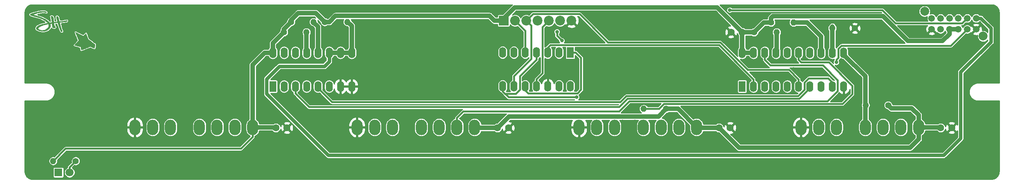
<source format=gbr>
G04 #@! TF.GenerationSoftware,KiCad,Pcbnew,(5.1.5)-3*
G04 #@! TF.CreationDate,2020-05-22T16:17:04-04:00*
G04 #@! TF.ProjectId,os_multitap,6f735f6d-756c-4746-9974-61702e6b6963,rev?*
G04 #@! TF.SameCoordinates,Original*
G04 #@! TF.FileFunction,Copper,L1,Top*
G04 #@! TF.FilePolarity,Positive*
%FSLAX46Y46*%
G04 Gerber Fmt 4.6, Leading zero omitted, Abs format (unit mm)*
G04 Created by KiCad (PCBNEW (5.1.5)-3) date 2020-05-22 16:17:04*
%MOMM*%
%LPD*%
G04 APERTURE LIST*
%ADD10C,0.010000*%
%ADD11O,2.500000X3.500000*%
%ADD12C,1.600000*%
%ADD13R,1.800000X1.800000*%
%ADD14C,1.800000*%
%ADD15C,1.400000*%
%ADD16O,1.400000X1.400000*%
%ADD17C,1.500000*%
%ADD18C,2.000000*%
%ADD19R,1.600000X2.400000*%
%ADD20O,1.600000X2.400000*%
%ADD21R,2.200000X2.200000*%
%ADD22C,2.200000*%
%ADD23C,0.800000*%
%ADD24C,1.000000*%
%ADD25C,0.400000*%
%ADD26C,0.800000*%
%ADD27C,0.254000*%
G04 APERTURE END LIST*
D10*
G36*
X47533354Y-89338845D02*
G01*
X47551121Y-89339593D01*
X47653960Y-89344978D01*
X47760459Y-89402222D01*
X47825229Y-89438127D01*
X47877239Y-89469586D01*
X47918478Y-89498020D01*
X47950938Y-89524849D01*
X47976611Y-89551492D01*
X47985859Y-89562984D01*
X48005414Y-89590729D01*
X48019395Y-89614702D01*
X48026732Y-89632497D01*
X48026355Y-89641707D01*
X48020864Y-89641732D01*
X48003572Y-89636594D01*
X47974133Y-89629384D01*
X47936026Y-89620828D01*
X47892732Y-89611654D01*
X47847730Y-89602586D01*
X47804499Y-89594353D01*
X47766520Y-89587681D01*
X47748211Y-89584804D01*
X47569531Y-89565070D01*
X47380275Y-89556819D01*
X47180783Y-89560006D01*
X46971397Y-89574590D01*
X46752457Y-89600526D01*
X46524303Y-89637772D01*
X46287277Y-89686283D01*
X46041719Y-89746018D01*
X45787969Y-89816932D01*
X45693606Y-89845522D01*
X45628404Y-89866058D01*
X45559149Y-89888558D01*
X45487341Y-89912477D01*
X45414485Y-89937268D01*
X45342082Y-89962387D01*
X45271636Y-89987288D01*
X45204648Y-90011425D01*
X45142622Y-90034253D01*
X45087059Y-90055227D01*
X45039463Y-90073802D01*
X45001336Y-90089431D01*
X44974180Y-90101570D01*
X44959498Y-90109672D01*
X44957521Y-90112726D01*
X44967007Y-90116965D01*
X44990491Y-90125614D01*
X45026832Y-90138296D01*
X45074891Y-90154638D01*
X45133528Y-90174263D01*
X45201604Y-90196797D01*
X45277979Y-90221863D01*
X45361514Y-90249088D01*
X45451068Y-90278096D01*
X45545502Y-90308511D01*
X45643677Y-90339958D01*
X45744453Y-90372063D01*
X45765314Y-90378687D01*
X45952031Y-90438304D01*
X46124568Y-90494203D01*
X46284067Y-90546812D01*
X46431672Y-90596561D01*
X46568525Y-90643880D01*
X46695769Y-90689199D01*
X46814547Y-90732946D01*
X46926003Y-90775552D01*
X47031279Y-90817446D01*
X47131517Y-90859059D01*
X47227862Y-90900818D01*
X47321455Y-90943155D01*
X47413440Y-90986499D01*
X47504960Y-91031278D01*
X47515750Y-91036661D01*
X47725516Y-91147475D01*
X47920157Y-91262671D01*
X48099833Y-91382354D01*
X48264706Y-91506628D01*
X48349187Y-91577019D01*
X48396801Y-91619580D01*
X48449143Y-91668761D01*
X48503055Y-91721401D01*
X48555374Y-91774342D01*
X48602943Y-91824423D01*
X48642599Y-91868485D01*
X48653577Y-91881365D01*
X48702406Y-91939699D01*
X48765906Y-91935586D01*
X48798368Y-91931863D01*
X48840745Y-91924699D01*
X48887712Y-91915098D01*
X48933945Y-91904068D01*
X48937109Y-91903244D01*
X48982555Y-91892226D01*
X49030320Y-91882176D01*
X49077553Y-91873529D01*
X49121401Y-91866717D01*
X49159012Y-91862173D01*
X49187535Y-91860332D01*
X49204116Y-91861625D01*
X49205933Y-91862407D01*
X49212677Y-91864011D01*
X49217064Y-91857851D01*
X49219212Y-91842235D01*
X49219239Y-91815469D01*
X49217264Y-91775859D01*
X49214626Y-91737874D01*
X49209010Y-91668729D01*
X49202531Y-91602745D01*
X49194828Y-91537812D01*
X49185543Y-91471822D01*
X49174317Y-91402665D01*
X49160791Y-91328233D01*
X49144606Y-91246417D01*
X49125402Y-91155107D01*
X49102822Y-91052194D01*
X49082608Y-90962401D01*
X49064926Y-90883462D01*
X49048381Y-90807568D01*
X49033316Y-90736438D01*
X49020075Y-90671791D01*
X49009001Y-90615344D01*
X49000437Y-90568816D01*
X48994727Y-90533924D01*
X48992214Y-90512388D01*
X48992125Y-90509575D01*
X48999626Y-90497259D01*
X49020406Y-90485213D01*
X49051876Y-90474227D01*
X49091448Y-90465093D01*
X49136533Y-90458600D01*
X49166750Y-90456215D01*
X49225432Y-90456128D01*
X49273691Y-90463847D01*
X49315685Y-90480899D01*
X49355570Y-90508810D01*
X49385292Y-90536461D01*
X49416455Y-90571234D01*
X49444540Y-90610093D01*
X49469827Y-90654135D01*
X49492598Y-90704455D01*
X49513135Y-90762146D01*
X49531719Y-90828305D01*
X49548630Y-90904026D01*
X49564152Y-90990404D01*
X49578564Y-91088534D01*
X49592149Y-91199511D01*
X49605188Y-91324430D01*
X49614973Y-91430125D01*
X49620638Y-91493214D01*
X49626385Y-91555431D01*
X49631922Y-91613768D01*
X49636962Y-91665220D01*
X49641214Y-91706778D01*
X49644312Y-91734792D01*
X49653650Y-91813241D01*
X49785247Y-91808665D01*
X49916597Y-91799752D01*
X50043843Y-91783039D01*
X50123622Y-91771431D01*
X50201567Y-91763738D01*
X50285264Y-91759267D01*
X50313718Y-91758423D01*
X50456593Y-91754859D01*
X50455679Y-91685757D01*
X50454897Y-91660528D01*
X50452940Y-91635681D01*
X50449363Y-91609348D01*
X50443720Y-91579659D01*
X50435563Y-91544747D01*
X50424447Y-91502743D01*
X50409926Y-91451779D01*
X50391552Y-91389986D01*
X50368880Y-91315495D01*
X50361427Y-91291218D01*
X50337093Y-91211846D01*
X50316957Y-91145576D01*
X50300449Y-91090366D01*
X50286997Y-91044176D01*
X50276031Y-91004965D01*
X50266981Y-90970693D01*
X50259275Y-90939319D01*
X50252345Y-90908803D01*
X50245618Y-90877103D01*
X50245542Y-90876735D01*
X50236465Y-90823287D01*
X50230367Y-90767340D01*
X50227359Y-90712568D01*
X50227551Y-90662646D01*
X50231055Y-90621251D01*
X50237066Y-90594501D01*
X50259882Y-90550650D01*
X50292047Y-90518123D01*
X50331204Y-90497519D01*
X50375000Y-90489436D01*
X50421077Y-90494472D01*
X50467082Y-90513225D01*
X50491775Y-90529815D01*
X50530993Y-90566106D01*
X50568615Y-90612903D01*
X50604860Y-90670787D01*
X50639949Y-90740343D01*
X50674102Y-90822153D01*
X50707537Y-90916801D01*
X50740474Y-91024870D01*
X50773134Y-91146941D01*
X50805735Y-91283600D01*
X50838498Y-91435429D01*
X50845078Y-91467611D01*
X50855662Y-91519612D01*
X50865457Y-91567348D01*
X50873936Y-91608288D01*
X50880574Y-91639899D01*
X50884845Y-91659649D01*
X50885873Y-91664064D01*
X50889042Y-91673726D01*
X50894844Y-91679645D01*
X50906630Y-91682732D01*
X50927756Y-91683898D01*
X50959501Y-91684055D01*
X51043935Y-91682486D01*
X51132397Y-91677817D01*
X51226293Y-91669854D01*
X51327027Y-91658404D01*
X51436003Y-91643272D01*
X51554627Y-91624264D01*
X51684302Y-91601186D01*
X51826434Y-91573845D01*
X51972656Y-91544081D01*
X52113484Y-91515259D01*
X52239141Y-91490565D01*
X52349598Y-91470006D01*
X52444826Y-91453586D01*
X52524795Y-91441311D01*
X52589476Y-91433186D01*
X52596968Y-91432414D01*
X52665656Y-91425551D01*
X52670026Y-91452480D01*
X52672149Y-91478811D01*
X52669194Y-91506390D01*
X52660325Y-91539165D01*
X52644707Y-91581083D01*
X52640820Y-91590621D01*
X52626882Y-91622391D01*
X52615692Y-91641988D01*
X52605208Y-91652375D01*
X52595750Y-91656091D01*
X52574649Y-91659831D01*
X52539174Y-91665252D01*
X52490717Y-91672179D01*
X52430669Y-91680439D01*
X52360423Y-91689855D01*
X52281370Y-91700253D01*
X52194903Y-91711460D01*
X52102412Y-91723299D01*
X52005290Y-91735596D01*
X51904929Y-91748177D01*
X51802721Y-91760866D01*
X51700058Y-91773490D01*
X51598331Y-91785872D01*
X51498933Y-91797839D01*
X51403255Y-91809216D01*
X51312689Y-91819828D01*
X51228627Y-91829501D01*
X51152461Y-91838059D01*
X51103500Y-91843410D01*
X51055858Y-91848625D01*
X51013966Y-91853367D01*
X50980249Y-91857350D01*
X50957133Y-91860285D01*
X50947044Y-91861886D01*
X50946810Y-91861986D01*
X50948600Y-91869737D01*
X50954697Y-91890285D01*
X50964390Y-91921365D01*
X50976972Y-91960712D01*
X50991732Y-92006061D01*
X50995684Y-92018085D01*
X51016489Y-92082898D01*
X51036434Y-92148673D01*
X51056057Y-92217471D01*
X51075891Y-92291348D01*
X51096474Y-92372366D01*
X51118341Y-92462582D01*
X51142027Y-92564055D01*
X51168068Y-92678845D01*
X51171058Y-92692187D01*
X51196139Y-92803479D01*
X51218523Y-92901066D01*
X51238666Y-92986804D01*
X51257028Y-93062545D01*
X51274066Y-93130143D01*
X51290238Y-93191454D01*
X51306001Y-93248330D01*
X51321815Y-93302625D01*
X51321966Y-93303133D01*
X51338465Y-93356718D01*
X51353825Y-93401774D01*
X51369834Y-93442377D01*
X51388280Y-93482603D01*
X51410951Y-93526528D01*
X51439634Y-93578226D01*
X51452638Y-93601031D01*
X51489373Y-93669597D01*
X51515458Y-93729359D01*
X51531522Y-93782689D01*
X51538193Y-93831955D01*
X51536099Y-93879529D01*
X51532316Y-93901736D01*
X51522425Y-93937902D01*
X51508916Y-93960818D01*
X51488837Y-93973097D01*
X51459239Y-93977349D01*
X51446796Y-93977435D01*
X51414193Y-93974887D01*
X51382004Y-93969093D01*
X51368011Y-93965064D01*
X51342568Y-93952688D01*
X51314457Y-93934156D01*
X51300542Y-93922924D01*
X51287837Y-93911399D01*
X51276287Y-93899896D01*
X51265318Y-93887234D01*
X51254356Y-93872228D01*
X51242827Y-93853696D01*
X51230159Y-93830454D01*
X51215777Y-93801320D01*
X51199108Y-93765111D01*
X51179578Y-93720643D01*
X51156613Y-93666733D01*
X51129641Y-93602199D01*
X51098086Y-93525857D01*
X51061376Y-93436524D01*
X51043128Y-93392030D01*
X51013146Y-93317804D01*
X50982328Y-93239234D01*
X50950101Y-93154770D01*
X50915894Y-93062858D01*
X50879137Y-92961948D01*
X50839257Y-92850486D01*
X50795683Y-92726922D01*
X50750354Y-92596937D01*
X50709282Y-92478913D01*
X50670742Y-92368746D01*
X50635133Y-92267563D01*
X50602857Y-92176492D01*
X50574314Y-92096662D01*
X50549904Y-92029199D01*
X50530027Y-91975232D01*
X50523920Y-91958959D01*
X50506303Y-91912324D01*
X50465573Y-91917434D01*
X50447520Y-91919590D01*
X50416021Y-91923233D01*
X50373407Y-91928099D01*
X50322010Y-91933923D01*
X50264162Y-91940440D01*
X50202194Y-91947386D01*
X50178781Y-91950001D01*
X50110367Y-91957751D01*
X50040282Y-91965901D01*
X49971941Y-91974036D01*
X49908761Y-91981747D01*
X49854154Y-91988620D01*
X49811538Y-91994244D01*
X49807703Y-91994772D01*
X49682687Y-92012086D01*
X49682687Y-92057911D01*
X49684095Y-92080964D01*
X49687994Y-92115980D01*
X49693898Y-92159330D01*
X49701323Y-92207384D01*
X49707745Y-92245165D01*
X49719326Y-92315251D01*
X49727240Y-92375566D01*
X49732069Y-92431633D01*
X49734400Y-92488974D01*
X49734584Y-92498936D01*
X49735613Y-92540079D01*
X49737212Y-92575816D01*
X49739189Y-92603003D01*
X49741350Y-92618498D01*
X49742073Y-92620514D01*
X49750525Y-92628085D01*
X49769688Y-92642368D01*
X49796928Y-92661477D01*
X49829609Y-92683532D01*
X49838218Y-92689217D01*
X49896402Y-92730702D01*
X49940337Y-92770071D01*
X49971123Y-92809250D01*
X49989864Y-92850166D01*
X49997659Y-92894746D01*
X49995612Y-92944917D01*
X49993365Y-92960598D01*
X49978597Y-93003248D01*
X49949663Y-93041059D01*
X49907945Y-93072417D01*
X49889647Y-93082012D01*
X49850776Y-93094618D01*
X49800919Y-93101975D01*
X49744136Y-93103889D01*
X49684489Y-93100165D01*
X49641784Y-93093835D01*
X49611088Y-93087286D01*
X49573547Y-93078119D01*
X49532282Y-93067234D01*
X49490416Y-93055531D01*
X49451071Y-93043910D01*
X49417369Y-93033270D01*
X49392433Y-93024512D01*
X49379384Y-93018535D01*
X49378726Y-93018012D01*
X49373968Y-93007138D01*
X49367254Y-92982704D01*
X49358999Y-92946846D01*
X49349618Y-92901701D01*
X49339527Y-92849405D01*
X49329140Y-92792096D01*
X49318872Y-92731910D01*
X49309137Y-92670983D01*
X49301886Y-92622261D01*
X49296207Y-92580444D01*
X49289844Y-92529885D01*
X49283066Y-92473106D01*
X49276142Y-92412626D01*
X49269341Y-92350967D01*
X49262933Y-92290647D01*
X49257186Y-92234188D01*
X49252370Y-92184110D01*
X49248755Y-92142933D01*
X49246609Y-92113178D01*
X49246125Y-92100241D01*
X49241903Y-92095897D01*
X49227685Y-92095895D01*
X49201145Y-92100313D01*
X49192546Y-92102069D01*
X49171346Y-92106899D01*
X49139992Y-92114556D01*
X49101117Y-92124348D01*
X49057351Y-92135583D01*
X49011326Y-92147566D01*
X48965673Y-92159607D01*
X48923024Y-92171011D01*
X48886011Y-92181087D01*
X48857264Y-92189141D01*
X48839415Y-92194481D01*
X48834805Y-92196241D01*
X48836534Y-92203964D01*
X48843834Y-92220866D01*
X48848564Y-92230468D01*
X48873754Y-92292166D01*
X48893019Y-92364907D01*
X48905914Y-92444834D01*
X48911994Y-92528090D01*
X48910814Y-92610819D01*
X48901928Y-92689163D01*
X48901694Y-92690513D01*
X48872062Y-92815721D01*
X48827672Y-92939386D01*
X48769642Y-93059847D01*
X48699088Y-93175441D01*
X48617128Y-93284509D01*
X48524878Y-93385389D01*
X48423456Y-93476418D01*
X48324457Y-93549079D01*
X48210235Y-93618609D01*
X48092317Y-93678055D01*
X47968568Y-93728175D01*
X47836851Y-93769724D01*
X47695029Y-93803458D01*
X47540967Y-93830134D01*
X47523687Y-93832600D01*
X47469719Y-93838390D01*
X47403292Y-93842716D01*
X47327752Y-93845577D01*
X47246448Y-93846976D01*
X47162728Y-93846914D01*
X47079938Y-93845391D01*
X47001426Y-93842410D01*
X46930540Y-93837971D01*
X46872812Y-93832345D01*
X46771357Y-93818391D01*
X46666685Y-93801055D01*
X46562315Y-93781076D01*
X46461768Y-93759192D01*
X46368561Y-93736141D01*
X46286214Y-93712663D01*
X46255605Y-93702816D01*
X46162690Y-93667936D01*
X46073163Y-93627126D01*
X45989013Y-93581673D01*
X45912229Y-93532863D01*
X45844799Y-93481983D01*
X45788710Y-93430317D01*
X45745952Y-93379154D01*
X45738779Y-93368478D01*
X45711381Y-93313226D01*
X45696718Y-93254507D01*
X45696147Y-93220367D01*
X46127023Y-93220367D01*
X46128907Y-93271578D01*
X46142091Y-93314307D01*
X46171616Y-93359025D01*
X46215887Y-93402851D01*
X46273780Y-93445246D01*
X46344170Y-93485671D01*
X46425933Y-93523591D01*
X46517942Y-93558466D01*
X46619075Y-93589758D01*
X46728206Y-93616930D01*
X46808985Y-93633253D01*
X46912331Y-93650286D01*
X47004698Y-93661144D01*
X47089636Y-93666051D01*
X47170694Y-93665229D01*
X47239080Y-93660203D01*
X47371873Y-93640404D01*
X47503138Y-93608477D01*
X47631584Y-93565319D01*
X47755924Y-93511827D01*
X47874867Y-93448897D01*
X47987125Y-93377427D01*
X48091408Y-93298312D01*
X48186426Y-93212450D01*
X48270890Y-93120737D01*
X48343512Y-93024071D01*
X48403000Y-92923347D01*
X48448068Y-92819463D01*
X48448122Y-92819311D01*
X48472997Y-92737828D01*
X48487524Y-92659941D01*
X48492980Y-92578434D01*
X48493095Y-92565187D01*
X48487194Y-92466029D01*
X48468467Y-92372583D01*
X48439043Y-92287375D01*
X48423422Y-92250078D01*
X48411960Y-92225470D01*
X48402904Y-92211504D01*
X48394502Y-92206134D01*
X48385003Y-92207314D01*
X48374533Y-92212053D01*
X48359915Y-92217288D01*
X48331271Y-92225607D01*
X48290068Y-92236647D01*
X48237777Y-92250043D01*
X48175867Y-92265432D01*
X48105807Y-92282450D01*
X48029066Y-92300735D01*
X47947113Y-92319922D01*
X47861418Y-92339648D01*
X47829281Y-92346960D01*
X47678365Y-92382287D01*
X47540380Y-92417074D01*
X47412449Y-92452254D01*
X47291696Y-92488758D01*
X47175245Y-92527520D01*
X47060220Y-92569472D01*
X46943746Y-92615548D01*
X46822944Y-92666679D01*
X46765745Y-92691881D01*
X46638966Y-92750758D01*
X46527423Y-92807737D01*
X46430636Y-92863151D01*
X46348123Y-92917333D01*
X46279404Y-92970617D01*
X46223999Y-93023336D01*
X46181425Y-93075823D01*
X46159089Y-93112440D01*
X46137180Y-93166179D01*
X46127023Y-93220367D01*
X45696147Y-93220367D01*
X45695747Y-93196507D01*
X45697133Y-93186266D01*
X45714474Y-93117523D01*
X45744664Y-93043535D01*
X45786543Y-92966521D01*
X45838950Y-92888701D01*
X45880026Y-92836435D01*
X45938450Y-92775520D01*
X46011578Y-92714735D01*
X46098245Y-92654700D01*
X46197287Y-92596033D01*
X46307540Y-92539350D01*
X46427841Y-92485271D01*
X46557024Y-92434413D01*
X46693927Y-92387395D01*
X46769625Y-92364123D01*
X46828302Y-92347021D01*
X46884930Y-92331039D01*
X46941194Y-92315782D01*
X46998777Y-92300855D01*
X47059364Y-92285865D01*
X47124639Y-92270416D01*
X47196286Y-92254113D01*
X47275989Y-92236561D01*
X47365432Y-92217367D01*
X47466300Y-92196135D01*
X47580277Y-92172470D01*
X47639014Y-92160362D01*
X47746014Y-92138226D01*
X47846228Y-92117258D01*
X47938661Y-92097678D01*
X48022319Y-92079703D01*
X48096209Y-92063553D01*
X48159335Y-92049448D01*
X48210703Y-92037606D01*
X48249320Y-92028247D01*
X48274190Y-92021590D01*
X48283696Y-92018265D01*
X48283321Y-92010203D01*
X48272409Y-91992475D01*
X48252007Y-91966271D01*
X48223162Y-91932782D01*
X48186919Y-91893198D01*
X48144325Y-91848709D01*
X48096425Y-91800505D01*
X48066623Y-91771312D01*
X47921374Y-91639873D01*
X47761667Y-91513119D01*
X47588353Y-91391534D01*
X47402283Y-91275604D01*
X47204307Y-91165813D01*
X46995278Y-91062646D01*
X46776046Y-90966587D01*
X46547463Y-90878122D01*
X46420848Y-90833818D01*
X46352444Y-90811027D01*
X46287716Y-90790132D01*
X46224374Y-90770488D01*
X46160123Y-90751453D01*
X46092674Y-90732385D01*
X46019732Y-90712640D01*
X45939006Y-90691577D01*
X45848203Y-90668551D01*
X45745031Y-90642921D01*
X45704285Y-90632900D01*
X45605323Y-90608523D01*
X45519619Y-90587174D01*
X45444979Y-90568248D01*
X45379209Y-90551138D01*
X45320113Y-90535238D01*
X45265498Y-90519942D01*
X45213168Y-90504645D01*
X45160928Y-90488739D01*
X45106585Y-90471618D01*
X45047943Y-90452678D01*
X45027343Y-90445947D01*
X44967709Y-90426724D01*
X44902898Y-90406348D01*
X44838006Y-90386386D01*
X44778126Y-90368406D01*
X44729687Y-90354352D01*
X44635382Y-90326072D01*
X44555870Y-90298502D01*
X44490127Y-90271023D01*
X44437126Y-90243017D01*
X44395842Y-90213866D01*
X44365250Y-90182953D01*
X44344323Y-90149660D01*
X44332398Y-90114986D01*
X44328703Y-90081093D01*
X44334874Y-90050789D01*
X44352059Y-90022689D01*
X44381403Y-89995411D01*
X44424052Y-89967571D01*
X44477811Y-89939402D01*
X44515219Y-89921972D01*
X44555825Y-89904614D01*
X44600732Y-89886985D01*
X44651046Y-89868745D01*
X44707870Y-89849552D01*
X44772309Y-89829066D01*
X44845465Y-89806945D01*
X44928445Y-89782848D01*
X45022351Y-89756434D01*
X45128288Y-89727361D01*
X45247359Y-89695289D01*
X45380670Y-89659876D01*
X45392468Y-89656760D01*
X45564444Y-89611918D01*
X45723029Y-89571794D01*
X45869883Y-89536061D01*
X46006667Y-89504394D01*
X46135043Y-89476465D01*
X46256670Y-89451948D01*
X46373209Y-89430517D01*
X46486322Y-89411846D01*
X46597670Y-89395607D01*
X46708912Y-89381474D01*
X46821710Y-89369120D01*
X46888687Y-89362625D01*
X46952567Y-89357372D01*
X47025192Y-89352534D01*
X47103644Y-89348214D01*
X47185006Y-89344514D01*
X47266361Y-89341533D01*
X47344791Y-89339375D01*
X47417378Y-89338140D01*
X47481205Y-89337929D01*
X47533354Y-89338845D01*
G37*
X47533354Y-89338845D02*
X47551121Y-89339593D01*
X47653960Y-89344978D01*
X47760459Y-89402222D01*
X47825229Y-89438127D01*
X47877239Y-89469586D01*
X47918478Y-89498020D01*
X47950938Y-89524849D01*
X47976611Y-89551492D01*
X47985859Y-89562984D01*
X48005414Y-89590729D01*
X48019395Y-89614702D01*
X48026732Y-89632497D01*
X48026355Y-89641707D01*
X48020864Y-89641732D01*
X48003572Y-89636594D01*
X47974133Y-89629384D01*
X47936026Y-89620828D01*
X47892732Y-89611654D01*
X47847730Y-89602586D01*
X47804499Y-89594353D01*
X47766520Y-89587681D01*
X47748211Y-89584804D01*
X47569531Y-89565070D01*
X47380275Y-89556819D01*
X47180783Y-89560006D01*
X46971397Y-89574590D01*
X46752457Y-89600526D01*
X46524303Y-89637772D01*
X46287277Y-89686283D01*
X46041719Y-89746018D01*
X45787969Y-89816932D01*
X45693606Y-89845522D01*
X45628404Y-89866058D01*
X45559149Y-89888558D01*
X45487341Y-89912477D01*
X45414485Y-89937268D01*
X45342082Y-89962387D01*
X45271636Y-89987288D01*
X45204648Y-90011425D01*
X45142622Y-90034253D01*
X45087059Y-90055227D01*
X45039463Y-90073802D01*
X45001336Y-90089431D01*
X44974180Y-90101570D01*
X44959498Y-90109672D01*
X44957521Y-90112726D01*
X44967007Y-90116965D01*
X44990491Y-90125614D01*
X45026832Y-90138296D01*
X45074891Y-90154638D01*
X45133528Y-90174263D01*
X45201604Y-90196797D01*
X45277979Y-90221863D01*
X45361514Y-90249088D01*
X45451068Y-90278096D01*
X45545502Y-90308511D01*
X45643677Y-90339958D01*
X45744453Y-90372063D01*
X45765314Y-90378687D01*
X45952031Y-90438304D01*
X46124568Y-90494203D01*
X46284067Y-90546812D01*
X46431672Y-90596561D01*
X46568525Y-90643880D01*
X46695769Y-90689199D01*
X46814547Y-90732946D01*
X46926003Y-90775552D01*
X47031279Y-90817446D01*
X47131517Y-90859059D01*
X47227862Y-90900818D01*
X47321455Y-90943155D01*
X47413440Y-90986499D01*
X47504960Y-91031278D01*
X47515750Y-91036661D01*
X47725516Y-91147475D01*
X47920157Y-91262671D01*
X48099833Y-91382354D01*
X48264706Y-91506628D01*
X48349187Y-91577019D01*
X48396801Y-91619580D01*
X48449143Y-91668761D01*
X48503055Y-91721401D01*
X48555374Y-91774342D01*
X48602943Y-91824423D01*
X48642599Y-91868485D01*
X48653577Y-91881365D01*
X48702406Y-91939699D01*
X48765906Y-91935586D01*
X48798368Y-91931863D01*
X48840745Y-91924699D01*
X48887712Y-91915098D01*
X48933945Y-91904068D01*
X48937109Y-91903244D01*
X48982555Y-91892226D01*
X49030320Y-91882176D01*
X49077553Y-91873529D01*
X49121401Y-91866717D01*
X49159012Y-91862173D01*
X49187535Y-91860332D01*
X49204116Y-91861625D01*
X49205933Y-91862407D01*
X49212677Y-91864011D01*
X49217064Y-91857851D01*
X49219212Y-91842235D01*
X49219239Y-91815469D01*
X49217264Y-91775859D01*
X49214626Y-91737874D01*
X49209010Y-91668729D01*
X49202531Y-91602745D01*
X49194828Y-91537812D01*
X49185543Y-91471822D01*
X49174317Y-91402665D01*
X49160791Y-91328233D01*
X49144606Y-91246417D01*
X49125402Y-91155107D01*
X49102822Y-91052194D01*
X49082608Y-90962401D01*
X49064926Y-90883462D01*
X49048381Y-90807568D01*
X49033316Y-90736438D01*
X49020075Y-90671791D01*
X49009001Y-90615344D01*
X49000437Y-90568816D01*
X48994727Y-90533924D01*
X48992214Y-90512388D01*
X48992125Y-90509575D01*
X48999626Y-90497259D01*
X49020406Y-90485213D01*
X49051876Y-90474227D01*
X49091448Y-90465093D01*
X49136533Y-90458600D01*
X49166750Y-90456215D01*
X49225432Y-90456128D01*
X49273691Y-90463847D01*
X49315685Y-90480899D01*
X49355570Y-90508810D01*
X49385292Y-90536461D01*
X49416455Y-90571234D01*
X49444540Y-90610093D01*
X49469827Y-90654135D01*
X49492598Y-90704455D01*
X49513135Y-90762146D01*
X49531719Y-90828305D01*
X49548630Y-90904026D01*
X49564152Y-90990404D01*
X49578564Y-91088534D01*
X49592149Y-91199511D01*
X49605188Y-91324430D01*
X49614973Y-91430125D01*
X49620638Y-91493214D01*
X49626385Y-91555431D01*
X49631922Y-91613768D01*
X49636962Y-91665220D01*
X49641214Y-91706778D01*
X49644312Y-91734792D01*
X49653650Y-91813241D01*
X49785247Y-91808665D01*
X49916597Y-91799752D01*
X50043843Y-91783039D01*
X50123622Y-91771431D01*
X50201567Y-91763738D01*
X50285264Y-91759267D01*
X50313718Y-91758423D01*
X50456593Y-91754859D01*
X50455679Y-91685757D01*
X50454897Y-91660528D01*
X50452940Y-91635681D01*
X50449363Y-91609348D01*
X50443720Y-91579659D01*
X50435563Y-91544747D01*
X50424447Y-91502743D01*
X50409926Y-91451779D01*
X50391552Y-91389986D01*
X50368880Y-91315495D01*
X50361427Y-91291218D01*
X50337093Y-91211846D01*
X50316957Y-91145576D01*
X50300449Y-91090366D01*
X50286997Y-91044176D01*
X50276031Y-91004965D01*
X50266981Y-90970693D01*
X50259275Y-90939319D01*
X50252345Y-90908803D01*
X50245618Y-90877103D01*
X50245542Y-90876735D01*
X50236465Y-90823287D01*
X50230367Y-90767340D01*
X50227359Y-90712568D01*
X50227551Y-90662646D01*
X50231055Y-90621251D01*
X50237066Y-90594501D01*
X50259882Y-90550650D01*
X50292047Y-90518123D01*
X50331204Y-90497519D01*
X50375000Y-90489436D01*
X50421077Y-90494472D01*
X50467082Y-90513225D01*
X50491775Y-90529815D01*
X50530993Y-90566106D01*
X50568615Y-90612903D01*
X50604860Y-90670787D01*
X50639949Y-90740343D01*
X50674102Y-90822153D01*
X50707537Y-90916801D01*
X50740474Y-91024870D01*
X50773134Y-91146941D01*
X50805735Y-91283600D01*
X50838498Y-91435429D01*
X50845078Y-91467611D01*
X50855662Y-91519612D01*
X50865457Y-91567348D01*
X50873936Y-91608288D01*
X50880574Y-91639899D01*
X50884845Y-91659649D01*
X50885873Y-91664064D01*
X50889042Y-91673726D01*
X50894844Y-91679645D01*
X50906630Y-91682732D01*
X50927756Y-91683898D01*
X50959501Y-91684055D01*
X51043935Y-91682486D01*
X51132397Y-91677817D01*
X51226293Y-91669854D01*
X51327027Y-91658404D01*
X51436003Y-91643272D01*
X51554627Y-91624264D01*
X51684302Y-91601186D01*
X51826434Y-91573845D01*
X51972656Y-91544081D01*
X52113484Y-91515259D01*
X52239141Y-91490565D01*
X52349598Y-91470006D01*
X52444826Y-91453586D01*
X52524795Y-91441311D01*
X52589476Y-91433186D01*
X52596968Y-91432414D01*
X52665656Y-91425551D01*
X52670026Y-91452480D01*
X52672149Y-91478811D01*
X52669194Y-91506390D01*
X52660325Y-91539165D01*
X52644707Y-91581083D01*
X52640820Y-91590621D01*
X52626882Y-91622391D01*
X52615692Y-91641988D01*
X52605208Y-91652375D01*
X52595750Y-91656091D01*
X52574649Y-91659831D01*
X52539174Y-91665252D01*
X52490717Y-91672179D01*
X52430669Y-91680439D01*
X52360423Y-91689855D01*
X52281370Y-91700253D01*
X52194903Y-91711460D01*
X52102412Y-91723299D01*
X52005290Y-91735596D01*
X51904929Y-91748177D01*
X51802721Y-91760866D01*
X51700058Y-91773490D01*
X51598331Y-91785872D01*
X51498933Y-91797839D01*
X51403255Y-91809216D01*
X51312689Y-91819828D01*
X51228627Y-91829501D01*
X51152461Y-91838059D01*
X51103500Y-91843410D01*
X51055858Y-91848625D01*
X51013966Y-91853367D01*
X50980249Y-91857350D01*
X50957133Y-91860285D01*
X50947044Y-91861886D01*
X50946810Y-91861986D01*
X50948600Y-91869737D01*
X50954697Y-91890285D01*
X50964390Y-91921365D01*
X50976972Y-91960712D01*
X50991732Y-92006061D01*
X50995684Y-92018085D01*
X51016489Y-92082898D01*
X51036434Y-92148673D01*
X51056057Y-92217471D01*
X51075891Y-92291348D01*
X51096474Y-92372366D01*
X51118341Y-92462582D01*
X51142027Y-92564055D01*
X51168068Y-92678845D01*
X51171058Y-92692187D01*
X51196139Y-92803479D01*
X51218523Y-92901066D01*
X51238666Y-92986804D01*
X51257028Y-93062545D01*
X51274066Y-93130143D01*
X51290238Y-93191454D01*
X51306001Y-93248330D01*
X51321815Y-93302625D01*
X51321966Y-93303133D01*
X51338465Y-93356718D01*
X51353825Y-93401774D01*
X51369834Y-93442377D01*
X51388280Y-93482603D01*
X51410951Y-93526528D01*
X51439634Y-93578226D01*
X51452638Y-93601031D01*
X51489373Y-93669597D01*
X51515458Y-93729359D01*
X51531522Y-93782689D01*
X51538193Y-93831955D01*
X51536099Y-93879529D01*
X51532316Y-93901736D01*
X51522425Y-93937902D01*
X51508916Y-93960818D01*
X51488837Y-93973097D01*
X51459239Y-93977349D01*
X51446796Y-93977435D01*
X51414193Y-93974887D01*
X51382004Y-93969093D01*
X51368011Y-93965064D01*
X51342568Y-93952688D01*
X51314457Y-93934156D01*
X51300542Y-93922924D01*
X51287837Y-93911399D01*
X51276287Y-93899896D01*
X51265318Y-93887234D01*
X51254356Y-93872228D01*
X51242827Y-93853696D01*
X51230159Y-93830454D01*
X51215777Y-93801320D01*
X51199108Y-93765111D01*
X51179578Y-93720643D01*
X51156613Y-93666733D01*
X51129641Y-93602199D01*
X51098086Y-93525857D01*
X51061376Y-93436524D01*
X51043128Y-93392030D01*
X51013146Y-93317804D01*
X50982328Y-93239234D01*
X50950101Y-93154770D01*
X50915894Y-93062858D01*
X50879137Y-92961948D01*
X50839257Y-92850486D01*
X50795683Y-92726922D01*
X50750354Y-92596937D01*
X50709282Y-92478913D01*
X50670742Y-92368746D01*
X50635133Y-92267563D01*
X50602857Y-92176492D01*
X50574314Y-92096662D01*
X50549904Y-92029199D01*
X50530027Y-91975232D01*
X50523920Y-91958959D01*
X50506303Y-91912324D01*
X50465573Y-91917434D01*
X50447520Y-91919590D01*
X50416021Y-91923233D01*
X50373407Y-91928099D01*
X50322010Y-91933923D01*
X50264162Y-91940440D01*
X50202194Y-91947386D01*
X50178781Y-91950001D01*
X50110367Y-91957751D01*
X50040282Y-91965901D01*
X49971941Y-91974036D01*
X49908761Y-91981747D01*
X49854154Y-91988620D01*
X49811538Y-91994244D01*
X49807703Y-91994772D01*
X49682687Y-92012086D01*
X49682687Y-92057911D01*
X49684095Y-92080964D01*
X49687994Y-92115980D01*
X49693898Y-92159330D01*
X49701323Y-92207384D01*
X49707745Y-92245165D01*
X49719326Y-92315251D01*
X49727240Y-92375566D01*
X49732069Y-92431633D01*
X49734400Y-92488974D01*
X49734584Y-92498936D01*
X49735613Y-92540079D01*
X49737212Y-92575816D01*
X49739189Y-92603003D01*
X49741350Y-92618498D01*
X49742073Y-92620514D01*
X49750525Y-92628085D01*
X49769688Y-92642368D01*
X49796928Y-92661477D01*
X49829609Y-92683532D01*
X49838218Y-92689217D01*
X49896402Y-92730702D01*
X49940337Y-92770071D01*
X49971123Y-92809250D01*
X49989864Y-92850166D01*
X49997659Y-92894746D01*
X49995612Y-92944917D01*
X49993365Y-92960598D01*
X49978597Y-93003248D01*
X49949663Y-93041059D01*
X49907945Y-93072417D01*
X49889647Y-93082012D01*
X49850776Y-93094618D01*
X49800919Y-93101975D01*
X49744136Y-93103889D01*
X49684489Y-93100165D01*
X49641784Y-93093835D01*
X49611088Y-93087286D01*
X49573547Y-93078119D01*
X49532282Y-93067234D01*
X49490416Y-93055531D01*
X49451071Y-93043910D01*
X49417369Y-93033270D01*
X49392433Y-93024512D01*
X49379384Y-93018535D01*
X49378726Y-93018012D01*
X49373968Y-93007138D01*
X49367254Y-92982704D01*
X49358999Y-92946846D01*
X49349618Y-92901701D01*
X49339527Y-92849405D01*
X49329140Y-92792096D01*
X49318872Y-92731910D01*
X49309137Y-92670983D01*
X49301886Y-92622261D01*
X49296207Y-92580444D01*
X49289844Y-92529885D01*
X49283066Y-92473106D01*
X49276142Y-92412626D01*
X49269341Y-92350967D01*
X49262933Y-92290647D01*
X49257186Y-92234188D01*
X49252370Y-92184110D01*
X49248755Y-92142933D01*
X49246609Y-92113178D01*
X49246125Y-92100241D01*
X49241903Y-92095897D01*
X49227685Y-92095895D01*
X49201145Y-92100313D01*
X49192546Y-92102069D01*
X49171346Y-92106899D01*
X49139992Y-92114556D01*
X49101117Y-92124348D01*
X49057351Y-92135583D01*
X49011326Y-92147566D01*
X48965673Y-92159607D01*
X48923024Y-92171011D01*
X48886011Y-92181087D01*
X48857264Y-92189141D01*
X48839415Y-92194481D01*
X48834805Y-92196241D01*
X48836534Y-92203964D01*
X48843834Y-92220866D01*
X48848564Y-92230468D01*
X48873754Y-92292166D01*
X48893019Y-92364907D01*
X48905914Y-92444834D01*
X48911994Y-92528090D01*
X48910814Y-92610819D01*
X48901928Y-92689163D01*
X48901694Y-92690513D01*
X48872062Y-92815721D01*
X48827672Y-92939386D01*
X48769642Y-93059847D01*
X48699088Y-93175441D01*
X48617128Y-93284509D01*
X48524878Y-93385389D01*
X48423456Y-93476418D01*
X48324457Y-93549079D01*
X48210235Y-93618609D01*
X48092317Y-93678055D01*
X47968568Y-93728175D01*
X47836851Y-93769724D01*
X47695029Y-93803458D01*
X47540967Y-93830134D01*
X47523687Y-93832600D01*
X47469719Y-93838390D01*
X47403292Y-93842716D01*
X47327752Y-93845577D01*
X47246448Y-93846976D01*
X47162728Y-93846914D01*
X47079938Y-93845391D01*
X47001426Y-93842410D01*
X46930540Y-93837971D01*
X46872812Y-93832345D01*
X46771357Y-93818391D01*
X46666685Y-93801055D01*
X46562315Y-93781076D01*
X46461768Y-93759192D01*
X46368561Y-93736141D01*
X46286214Y-93712663D01*
X46255605Y-93702816D01*
X46162690Y-93667936D01*
X46073163Y-93627126D01*
X45989013Y-93581673D01*
X45912229Y-93532863D01*
X45844799Y-93481983D01*
X45788710Y-93430317D01*
X45745952Y-93379154D01*
X45738779Y-93368478D01*
X45711381Y-93313226D01*
X45696718Y-93254507D01*
X45696147Y-93220367D01*
X46127023Y-93220367D01*
X46128907Y-93271578D01*
X46142091Y-93314307D01*
X46171616Y-93359025D01*
X46215887Y-93402851D01*
X46273780Y-93445246D01*
X46344170Y-93485671D01*
X46425933Y-93523591D01*
X46517942Y-93558466D01*
X46619075Y-93589758D01*
X46728206Y-93616930D01*
X46808985Y-93633253D01*
X46912331Y-93650286D01*
X47004698Y-93661144D01*
X47089636Y-93666051D01*
X47170694Y-93665229D01*
X47239080Y-93660203D01*
X47371873Y-93640404D01*
X47503138Y-93608477D01*
X47631584Y-93565319D01*
X47755924Y-93511827D01*
X47874867Y-93448897D01*
X47987125Y-93377427D01*
X48091408Y-93298312D01*
X48186426Y-93212450D01*
X48270890Y-93120737D01*
X48343512Y-93024071D01*
X48403000Y-92923347D01*
X48448068Y-92819463D01*
X48448122Y-92819311D01*
X48472997Y-92737828D01*
X48487524Y-92659941D01*
X48492980Y-92578434D01*
X48493095Y-92565187D01*
X48487194Y-92466029D01*
X48468467Y-92372583D01*
X48439043Y-92287375D01*
X48423422Y-92250078D01*
X48411960Y-92225470D01*
X48402904Y-92211504D01*
X48394502Y-92206134D01*
X48385003Y-92207314D01*
X48374533Y-92212053D01*
X48359915Y-92217288D01*
X48331271Y-92225607D01*
X48290068Y-92236647D01*
X48237777Y-92250043D01*
X48175867Y-92265432D01*
X48105807Y-92282450D01*
X48029066Y-92300735D01*
X47947113Y-92319922D01*
X47861418Y-92339648D01*
X47829281Y-92346960D01*
X47678365Y-92382287D01*
X47540380Y-92417074D01*
X47412449Y-92452254D01*
X47291696Y-92488758D01*
X47175245Y-92527520D01*
X47060220Y-92569472D01*
X46943746Y-92615548D01*
X46822944Y-92666679D01*
X46765745Y-92691881D01*
X46638966Y-92750758D01*
X46527423Y-92807737D01*
X46430636Y-92863151D01*
X46348123Y-92917333D01*
X46279404Y-92970617D01*
X46223999Y-93023336D01*
X46181425Y-93075823D01*
X46159089Y-93112440D01*
X46137180Y-93166179D01*
X46127023Y-93220367D01*
X45696147Y-93220367D01*
X45695747Y-93196507D01*
X45697133Y-93186266D01*
X45714474Y-93117523D01*
X45744664Y-93043535D01*
X45786543Y-92966521D01*
X45838950Y-92888701D01*
X45880026Y-92836435D01*
X45938450Y-92775520D01*
X46011578Y-92714735D01*
X46098245Y-92654700D01*
X46197287Y-92596033D01*
X46307540Y-92539350D01*
X46427841Y-92485271D01*
X46557024Y-92434413D01*
X46693927Y-92387395D01*
X46769625Y-92364123D01*
X46828302Y-92347021D01*
X46884930Y-92331039D01*
X46941194Y-92315782D01*
X46998777Y-92300855D01*
X47059364Y-92285865D01*
X47124639Y-92270416D01*
X47196286Y-92254113D01*
X47275989Y-92236561D01*
X47365432Y-92217367D01*
X47466300Y-92196135D01*
X47580277Y-92172470D01*
X47639014Y-92160362D01*
X47746014Y-92138226D01*
X47846228Y-92117258D01*
X47938661Y-92097678D01*
X48022319Y-92079703D01*
X48096209Y-92063553D01*
X48159335Y-92049448D01*
X48210703Y-92037606D01*
X48249320Y-92028247D01*
X48274190Y-92021590D01*
X48283696Y-92018265D01*
X48283321Y-92010203D01*
X48272409Y-91992475D01*
X48252007Y-91966271D01*
X48223162Y-91932782D01*
X48186919Y-91893198D01*
X48144325Y-91848709D01*
X48096425Y-91800505D01*
X48066623Y-91771312D01*
X47921374Y-91639873D01*
X47761667Y-91513119D01*
X47588353Y-91391534D01*
X47402283Y-91275604D01*
X47204307Y-91165813D01*
X46995278Y-91062646D01*
X46776046Y-90966587D01*
X46547463Y-90878122D01*
X46420848Y-90833818D01*
X46352444Y-90811027D01*
X46287716Y-90790132D01*
X46224374Y-90770488D01*
X46160123Y-90751453D01*
X46092674Y-90732385D01*
X46019732Y-90712640D01*
X45939006Y-90691577D01*
X45848203Y-90668551D01*
X45745031Y-90642921D01*
X45704285Y-90632900D01*
X45605323Y-90608523D01*
X45519619Y-90587174D01*
X45444979Y-90568248D01*
X45379209Y-90551138D01*
X45320113Y-90535238D01*
X45265498Y-90519942D01*
X45213168Y-90504645D01*
X45160928Y-90488739D01*
X45106585Y-90471618D01*
X45047943Y-90452678D01*
X45027343Y-90445947D01*
X44967709Y-90426724D01*
X44902898Y-90406348D01*
X44838006Y-90386386D01*
X44778126Y-90368406D01*
X44729687Y-90354352D01*
X44635382Y-90326072D01*
X44555870Y-90298502D01*
X44490127Y-90271023D01*
X44437126Y-90243017D01*
X44395842Y-90213866D01*
X44365250Y-90182953D01*
X44344323Y-90149660D01*
X44332398Y-90114986D01*
X44328703Y-90081093D01*
X44334874Y-90050789D01*
X44352059Y-90022689D01*
X44381403Y-89995411D01*
X44424052Y-89967571D01*
X44477811Y-89939402D01*
X44515219Y-89921972D01*
X44555825Y-89904614D01*
X44600732Y-89886985D01*
X44651046Y-89868745D01*
X44707870Y-89849552D01*
X44772309Y-89829066D01*
X44845465Y-89806945D01*
X44928445Y-89782848D01*
X45022351Y-89756434D01*
X45128288Y-89727361D01*
X45247359Y-89695289D01*
X45380670Y-89659876D01*
X45392468Y-89656760D01*
X45564444Y-89611918D01*
X45723029Y-89571794D01*
X45869883Y-89536061D01*
X46006667Y-89504394D01*
X46135043Y-89476465D01*
X46256670Y-89451948D01*
X46373209Y-89430517D01*
X46486322Y-89411846D01*
X46597670Y-89395607D01*
X46708912Y-89381474D01*
X46821710Y-89369120D01*
X46888687Y-89362625D01*
X46952567Y-89357372D01*
X47025192Y-89352534D01*
X47103644Y-89348214D01*
X47185006Y-89344514D01*
X47266361Y-89341533D01*
X47344791Y-89339375D01*
X47417378Y-89338140D01*
X47481205Y-89337929D01*
X47533354Y-89338845D01*
G36*
X54541349Y-94073146D02*
G01*
X54581365Y-94093429D01*
X54644540Y-94126247D01*
X54728460Y-94170324D01*
X54830713Y-94224385D01*
X54948887Y-94287154D01*
X55080570Y-94357356D01*
X55223349Y-94433714D01*
X55374813Y-94514953D01*
X55387738Y-94521896D01*
X56243850Y-94981843D01*
X56425515Y-94810665D01*
X56503147Y-94737611D01*
X56586949Y-94658912D01*
X56667749Y-94583172D01*
X56736376Y-94518995D01*
X56747440Y-94508671D01*
X56887701Y-94377855D01*
X57122816Y-95021655D01*
X57172864Y-95158113D01*
X57220071Y-95285708D01*
X57263228Y-95401251D01*
X57301125Y-95501556D01*
X57332554Y-95583435D01*
X57356304Y-95643699D01*
X57371168Y-95679162D01*
X57375305Y-95687195D01*
X57390968Y-95700298D01*
X57430009Y-95730436D01*
X57490129Y-95775899D01*
X57569031Y-95834977D01*
X57664418Y-95905960D01*
X57773992Y-95987138D01*
X57895456Y-96076800D01*
X58026511Y-96173238D01*
X58155633Y-96267979D01*
X58293200Y-96368987D01*
X58422997Y-96464691D01*
X58542770Y-96553402D01*
X58650263Y-96633431D01*
X58743223Y-96703089D01*
X58819394Y-96760687D01*
X58876522Y-96804536D01*
X58912352Y-96832946D01*
X58924607Y-96844089D01*
X58923987Y-96863804D01*
X58919165Y-96910653D01*
X58910687Y-96980337D01*
X58899097Y-97068557D01*
X58884943Y-97171013D01*
X58869240Y-97280202D01*
X58807852Y-97699249D01*
X58766854Y-97699249D01*
X58741926Y-97693372D01*
X58691812Y-97676773D01*
X58620651Y-97650997D01*
X58532586Y-97617588D01*
X58431756Y-97578091D01*
X58322301Y-97534053D01*
X58302544Y-97525984D01*
X57879232Y-97352720D01*
X56866587Y-97732618D01*
X56695586Y-97796702D01*
X56533301Y-97857390D01*
X56382186Y-97913772D01*
X56244696Y-97964939D01*
X56123284Y-98009980D01*
X56020405Y-98047987D01*
X55938512Y-98078050D01*
X55880059Y-98099260D01*
X55847500Y-98110707D01*
X55841463Y-98112515D01*
X55831861Y-98098407D01*
X55822433Y-98062913D01*
X55819449Y-98044962D01*
X55814321Y-98007384D01*
X55805975Y-97944824D01*
X55795276Y-97863823D01*
X55783090Y-97770926D01*
X55771999Y-97685887D01*
X55759687Y-97593389D01*
X55748358Y-97512305D01*
X55738762Y-97447686D01*
X55731649Y-97404585D01*
X55727803Y-97388086D01*
X55711544Y-97383157D01*
X55667497Y-97371543D01*
X55598777Y-97354023D01*
X55508497Y-97331374D01*
X55399771Y-97304373D01*
X55275715Y-97273798D01*
X55139440Y-97240428D01*
X55023247Y-97212127D01*
X54879178Y-97176970D01*
X54744640Y-97143854D01*
X54622778Y-97113573D01*
X54516737Y-97086922D01*
X54429663Y-97064695D01*
X54364700Y-97047689D01*
X54324994Y-97036697D01*
X54313536Y-97032775D01*
X54321691Y-97019577D01*
X54349578Y-96985637D01*
X54395081Y-96933309D01*
X54456088Y-96864945D01*
X54530482Y-96782898D01*
X54616150Y-96689520D01*
X54710976Y-96587165D01*
X54792817Y-96499537D01*
X55283531Y-95975970D01*
X55254961Y-95903786D01*
X55243944Y-95876107D01*
X55222253Y-95821758D01*
X55191027Y-95743587D01*
X55151404Y-95644438D01*
X55104520Y-95527157D01*
X55051514Y-95394589D01*
X54993522Y-95249581D01*
X54931683Y-95094978D01*
X54874285Y-94951500D01*
X54811076Y-94793239D01*
X54751663Y-94643957D01*
X54697055Y-94506229D01*
X54648264Y-94382629D01*
X54606300Y-94275732D01*
X54572174Y-94188112D01*
X54546897Y-94122344D01*
X54531480Y-94081002D01*
X54526901Y-94066674D01*
X54541349Y-94073146D01*
G37*
X54541349Y-94073146D02*
X54581365Y-94093429D01*
X54644540Y-94126247D01*
X54728460Y-94170324D01*
X54830713Y-94224385D01*
X54948887Y-94287154D01*
X55080570Y-94357356D01*
X55223349Y-94433714D01*
X55374813Y-94514953D01*
X55387738Y-94521896D01*
X56243850Y-94981843D01*
X56425515Y-94810665D01*
X56503147Y-94737611D01*
X56586949Y-94658912D01*
X56667749Y-94583172D01*
X56736376Y-94518995D01*
X56747440Y-94508671D01*
X56887701Y-94377855D01*
X57122816Y-95021655D01*
X57172864Y-95158113D01*
X57220071Y-95285708D01*
X57263228Y-95401251D01*
X57301125Y-95501556D01*
X57332554Y-95583435D01*
X57356304Y-95643699D01*
X57371168Y-95679162D01*
X57375305Y-95687195D01*
X57390968Y-95700298D01*
X57430009Y-95730436D01*
X57490129Y-95775899D01*
X57569031Y-95834977D01*
X57664418Y-95905960D01*
X57773992Y-95987138D01*
X57895456Y-96076800D01*
X58026511Y-96173238D01*
X58155633Y-96267979D01*
X58293200Y-96368987D01*
X58422997Y-96464691D01*
X58542770Y-96553402D01*
X58650263Y-96633431D01*
X58743223Y-96703089D01*
X58819394Y-96760687D01*
X58876522Y-96804536D01*
X58912352Y-96832946D01*
X58924607Y-96844089D01*
X58923987Y-96863804D01*
X58919165Y-96910653D01*
X58910687Y-96980337D01*
X58899097Y-97068557D01*
X58884943Y-97171013D01*
X58869240Y-97280202D01*
X58807852Y-97699249D01*
X58766854Y-97699249D01*
X58741926Y-97693372D01*
X58691812Y-97676773D01*
X58620651Y-97650997D01*
X58532586Y-97617588D01*
X58431756Y-97578091D01*
X58322301Y-97534053D01*
X58302544Y-97525984D01*
X57879232Y-97352720D01*
X56866587Y-97732618D01*
X56695586Y-97796702D01*
X56533301Y-97857390D01*
X56382186Y-97913772D01*
X56244696Y-97964939D01*
X56123284Y-98009980D01*
X56020405Y-98047987D01*
X55938512Y-98078050D01*
X55880059Y-98099260D01*
X55847500Y-98110707D01*
X55841463Y-98112515D01*
X55831861Y-98098407D01*
X55822433Y-98062913D01*
X55819449Y-98044962D01*
X55814321Y-98007384D01*
X55805975Y-97944824D01*
X55795276Y-97863823D01*
X55783090Y-97770926D01*
X55771999Y-97685887D01*
X55759687Y-97593389D01*
X55748358Y-97512305D01*
X55738762Y-97447686D01*
X55731649Y-97404585D01*
X55727803Y-97388086D01*
X55711544Y-97383157D01*
X55667497Y-97371543D01*
X55598777Y-97354023D01*
X55508497Y-97331374D01*
X55399771Y-97304373D01*
X55275715Y-97273798D01*
X55139440Y-97240428D01*
X55023247Y-97212127D01*
X54879178Y-97176970D01*
X54744640Y-97143854D01*
X54622778Y-97113573D01*
X54516737Y-97086922D01*
X54429663Y-97064695D01*
X54364700Y-97047689D01*
X54324994Y-97036697D01*
X54313536Y-97032775D01*
X54321691Y-97019577D01*
X54349578Y-96985637D01*
X54395081Y-96933309D01*
X54456088Y-96864945D01*
X54530482Y-96782898D01*
X54616150Y-96689520D01*
X54710976Y-96587165D01*
X54792817Y-96499537D01*
X55283531Y-95975970D01*
X55254961Y-95903786D01*
X55243944Y-95876107D01*
X55222253Y-95821758D01*
X55191027Y-95743587D01*
X55151404Y-95644438D01*
X55104520Y-95527157D01*
X55051514Y-95394589D01*
X54993522Y-95249581D01*
X54931683Y-95094978D01*
X54874285Y-94951500D01*
X54811076Y-94793239D01*
X54751663Y-94643957D01*
X54697055Y-94506229D01*
X54648264Y-94382629D01*
X54606300Y-94275732D01*
X54572174Y-94188112D01*
X54546897Y-94122344D01*
X54531480Y-94081002D01*
X54526901Y-94066674D01*
X54541349Y-94073146D01*
D11*
X144450000Y-115590001D03*
X140450000Y-115590001D03*
X136450000Y-115590001D03*
X132450000Y-115590001D03*
X125950000Y-115590001D03*
X121950000Y-115590001D03*
X117950000Y-115590001D03*
D12*
X204700000Y-94100000D03*
X202200000Y-94100000D03*
X102200000Y-115700000D03*
X99700000Y-115700000D03*
X152100000Y-115700000D03*
X149600000Y-115700000D03*
X202000000Y-115700000D03*
X199500000Y-115700000D03*
X249400000Y-115700000D03*
X251900000Y-115700000D03*
D13*
X50700000Y-125790000D03*
D14*
X53240000Y-125790000D03*
D15*
X101500000Y-94100000D03*
D16*
X106580000Y-94100000D03*
X108180000Y-91800000D03*
D15*
X103100000Y-91800000D03*
X207400000Y-94100000D03*
D16*
X212480000Y-94100000D03*
X216280000Y-91900000D03*
D15*
X211200000Y-91900000D03*
X110700000Y-91800000D03*
D16*
X115780000Y-91800000D03*
X182520000Y-111400000D03*
D15*
X187600000Y-111400000D03*
X230100000Y-93200000D03*
D16*
X225020000Y-93200000D03*
D15*
X237600000Y-110600000D03*
D16*
X232520000Y-110600000D03*
X49520000Y-123200000D03*
D15*
X54600000Y-123200000D03*
D17*
X257400000Y-93450000D03*
X255400000Y-93450000D03*
X247400000Y-93450000D03*
X249400000Y-93450000D03*
X251400000Y-93450000D03*
X253400000Y-93450000D03*
D18*
X245800000Y-89400000D03*
X259000000Y-95000000D03*
D17*
X255400000Y-90950000D03*
X253400000Y-90950000D03*
X249400000Y-90950000D03*
X257400000Y-90950000D03*
X251400000Y-90950000D03*
X247400000Y-90950000D03*
D19*
X166000000Y-98700000D03*
D20*
X150760000Y-106320000D03*
X163460000Y-98700000D03*
X153300000Y-106320000D03*
X160920000Y-98700000D03*
X155840000Y-106320000D03*
X158380000Y-98700000D03*
X158380000Y-106320000D03*
X155840000Y-98700000D03*
X160920000Y-106320000D03*
X153300000Y-98700000D03*
X163460000Y-106320000D03*
X150760000Y-98700000D03*
X166000000Y-106320000D03*
D19*
X204700000Y-106350000D03*
D20*
X227560000Y-98730000D03*
X207240000Y-106350000D03*
X225020000Y-98730000D03*
X209780000Y-106350000D03*
X222480000Y-98730000D03*
X212320000Y-106350000D03*
X219940000Y-98730000D03*
X214860000Y-106350000D03*
X217400000Y-98730000D03*
X217400000Y-106350000D03*
X214860000Y-98730000D03*
X219940000Y-106350000D03*
X212320000Y-98730000D03*
X222480000Y-106350000D03*
X209780000Y-98730000D03*
X225020000Y-106350000D03*
X207240000Y-98730000D03*
X227560000Y-106350000D03*
X204700000Y-98730000D03*
D19*
X99000000Y-106350000D03*
D20*
X116780000Y-98730000D03*
X101540000Y-106350000D03*
X114240000Y-98730000D03*
X104080000Y-106350000D03*
X111700000Y-98730000D03*
X106620000Y-106350000D03*
X109160000Y-98730000D03*
X109160000Y-106350000D03*
X106620000Y-98730000D03*
X111700000Y-106350000D03*
X104080000Y-98730000D03*
X114240000Y-106350000D03*
X101540000Y-98730000D03*
X116780000Y-106350000D03*
X99000000Y-98730000D03*
D11*
X194450000Y-115590001D03*
X190450000Y-115590001D03*
X186450000Y-115590001D03*
X182450000Y-115590001D03*
X175950000Y-115590001D03*
X171950000Y-115590001D03*
X167950000Y-115590001D03*
X217950000Y-115590001D03*
X221950000Y-115590001D03*
X225950000Y-115590001D03*
X232450000Y-115590001D03*
X236450000Y-115590001D03*
X240450000Y-115590001D03*
X244450000Y-115590001D03*
X67950000Y-115590001D03*
X71950000Y-115590001D03*
X75950000Y-115590001D03*
X82450000Y-115590001D03*
X86450000Y-115590001D03*
X90450000Y-115590001D03*
X94450000Y-115590001D03*
D21*
X151000000Y-91500000D03*
D22*
X153540000Y-91500000D03*
X156080000Y-91500000D03*
X158620000Y-91500000D03*
X161160000Y-91500000D03*
X163700000Y-91500000D03*
X166240000Y-91500000D03*
D23*
X163000000Y-94000000D03*
X164100000Y-96000000D03*
X220300000Y-94500000D03*
X219300000Y-96400000D03*
X157200000Y-103900000D03*
X164700000Y-104700000D03*
X167500000Y-106600000D03*
X162000000Y-104100000D03*
X100500000Y-108000000D03*
X103100000Y-110600000D03*
X103000000Y-107900000D03*
X107900000Y-104700000D03*
X111500000Y-103600000D03*
X107000000Y-103000000D03*
X105500000Y-104200000D03*
X99400000Y-111700000D03*
X93200000Y-108100000D03*
X88400000Y-117700000D03*
X88100000Y-119400000D03*
X83700000Y-113400000D03*
X93300000Y-103800000D03*
X103200000Y-95400000D03*
X114300000Y-91600000D03*
X112000000Y-120800000D03*
X110800000Y-123000000D03*
X188500000Y-114800000D03*
X181100000Y-110900000D03*
X177800000Y-114300000D03*
X180600000Y-114300000D03*
X174000000Y-114400000D03*
X170100000Y-114400000D03*
X167600000Y-97900000D03*
X202400000Y-101100000D03*
X213900000Y-96700000D03*
X214900000Y-91800000D03*
X212600000Y-91800000D03*
X221200000Y-92100000D03*
X242400000Y-117600000D03*
X242400000Y-113100000D03*
X238800000Y-118000000D03*
X238400000Y-113000000D03*
X228700000Y-103800000D03*
X216300000Y-102400000D03*
X218300000Y-104400000D03*
X178400000Y-111900000D03*
X169300000Y-101300000D03*
X169400000Y-104600000D03*
X168800000Y-108100000D03*
X97300000Y-103000000D03*
X95700000Y-103100000D03*
X95800000Y-105700000D03*
X111000000Y-93200000D03*
X87700000Y-113500000D03*
X83700000Y-117600000D03*
X198900000Y-97900000D03*
X222300000Y-102600000D03*
X167400000Y-108800000D03*
X201900000Y-89100000D03*
X225900000Y-100900000D03*
D24*
X99000000Y-96600000D02*
X101500000Y-94100000D01*
X99000000Y-98730000D02*
X99000000Y-96600000D01*
X101500000Y-93400000D02*
X103100000Y-91800000D01*
X101500000Y-94100000D02*
X101500000Y-93400000D01*
X103100000Y-91800000D02*
X103100000Y-91400000D01*
X103100000Y-91400000D02*
X104700000Y-89800000D01*
X108700000Y-89800000D02*
X110700000Y-91800000D01*
X104700000Y-89800000D02*
X108700000Y-89800000D01*
X99590001Y-115590001D02*
X99700000Y-115700000D01*
X94450000Y-115590001D02*
X99590001Y-115590001D01*
X207240000Y-98730000D02*
X204700000Y-98730000D01*
X204700000Y-98730000D02*
X204700000Y-94100000D01*
X209600000Y-91900000D02*
X207400000Y-94100000D01*
X211200000Y-91900000D02*
X209600000Y-91900000D01*
X207400000Y-94100000D02*
X204700000Y-94100000D01*
X147799999Y-90399999D02*
X148900000Y-91500000D01*
X148900000Y-91500000D02*
X151000000Y-91500000D01*
X113089950Y-90399999D02*
X147799999Y-90399999D01*
X110700000Y-91800000D02*
X111689949Y-91800000D01*
X111689949Y-91800000D02*
X113089950Y-90399999D01*
X253400000Y-93450000D02*
X251400000Y-93450000D01*
X153500000Y-88500000D02*
X199100000Y-88500000D01*
X199100000Y-88500000D02*
X204700000Y-94100000D01*
X151000000Y-91500000D02*
X151000000Y-91000000D01*
X151000000Y-91000000D02*
X153500000Y-88500000D01*
X97200000Y-98730000D02*
X99000000Y-98730000D01*
X94450000Y-115590001D02*
X94450000Y-101480000D01*
X94450000Y-101480000D02*
X97200000Y-98730000D01*
D25*
X49520000Y-123200000D02*
X52320000Y-120400000D01*
X94450000Y-117740001D02*
X94450000Y-115590001D01*
X52320000Y-120400000D02*
X91790001Y-120400000D01*
X91790001Y-120400000D02*
X94450000Y-117740001D01*
X167200000Y-98700000D02*
X166000000Y-98700000D01*
X168400000Y-99900000D02*
X167200000Y-98700000D01*
X155840000Y-107240000D02*
X156520010Y-107920010D01*
X155840000Y-106320000D02*
X155840000Y-107240000D01*
X156520010Y-107920010D02*
X167579990Y-107920010D01*
X167579990Y-107920010D02*
X168400000Y-107100000D01*
X168400000Y-107100000D02*
X168400000Y-99900000D01*
X163000000Y-94000000D02*
X163000000Y-94900000D01*
X163000000Y-94900000D02*
X164100000Y-96000000D01*
D24*
X251400000Y-94510660D02*
X251400000Y-93450000D01*
X249810660Y-96100000D02*
X251400000Y-94510660D01*
X236399999Y-90499999D02*
X242000000Y-96100000D01*
X211610052Y-90499999D02*
X236399999Y-90499999D01*
X211200000Y-90910051D02*
X211610052Y-90499999D01*
X211200000Y-91900000D02*
X211200000Y-90910051D01*
X242000000Y-96100000D02*
X249810660Y-96100000D01*
X249290001Y-115590001D02*
X249400000Y-115700000D01*
X244450000Y-115590001D02*
X249290001Y-115590001D01*
X194559999Y-115700000D02*
X194450000Y-115590001D01*
X199500000Y-115700000D02*
X194559999Y-115700000D01*
X144559999Y-115700000D02*
X144450000Y-115590001D01*
X149600000Y-115700000D02*
X144559999Y-115700000D01*
X190259999Y-111400000D02*
X194450000Y-115590001D01*
X187600000Y-111400000D02*
X190259999Y-111400000D01*
X152160009Y-113139991D02*
X150399999Y-114900001D01*
X187600000Y-111400000D02*
X185860009Y-113139991D01*
X150399999Y-114900001D02*
X149600000Y-115700000D01*
X185860009Y-113139991D02*
X152160009Y-113139991D01*
X244450000Y-112840001D02*
X244450000Y-115590001D01*
X242909998Y-111299999D02*
X244450000Y-112840001D01*
X237600000Y-110600000D02*
X238299999Y-111299999D01*
X238299999Y-111299999D02*
X242909998Y-111299999D01*
X204000000Y-120200000D02*
X199500000Y-115700000D01*
X242500000Y-120200000D02*
X204000000Y-120200000D01*
X244450000Y-115590001D02*
X244450000Y-118250000D01*
X244450000Y-118250000D02*
X242500000Y-120200000D01*
D25*
X53240000Y-124560000D02*
X54600000Y-123200000D01*
X53240000Y-125790000D02*
X53240000Y-124560000D01*
D24*
X212480000Y-98570000D02*
X212320000Y-98730000D01*
X212480000Y-94100000D02*
X212480000Y-98570000D01*
D25*
X158380000Y-100300000D02*
X158380000Y-98700000D01*
X154639990Y-104040010D02*
X158380000Y-100300000D01*
X150760000Y-107460000D02*
X151300000Y-108000000D01*
X150760000Y-106320000D02*
X150760000Y-107460000D01*
X151300000Y-108000000D02*
X153717070Y-108000000D01*
X153717070Y-108000000D02*
X154639990Y-107077080D01*
X154639990Y-107077080D02*
X154639990Y-104040010D01*
X152100000Y-108800000D02*
X150760000Y-107460000D01*
X167400000Y-108800000D02*
X152100000Y-108800000D01*
X160920000Y-97580000D02*
X160920000Y-98700000D01*
X161500000Y-97000000D02*
X160920000Y-97580000D01*
X207240000Y-104750000D02*
X206990000Y-104500000D01*
X207240000Y-106350000D02*
X207240000Y-104750000D01*
X206990000Y-104500000D02*
X206990000Y-104490000D01*
X206990000Y-104490000D02*
X199500000Y-97000000D01*
X199500000Y-97000000D02*
X161500000Y-97000000D01*
X217844134Y-109700022D02*
X188376567Y-109700022D01*
X209780000Y-100330000D02*
X211050000Y-101600000D01*
X186823467Y-109699988D02*
X186823433Y-109700022D01*
X222900000Y-101600000D02*
X226220010Y-104920010D01*
X223900012Y-109699988D02*
X217844168Y-109699988D01*
X217844168Y-109699988D02*
X217844134Y-109700022D01*
X226220010Y-107379990D02*
X223900012Y-109699988D01*
X188376567Y-109700022D02*
X188376533Y-109699988D01*
X188376533Y-109699988D02*
X186823467Y-109699988D01*
X211050000Y-101600000D02*
X222900000Y-101600000D01*
X209780000Y-98730000D02*
X209780000Y-100330000D01*
X186823433Y-109700022D02*
X179299978Y-109700022D01*
X141890001Y-112000000D02*
X140450000Y-113440001D01*
X179299978Y-109700022D02*
X177000000Y-112000000D01*
X140450000Y-113440001D02*
X140450000Y-115590001D01*
X177000000Y-112000000D02*
X141890001Y-112000000D01*
X226220010Y-104920010D02*
X226220010Y-107379990D01*
X155840000Y-93800000D02*
X153540000Y-91500000D01*
X155840000Y-98700000D02*
X155840000Y-93800000D01*
X153300000Y-106320000D02*
X153300000Y-104000000D01*
X157179999Y-92599999D02*
X156080000Y-91500000D01*
X153300000Y-104000000D02*
X157179999Y-100120001D01*
X157179999Y-100120001D02*
X157179999Y-92599999D01*
X157179999Y-90400001D02*
X156080000Y-91500000D01*
X157580001Y-89999999D02*
X157179999Y-90400001D01*
X168099999Y-89999999D02*
X157580001Y-89999999D01*
X217400000Y-104750000D02*
X215250000Y-102600000D01*
X174500000Y-96400000D02*
X168099999Y-89999999D01*
X215250000Y-102600000D02*
X205948543Y-102600000D01*
X205948543Y-102600000D02*
X199748543Y-96400000D01*
X217400000Y-106350000D02*
X217400000Y-104750000D01*
X199748543Y-96400000D02*
X174500000Y-96400000D01*
X160060001Y-92599999D02*
X161160000Y-91500000D01*
X159719990Y-103380010D02*
X159719990Y-92940010D01*
X158380000Y-106320000D02*
X158380000Y-104720000D01*
X159719990Y-92940010D02*
X160060001Y-92599999D01*
X158380000Y-104720000D02*
X159719990Y-103380010D01*
X255400000Y-90950000D02*
X254249999Y-92100001D01*
X239272807Y-92100001D02*
X236272806Y-89100000D01*
X254249999Y-92100001D02*
X239272807Y-92100001D01*
X236272806Y-89100000D02*
X201900000Y-89100000D01*
X224207070Y-100900000D02*
X217970000Y-100900000D01*
X217400000Y-100330000D02*
X217400000Y-98730000D01*
X218092700Y-110299999D02*
X227300001Y-110299999D01*
X187071999Y-110299999D02*
X188128001Y-110299999D01*
X185971998Y-111400000D02*
X187071999Y-110299999D01*
X229500000Y-106192930D02*
X224207070Y-100900000D01*
X182520000Y-111400000D02*
X185971998Y-111400000D01*
X227300001Y-110299999D02*
X229500000Y-108100000D01*
X188128001Y-110299999D02*
X188128035Y-110300033D01*
X229500000Y-108100000D02*
X229500000Y-106192930D01*
X217970000Y-100900000D02*
X217400000Y-100330000D01*
X188128035Y-110300033D02*
X218092666Y-110300033D01*
X218092666Y-110300033D02*
X218092700Y-110299999D01*
D24*
X232450000Y-104050000D02*
X232450000Y-115590001D01*
X227560000Y-98730000D02*
X227560000Y-99160000D01*
X227560000Y-99160000D02*
X232450000Y-104050000D01*
X106580000Y-98690000D02*
X106620000Y-98730000D01*
X106580000Y-94100000D02*
X106580000Y-98690000D01*
X108180000Y-91800000D02*
X108180000Y-91880000D01*
X109160000Y-92860000D02*
X109160000Y-98730000D01*
X108180000Y-91880000D02*
X109160000Y-92860000D01*
X222480000Y-95080000D02*
X222480000Y-98730000D01*
X216280000Y-91900000D02*
X219300000Y-91900000D01*
X219300000Y-91900000D02*
X222480000Y-95080000D01*
X115780000Y-91800000D02*
X115900000Y-91800000D01*
X116780000Y-92680000D02*
X116780000Y-98730000D01*
X115900000Y-91800000D02*
X116780000Y-92680000D01*
X111700000Y-98730000D02*
X114240000Y-98730000D01*
X114240000Y-98730000D02*
X116780000Y-98730000D01*
D26*
X111700000Y-100730000D02*
X111700000Y-98730000D01*
X110630000Y-101800000D02*
X111700000Y-100730000D01*
X260700000Y-93189340D02*
X260700000Y-96300000D01*
X253900000Y-103100000D02*
X253900000Y-118100000D01*
X257400000Y-90950000D02*
X258460660Y-90950000D01*
X260700000Y-96300000D02*
X253900000Y-103100000D01*
X258460660Y-90950000D02*
X260700000Y-93189340D01*
X111469998Y-121900000D02*
X97599999Y-108030001D01*
X253900000Y-118100000D02*
X250100000Y-121900000D01*
X97599999Y-108030001D02*
X97599999Y-104669999D01*
X250100000Y-121900000D02*
X111469998Y-121900000D01*
X97599999Y-104669999D02*
X100469998Y-101800000D01*
X100469998Y-101800000D02*
X110630000Y-101800000D01*
D24*
X225020000Y-98730000D02*
X225020000Y-92800000D01*
D25*
X254650001Y-94199999D02*
X255400000Y-93450000D01*
X225900000Y-100334315D02*
X226359990Y-99874325D01*
X251720010Y-97129990D02*
X254650001Y-94199999D01*
X225900000Y-100900000D02*
X225900000Y-100334315D01*
X226359990Y-99874325D02*
X226359990Y-97832940D01*
X226359990Y-97832940D02*
X227062940Y-97129990D01*
X227062940Y-97129990D02*
X251720010Y-97129990D01*
X186574935Y-109099977D02*
X186574901Y-109100011D01*
X219940000Y-106350000D02*
X219940000Y-106755613D01*
X177000000Y-111000000D02*
X107130000Y-111000000D01*
X104080000Y-107950000D02*
X104080000Y-106350000D01*
X178899989Y-109100011D02*
X177000000Y-111000000D01*
X188625065Y-109099977D02*
X186574935Y-109099977D01*
X186574901Y-109100011D02*
X178899989Y-109100011D01*
X217595602Y-109100011D02*
X188625099Y-109100011D01*
X188625099Y-109100011D02*
X188625065Y-109099977D01*
X219940000Y-106755613D02*
X217595602Y-109100011D01*
X107130000Y-111000000D02*
X104080000Y-107950000D01*
X225020000Y-105420000D02*
X225020000Y-106350000D01*
X224100000Y-104500000D02*
X225020000Y-105420000D01*
X219692930Y-104500000D02*
X224100000Y-104500000D01*
X218739990Y-105452940D02*
X219692930Y-104500000D01*
X218739990Y-107107080D02*
X218739990Y-105452940D01*
X217347070Y-108500000D02*
X218739990Y-107107080D01*
X188873631Y-108500000D02*
X217347070Y-108500000D01*
X188873597Y-108499966D02*
X188873631Y-108500000D01*
X186326403Y-108499966D02*
X188873597Y-108499966D01*
X109160000Y-106350000D02*
X109160000Y-106750000D01*
X109160000Y-106750000D02*
X112310000Y-109900000D01*
X112310000Y-109900000D02*
X177251458Y-109900000D01*
X177251458Y-109900000D02*
X178651457Y-108500000D01*
X178651457Y-108500000D02*
X186326369Y-108500000D01*
X186326369Y-108500000D02*
X186326403Y-108499966D01*
D27*
G36*
X152912394Y-87912394D02*
G01*
X152886499Y-87943947D01*
X150759029Y-90071418D01*
X149900000Y-90071418D01*
X149835897Y-90077732D01*
X149774257Y-90096430D01*
X149717450Y-90126794D01*
X149667657Y-90167657D01*
X149626794Y-90217450D01*
X149596430Y-90274257D01*
X149577732Y-90335897D01*
X149571418Y-90400000D01*
X149571418Y-90673000D01*
X149242555Y-90673000D01*
X148413504Y-89843951D01*
X148387605Y-89812393D01*
X148261678Y-89709047D01*
X148118009Y-89632254D01*
X147962119Y-89584965D01*
X147840623Y-89572999D01*
X147840613Y-89572999D01*
X147799999Y-89568999D01*
X147759385Y-89572999D01*
X113130560Y-89572999D01*
X113089949Y-89568999D01*
X113049338Y-89572999D01*
X113049326Y-89572999D01*
X112927830Y-89584965D01*
X112771940Y-89632254D01*
X112652822Y-89695924D01*
X112628269Y-89709048D01*
X112533897Y-89786497D01*
X112533891Y-89786503D01*
X112502344Y-89812393D01*
X112476453Y-89843941D01*
X111347396Y-90973000D01*
X111310858Y-90973000D01*
X111186467Y-90889885D01*
X110999565Y-90812467D01*
X110852834Y-90783280D01*
X109313505Y-89243952D01*
X109287606Y-89212394D01*
X109161679Y-89109048D01*
X109018010Y-89032255D01*
X108862120Y-88984966D01*
X108740624Y-88973000D01*
X108740614Y-88973000D01*
X108700000Y-88969000D01*
X108659386Y-88973000D01*
X104740614Y-88973000D01*
X104700000Y-88969000D01*
X104659386Y-88973000D01*
X104659376Y-88973000D01*
X104537880Y-88984966D01*
X104381990Y-89032255D01*
X104318070Y-89066421D01*
X104238320Y-89109048D01*
X104143948Y-89186497D01*
X104143941Y-89186504D01*
X104112394Y-89212394D01*
X104086503Y-89243942D01*
X102543947Y-90786499D01*
X102512395Y-90812394D01*
X102486499Y-90843948D01*
X102486498Y-90843949D01*
X102425396Y-90918401D01*
X102409048Y-90938321D01*
X102332255Y-91081990D01*
X102317730Y-91129873D01*
X102302277Y-91145326D01*
X102189885Y-91313533D01*
X102112467Y-91500435D01*
X102083281Y-91647165D01*
X100943947Y-92786499D01*
X100912395Y-92812394D01*
X100886500Y-92843947D01*
X100886498Y-92843949D01*
X100809048Y-92938321D01*
X100734020Y-93078690D01*
X100732256Y-93081990D01*
X100684966Y-93237880D01*
X100673000Y-93359376D01*
X100673000Y-93359386D01*
X100669000Y-93400000D01*
X100673000Y-93440614D01*
X100673000Y-93489142D01*
X100589885Y-93613533D01*
X100512467Y-93800435D01*
X100483280Y-93947166D01*
X98443948Y-95986499D01*
X98412395Y-96012394D01*
X98386500Y-96043947D01*
X98386498Y-96043949D01*
X98309048Y-96138321D01*
X98246526Y-96255292D01*
X98232256Y-96281990D01*
X98184967Y-96437880D01*
X98174514Y-96544019D01*
X98169000Y-96600000D01*
X98173001Y-96640624D01*
X98173001Y-97561202D01*
X98058400Y-97700843D01*
X97953750Y-97896630D01*
X97951818Y-97903000D01*
X97240610Y-97903000D01*
X97199999Y-97899000D01*
X97159388Y-97903000D01*
X97159376Y-97903000D01*
X97037880Y-97914966D01*
X96881990Y-97962255D01*
X96844313Y-97982394D01*
X96738319Y-98039048D01*
X96643947Y-98116498D01*
X96643941Y-98116504D01*
X96612394Y-98142394D01*
X96586504Y-98173942D01*
X93893948Y-100866499D01*
X93862395Y-100892394D01*
X93836500Y-100923947D01*
X93836498Y-100923949D01*
X93759048Y-101018321D01*
X93682256Y-101161990D01*
X93634967Y-101317880D01*
X93619000Y-101480000D01*
X93623001Y-101520624D01*
X93623000Y-113743901D01*
X93569628Y-113772429D01*
X93329498Y-113969498D01*
X93132428Y-114209628D01*
X92985993Y-114483589D01*
X92895818Y-114780855D01*
X92873000Y-115012532D01*
X92873000Y-116167469D01*
X92895818Y-116399146D01*
X92985993Y-116696412D01*
X93132428Y-116970373D01*
X93329497Y-117210504D01*
X93569627Y-117407573D01*
X93843588Y-117554008D01*
X93879737Y-117564974D01*
X91571712Y-119873000D01*
X52345881Y-119873000D01*
X52320000Y-119870451D01*
X52294119Y-119873000D01*
X52216690Y-119880626D01*
X52117350Y-119910761D01*
X52025798Y-119959696D01*
X51945552Y-120025552D01*
X51929049Y-120045661D01*
X49771754Y-122202957D01*
X49621151Y-122173000D01*
X49418849Y-122173000D01*
X49220435Y-122212467D01*
X49033533Y-122289885D01*
X48865326Y-122402277D01*
X48722277Y-122545326D01*
X48609885Y-122713533D01*
X48532467Y-122900435D01*
X48493000Y-123098849D01*
X48493000Y-123301151D01*
X48532467Y-123499565D01*
X48609885Y-123686467D01*
X48722277Y-123854674D01*
X48865326Y-123997723D01*
X49033533Y-124110115D01*
X49220435Y-124187533D01*
X49418849Y-124227000D01*
X49621151Y-124227000D01*
X49819565Y-124187533D01*
X50006467Y-124110115D01*
X50174674Y-123997723D01*
X50317723Y-123854674D01*
X50430115Y-123686467D01*
X50507533Y-123499565D01*
X50547000Y-123301151D01*
X50547000Y-123098849D01*
X50517043Y-122948246D01*
X52538290Y-120927000D01*
X91764120Y-120927000D01*
X91790001Y-120929549D01*
X91815882Y-120927000D01*
X91893311Y-120919374D01*
X91992651Y-120889239D01*
X92084203Y-120840304D01*
X92164449Y-120774448D01*
X92180956Y-120754334D01*
X94804345Y-118130947D01*
X94824448Y-118114449D01*
X94890304Y-118034203D01*
X94939239Y-117942651D01*
X94969374Y-117843311D01*
X94977000Y-117765882D01*
X94977000Y-117765881D01*
X94979549Y-117740001D01*
X94977000Y-117714120D01*
X94977000Y-117578097D01*
X95056411Y-117554008D01*
X95330372Y-117407573D01*
X95570503Y-117210504D01*
X95767572Y-116970374D01*
X95914007Y-116696413D01*
X95998766Y-116417001D01*
X98823653Y-116417001D01*
X98824602Y-116418421D01*
X98981579Y-116575398D01*
X99166165Y-116698734D01*
X99371266Y-116783690D01*
X99589000Y-116827000D01*
X99811000Y-116827000D01*
X100028734Y-116783690D01*
X100233835Y-116698734D01*
X100242862Y-116692702D01*
X101386903Y-116692702D01*
X101458486Y-116936671D01*
X101713996Y-117057571D01*
X101988184Y-117126300D01*
X102270512Y-117140217D01*
X102550130Y-117098787D01*
X102816292Y-117003603D01*
X102941514Y-116936671D01*
X103013097Y-116692702D01*
X102200000Y-115879605D01*
X101386903Y-116692702D01*
X100242862Y-116692702D01*
X100418421Y-116575398D01*
X100575398Y-116418421D01*
X100698734Y-116233835D01*
X100783690Y-116028734D01*
X100791916Y-115987381D01*
X100801213Y-116050130D01*
X100896397Y-116316292D01*
X100963329Y-116441514D01*
X101207298Y-116513097D01*
X102020395Y-115700000D01*
X102379605Y-115700000D01*
X103192702Y-116513097D01*
X103436671Y-116441514D01*
X103557571Y-116186004D01*
X103626300Y-115911816D01*
X103640217Y-115629488D01*
X103598787Y-115349870D01*
X103503603Y-115083708D01*
X103436671Y-114958486D01*
X103192702Y-114886903D01*
X102379605Y-115700000D01*
X102020395Y-115700000D01*
X101207298Y-114886903D01*
X100963329Y-114958486D01*
X100842429Y-115213996D01*
X100792237Y-115414233D01*
X100783690Y-115371266D01*
X100698734Y-115166165D01*
X100575398Y-114981579D01*
X100418421Y-114824602D01*
X100242863Y-114707298D01*
X101386903Y-114707298D01*
X102200000Y-115520395D01*
X103013097Y-114707298D01*
X102941514Y-114463329D01*
X102686004Y-114342429D01*
X102411816Y-114273700D01*
X102129488Y-114259783D01*
X101849870Y-114301213D01*
X101583708Y-114396397D01*
X101458486Y-114463329D01*
X101386903Y-114707298D01*
X100242863Y-114707298D01*
X100233835Y-114701266D01*
X100028734Y-114616310D01*
X99811000Y-114573000D01*
X99589000Y-114573000D01*
X99371266Y-114616310D01*
X99166165Y-114701266D01*
X99073772Y-114763001D01*
X95998766Y-114763001D01*
X95914007Y-114483589D01*
X95767572Y-114209628D01*
X95570503Y-113969498D01*
X95330373Y-113772429D01*
X95277000Y-113743901D01*
X95277000Y-101822553D01*
X97542555Y-99557000D01*
X97951818Y-99557000D01*
X97953751Y-99563371D01*
X98058401Y-99759157D01*
X98199236Y-99930765D01*
X98370844Y-100071600D01*
X98566630Y-100176250D01*
X98779070Y-100240693D01*
X99000000Y-100262453D01*
X99220931Y-100240693D01*
X99433371Y-100176250D01*
X99629157Y-100071600D01*
X99800765Y-99930765D01*
X99941600Y-99759157D01*
X100046250Y-99563371D01*
X100110693Y-99350930D01*
X100127000Y-99185364D01*
X100127000Y-98274636D01*
X100413000Y-98274636D01*
X100413000Y-99185365D01*
X100429307Y-99350931D01*
X100493751Y-99563371D01*
X100598401Y-99759157D01*
X100739236Y-99930765D01*
X100910844Y-100071600D01*
X101106630Y-100176250D01*
X101319070Y-100240693D01*
X101540000Y-100262453D01*
X101760931Y-100240693D01*
X101973371Y-100176250D01*
X102169157Y-100071600D01*
X102340765Y-99930765D01*
X102481600Y-99759157D01*
X102586250Y-99563371D01*
X102650693Y-99350930D01*
X102667000Y-99185364D01*
X102667000Y-98274636D01*
X102953000Y-98274636D01*
X102953000Y-99185365D01*
X102969307Y-99350931D01*
X103033751Y-99563371D01*
X103138401Y-99759157D01*
X103279236Y-99930765D01*
X103450844Y-100071600D01*
X103646630Y-100176250D01*
X103859070Y-100240693D01*
X104080000Y-100262453D01*
X104300931Y-100240693D01*
X104513371Y-100176250D01*
X104709157Y-100071600D01*
X104880765Y-99930765D01*
X105021600Y-99759157D01*
X105126250Y-99563371D01*
X105190693Y-99350930D01*
X105207000Y-99185364D01*
X105207000Y-98274636D01*
X105493000Y-98274636D01*
X105493000Y-99185365D01*
X105509307Y-99350931D01*
X105573751Y-99563371D01*
X105678401Y-99759157D01*
X105819236Y-99930765D01*
X105990844Y-100071600D01*
X106186630Y-100176250D01*
X106399070Y-100240693D01*
X106620000Y-100262453D01*
X106840931Y-100240693D01*
X107053371Y-100176250D01*
X107249157Y-100071600D01*
X107420765Y-99930765D01*
X107561600Y-99759157D01*
X107666250Y-99563371D01*
X107730693Y-99350930D01*
X107747000Y-99185364D01*
X107747000Y-98274635D01*
X107730693Y-98109069D01*
X107666250Y-97896629D01*
X107561600Y-97700843D01*
X107420765Y-97529235D01*
X107407000Y-97517938D01*
X107407000Y-94710858D01*
X107490115Y-94586467D01*
X107567533Y-94399565D01*
X107607000Y-94201151D01*
X107607000Y-93998849D01*
X107567533Y-93800435D01*
X107490115Y-93613533D01*
X107377723Y-93445326D01*
X107234674Y-93302277D01*
X107066467Y-93189885D01*
X106879565Y-93112467D01*
X106681151Y-93073000D01*
X106478849Y-93073000D01*
X106280435Y-93112467D01*
X106093533Y-93189885D01*
X105925326Y-93302277D01*
X105782277Y-93445326D01*
X105669885Y-93613533D01*
X105592467Y-93800435D01*
X105553000Y-93998849D01*
X105553000Y-94201151D01*
X105592467Y-94399565D01*
X105669885Y-94586467D01*
X105753000Y-94710858D01*
X105753001Y-97609942D01*
X105678400Y-97700843D01*
X105573750Y-97896630D01*
X105509307Y-98109070D01*
X105493000Y-98274636D01*
X105207000Y-98274636D01*
X105207000Y-98274635D01*
X105190693Y-98109069D01*
X105126250Y-97896629D01*
X105021600Y-97700843D01*
X104880765Y-97529235D01*
X104709157Y-97388400D01*
X104513370Y-97283750D01*
X104300930Y-97219307D01*
X104080000Y-97197547D01*
X103859069Y-97219307D01*
X103646629Y-97283750D01*
X103450843Y-97388400D01*
X103279235Y-97529235D01*
X103138400Y-97700843D01*
X103033750Y-97896630D01*
X102969307Y-98109070D01*
X102953000Y-98274636D01*
X102667000Y-98274636D01*
X102667000Y-98274635D01*
X102650693Y-98109069D01*
X102586250Y-97896629D01*
X102481600Y-97700843D01*
X102340765Y-97529235D01*
X102169157Y-97388400D01*
X101973370Y-97283750D01*
X101760930Y-97219307D01*
X101540000Y-97197547D01*
X101319069Y-97219307D01*
X101106629Y-97283750D01*
X100910843Y-97388400D01*
X100739235Y-97529235D01*
X100598400Y-97700843D01*
X100493750Y-97896630D01*
X100429307Y-98109070D01*
X100413000Y-98274636D01*
X100127000Y-98274636D01*
X100127000Y-98274635D01*
X100110693Y-98109069D01*
X100046250Y-97896629D01*
X99941600Y-97700843D01*
X99827000Y-97561202D01*
X99827000Y-96942553D01*
X101652834Y-95116720D01*
X101799565Y-95087533D01*
X101986467Y-95010115D01*
X102154674Y-94897723D01*
X102297723Y-94754674D01*
X102410115Y-94586467D01*
X102487533Y-94399565D01*
X102527000Y-94201151D01*
X102527000Y-93998849D01*
X102487533Y-93800435D01*
X102423560Y-93645993D01*
X103252835Y-92816719D01*
X103399565Y-92787533D01*
X103586467Y-92710115D01*
X103754674Y-92597723D01*
X103897723Y-92454674D01*
X104010115Y-92286467D01*
X104087533Y-92099565D01*
X104127000Y-91901151D01*
X104127000Y-91698849D01*
X104101069Y-91568485D01*
X105042555Y-90627000D01*
X108357447Y-90627000D01*
X108587709Y-90857262D01*
X108479565Y-90812467D01*
X108281151Y-90773000D01*
X108078849Y-90773000D01*
X107880435Y-90812467D01*
X107693533Y-90889885D01*
X107525326Y-91002277D01*
X107382277Y-91145326D01*
X107269885Y-91313533D01*
X107192467Y-91500435D01*
X107153000Y-91698849D01*
X107153000Y-91901151D01*
X107192467Y-92099565D01*
X107269885Y-92286467D01*
X107382277Y-92454674D01*
X107525326Y-92597723D01*
X107693533Y-92710115D01*
X107880435Y-92787533D01*
X107927302Y-92796855D01*
X108333000Y-93202555D01*
X108333001Y-97561201D01*
X108218400Y-97700843D01*
X108113750Y-97896630D01*
X108049307Y-98109070D01*
X108033000Y-98274636D01*
X108033000Y-99185365D01*
X108049307Y-99350931D01*
X108113751Y-99563371D01*
X108218401Y-99759157D01*
X108359236Y-99930765D01*
X108530844Y-100071600D01*
X108726630Y-100176250D01*
X108939070Y-100240693D01*
X109160000Y-100262453D01*
X109380931Y-100240693D01*
X109593371Y-100176250D01*
X109789157Y-100071600D01*
X109960765Y-99930765D01*
X110101600Y-99759157D01*
X110206250Y-99563371D01*
X110270693Y-99350930D01*
X110287000Y-99185364D01*
X110287000Y-98274635D01*
X110270693Y-98109069D01*
X110206250Y-97896629D01*
X110101600Y-97700843D01*
X109987000Y-97561202D01*
X109987000Y-92900610D01*
X109991000Y-92859999D01*
X109987000Y-92819388D01*
X109987000Y-92819376D01*
X109975034Y-92697880D01*
X109927745Y-92541990D01*
X109901844Y-92493533D01*
X109850952Y-92398319D01*
X109773502Y-92303947D01*
X109773496Y-92303941D01*
X109747606Y-92272394D01*
X109716059Y-92246504D01*
X109207000Y-91737446D01*
X109207000Y-91698849D01*
X109167533Y-91500435D01*
X109122738Y-91392292D01*
X109683280Y-91952834D01*
X109712467Y-92099565D01*
X109789885Y-92286467D01*
X109902277Y-92454674D01*
X110045326Y-92597723D01*
X110213533Y-92710115D01*
X110400435Y-92787533D01*
X110598849Y-92827000D01*
X110801151Y-92827000D01*
X110999565Y-92787533D01*
X111186467Y-92710115D01*
X111310858Y-92627000D01*
X111649335Y-92627000D01*
X111689949Y-92631000D01*
X111730563Y-92627000D01*
X111730573Y-92627000D01*
X111852069Y-92615034D01*
X112007959Y-92567745D01*
X112151628Y-92490952D01*
X112277555Y-92387606D01*
X112303454Y-92356048D01*
X113432505Y-91226999D01*
X114927705Y-91226999D01*
X114869885Y-91313533D01*
X114792467Y-91500435D01*
X114753000Y-91698849D01*
X114753000Y-91901151D01*
X114792467Y-92099565D01*
X114869885Y-92286467D01*
X114982277Y-92454674D01*
X115125326Y-92597723D01*
X115293533Y-92710115D01*
X115480435Y-92787533D01*
X115678849Y-92827000D01*
X115757446Y-92827000D01*
X115953000Y-93022554D01*
X115953001Y-97561201D01*
X115838400Y-97700843D01*
X115733750Y-97896630D01*
X115731818Y-97903000D01*
X115288183Y-97903000D01*
X115286250Y-97896629D01*
X115181600Y-97700843D01*
X115040765Y-97529235D01*
X114869157Y-97388400D01*
X114673370Y-97283750D01*
X114460930Y-97219307D01*
X114240000Y-97197547D01*
X114019069Y-97219307D01*
X113806629Y-97283750D01*
X113610843Y-97388400D01*
X113439235Y-97529235D01*
X113298400Y-97700843D01*
X113193750Y-97896630D01*
X113191818Y-97903000D01*
X112748183Y-97903000D01*
X112746250Y-97896629D01*
X112641600Y-97700843D01*
X112500765Y-97529235D01*
X112329157Y-97388400D01*
X112133370Y-97283750D01*
X111920930Y-97219307D01*
X111700000Y-97197547D01*
X111479069Y-97219307D01*
X111266629Y-97283750D01*
X111070843Y-97388400D01*
X110899235Y-97529235D01*
X110758400Y-97700843D01*
X110653750Y-97896630D01*
X110589307Y-98109070D01*
X110573000Y-98274636D01*
X110573000Y-99185365D01*
X110589307Y-99350931D01*
X110653751Y-99563371D01*
X110758401Y-99759157D01*
X110899236Y-99930765D01*
X110973000Y-99991302D01*
X110973000Y-100428867D01*
X110328868Y-101073000D01*
X100505714Y-101073000D01*
X100469998Y-101069482D01*
X100327480Y-101083520D01*
X100237678Y-101110761D01*
X100190441Y-101125090D01*
X100064145Y-101192597D01*
X99953444Y-101283446D01*
X99930677Y-101311188D01*
X97111188Y-104130678D01*
X97083446Y-104153445D01*
X97020106Y-104230626D01*
X96992597Y-104264146D01*
X96925089Y-104390443D01*
X96883519Y-104527482D01*
X96869482Y-104669999D01*
X96873000Y-104705717D01*
X96872999Y-107994293D01*
X96869482Y-108030001D01*
X96883519Y-108172518D01*
X96922994Y-108302650D01*
X96925089Y-108309557D01*
X96992596Y-108435853D01*
X97083445Y-108546554D01*
X97111189Y-108569323D01*
X110930681Y-122388817D01*
X110953444Y-122416554D01*
X111064145Y-122507403D01*
X111135094Y-122545326D01*
X111190441Y-122574910D01*
X111327480Y-122616480D01*
X111469998Y-122630517D01*
X111505706Y-122627000D01*
X250064292Y-122627000D01*
X250100000Y-122630517D01*
X250242517Y-122616480D01*
X250379557Y-122574910D01*
X250505853Y-122507403D01*
X250616554Y-122416554D01*
X250639326Y-122388806D01*
X254388812Y-118639321D01*
X254416554Y-118616554D01*
X254507403Y-118505853D01*
X254574910Y-118379557D01*
X254608280Y-118269550D01*
X254616480Y-118242518D01*
X254630517Y-118100000D01*
X254627000Y-118064292D01*
X254627000Y-103401132D01*
X261188812Y-96839321D01*
X261216554Y-96816554D01*
X261307403Y-96705853D01*
X261374910Y-96579557D01*
X261413092Y-96453687D01*
X261416480Y-96442518D01*
X261430517Y-96300001D01*
X261427000Y-96264293D01*
X261427000Y-93225048D01*
X261430517Y-93189340D01*
X261416480Y-93046822D01*
X261374910Y-92909783D01*
X261366903Y-92894803D01*
X261307403Y-92783487D01*
X261216553Y-92672786D01*
X261188816Y-92650023D01*
X258999986Y-90461194D01*
X258977214Y-90433446D01*
X258866513Y-90342597D01*
X258740217Y-90275090D01*
X258603177Y-90233520D01*
X258496368Y-90223000D01*
X258460660Y-90219483D01*
X258424952Y-90223000D01*
X258196107Y-90223000D01*
X258086547Y-90113440D01*
X257910151Y-89995575D01*
X257714149Y-89914389D01*
X257506075Y-89873000D01*
X257293925Y-89873000D01*
X257085851Y-89914389D01*
X256889849Y-89995575D01*
X256713453Y-90113440D01*
X256563440Y-90263453D01*
X256445575Y-90439849D01*
X256400000Y-90549878D01*
X256354425Y-90439849D01*
X256236560Y-90263453D01*
X256086547Y-90113440D01*
X255910151Y-89995575D01*
X255714149Y-89914389D01*
X255506075Y-89873000D01*
X255293925Y-89873000D01*
X255085851Y-89914389D01*
X254889849Y-89995575D01*
X254713453Y-90113440D01*
X254563440Y-90263453D01*
X254445575Y-90439849D01*
X254400000Y-90549878D01*
X254354425Y-90439849D01*
X254236560Y-90263453D01*
X254086547Y-90113440D01*
X253910151Y-89995575D01*
X253714149Y-89914389D01*
X253506075Y-89873000D01*
X253293925Y-89873000D01*
X253085851Y-89914389D01*
X252889849Y-89995575D01*
X252713453Y-90113440D01*
X252563440Y-90263453D01*
X252445575Y-90439849D01*
X252400000Y-90549878D01*
X252354425Y-90439849D01*
X252236560Y-90263453D01*
X252086547Y-90113440D01*
X251910151Y-89995575D01*
X251714149Y-89914389D01*
X251506075Y-89873000D01*
X251293925Y-89873000D01*
X251085851Y-89914389D01*
X250889849Y-89995575D01*
X250713453Y-90113440D01*
X250563440Y-90263453D01*
X250445575Y-90439849D01*
X250400000Y-90549878D01*
X250354425Y-90439849D01*
X250236560Y-90263453D01*
X250086547Y-90113440D01*
X249910151Y-89995575D01*
X249714149Y-89914389D01*
X249506075Y-89873000D01*
X249293925Y-89873000D01*
X249085851Y-89914389D01*
X248889849Y-89995575D01*
X248713453Y-90113440D01*
X248563440Y-90263453D01*
X248445575Y-90439849D01*
X248400000Y-90549878D01*
X248354425Y-90439849D01*
X248236560Y-90263453D01*
X248086547Y-90113440D01*
X247910151Y-89995575D01*
X247714149Y-89914389D01*
X247506075Y-89873000D01*
X247293925Y-89873000D01*
X247085851Y-89914389D01*
X247010306Y-89945680D01*
X247076004Y-89787072D01*
X247127000Y-89530698D01*
X247127000Y-89269302D01*
X247076004Y-89012928D01*
X246975972Y-88771430D01*
X246830748Y-88554087D01*
X246645913Y-88369252D01*
X246428570Y-88224028D01*
X246187072Y-88123996D01*
X245930698Y-88073000D01*
X245669302Y-88073000D01*
X245412928Y-88123996D01*
X245171430Y-88224028D01*
X244954087Y-88369252D01*
X244769252Y-88554087D01*
X244624028Y-88771430D01*
X244523996Y-89012928D01*
X244473000Y-89269302D01*
X244473000Y-89530698D01*
X244523996Y-89787072D01*
X244624028Y-90028570D01*
X244769252Y-90245913D01*
X244954087Y-90430748D01*
X245171430Y-90575972D01*
X245412928Y-90676004D01*
X245669302Y-90727000D01*
X245930698Y-90727000D01*
X246187072Y-90676004D01*
X246381036Y-90595661D01*
X246364389Y-90635851D01*
X246323000Y-90843925D01*
X246323000Y-91056075D01*
X246364389Y-91264149D01*
X246445575Y-91460151D01*
X246520980Y-91573001D01*
X239491097Y-91573001D01*
X236663761Y-88745666D01*
X236647254Y-88725552D01*
X236567008Y-88659696D01*
X236475456Y-88610761D01*
X236376116Y-88580626D01*
X236298687Y-88573000D01*
X236272806Y-88570451D01*
X236246925Y-88573000D01*
X202401134Y-88573000D01*
X202363436Y-88535302D01*
X202244364Y-88455741D01*
X202112058Y-88400938D01*
X201971603Y-88373000D01*
X201828397Y-88373000D01*
X201687942Y-88400938D01*
X201555636Y-88455741D01*
X201436564Y-88535302D01*
X201335302Y-88636564D01*
X201255741Y-88755636D01*
X201200938Y-88887942D01*
X201173000Y-89028397D01*
X201173000Y-89171603D01*
X201200938Y-89312058D01*
X201255741Y-89444364D01*
X201335302Y-89563436D01*
X201436564Y-89664698D01*
X201555636Y-89744259D01*
X201687942Y-89799062D01*
X201828397Y-89827000D01*
X201971603Y-89827000D01*
X202112058Y-89799062D01*
X202244364Y-89744259D01*
X202363436Y-89664698D01*
X202401134Y-89627000D01*
X236054517Y-89627000D01*
X236100516Y-89672999D01*
X211650665Y-89672999D01*
X211610051Y-89668999D01*
X211569437Y-89672999D01*
X211569428Y-89672999D01*
X211447932Y-89684965D01*
X211292042Y-89732254D01*
X211148373Y-89809047D01*
X211022446Y-89912393D01*
X210996547Y-89943951D01*
X210643948Y-90296550D01*
X210612395Y-90322445D01*
X210586500Y-90353998D01*
X210586498Y-90354000D01*
X210509048Y-90448372D01*
X210433829Y-90589099D01*
X210432256Y-90592041D01*
X210384967Y-90747931D01*
X210374253Y-90856720D01*
X210369000Y-90910051D01*
X210373001Y-90950674D01*
X210373001Y-91073000D01*
X209640614Y-91073000D01*
X209600000Y-91069000D01*
X209559386Y-91073000D01*
X209559376Y-91073000D01*
X209437880Y-91084966D01*
X209281990Y-91132255D01*
X209222723Y-91163934D01*
X209138320Y-91209048D01*
X209043948Y-91286498D01*
X209012394Y-91312394D01*
X208986499Y-91343947D01*
X207247167Y-93083280D01*
X207100435Y-93112467D01*
X206913533Y-93189885D01*
X206789142Y-93273000D01*
X205466819Y-93273000D01*
X205418421Y-93224602D01*
X205233835Y-93101266D01*
X205028734Y-93016310D01*
X204811000Y-92973000D01*
X204742554Y-92973000D01*
X199713505Y-87943952D01*
X199687606Y-87912394D01*
X199668847Y-87896999D01*
X260867281Y-87896999D01*
X260928809Y-87898080D01*
X261010121Y-87902884D01*
X261088618Y-87911241D01*
X261162741Y-87922562D01*
X261233495Y-87936542D01*
X261304055Y-87953647D01*
X261371086Y-87972912D01*
X261435371Y-87994252D01*
X261498250Y-88017941D01*
X261557753Y-88043042D01*
X261615466Y-88070013D01*
X261672365Y-88099262D01*
X261727525Y-88130291D01*
X261781370Y-88163284D01*
X261832462Y-88197238D01*
X261881848Y-88232694D01*
X261931180Y-88270908D01*
X261978396Y-88310328D01*
X262023107Y-88350468D01*
X262067678Y-88393461D01*
X262096362Y-88422877D01*
X262138079Y-88468362D01*
X262177437Y-88514496D01*
X262216332Y-88563601D01*
X262252790Y-88613271D01*
X262288156Y-88665372D01*
X262321113Y-88718009D01*
X262352038Y-88771684D01*
X262382228Y-88828927D01*
X262410130Y-88887107D01*
X262435770Y-88946243D01*
X262459821Y-89008178D01*
X262481852Y-89072341D01*
X262501454Y-89137894D01*
X262518767Y-89205821D01*
X262533916Y-89277896D01*
X262545947Y-89350807D01*
X262555046Y-89426903D01*
X262560855Y-89506552D01*
X262563003Y-89593816D01*
X262563002Y-105532999D01*
X257854922Y-105532999D01*
X257850421Y-105533442D01*
X257757977Y-105536154D01*
X257751540Y-105536976D01*
X257745050Y-105536806D01*
X257740777Y-105537142D01*
X257647591Y-105545124D01*
X257641804Y-105546196D01*
X257635916Y-105546349D01*
X257631666Y-105546908D01*
X257543544Y-105559115D01*
X257538060Y-105560430D01*
X257532431Y-105560862D01*
X257528216Y-105561635D01*
X257441879Y-105578083D01*
X257436674Y-105579614D01*
X257431291Y-105580294D01*
X257427118Y-105581273D01*
X257345484Y-105601030D01*
X257340613Y-105602727D01*
X257335541Y-105603614D01*
X257331419Y-105604789D01*
X257252760Y-105627824D01*
X257248127Y-105629688D01*
X257243258Y-105630775D01*
X257239195Y-105632141D01*
X257163550Y-105658157D01*
X257159133Y-105660177D01*
X257154437Y-105661452D01*
X257150441Y-105663001D01*
X257076601Y-105692218D01*
X257072192Y-105694483D01*
X257067484Y-105695997D01*
X257063563Y-105697728D01*
X256988818Y-105731366D01*
X256984650Y-105733756D01*
X256980150Y-105735431D01*
X256976311Y-105737338D01*
X256908354Y-105771690D01*
X256904459Y-105774164D01*
X256900208Y-105775962D01*
X256896456Y-105778036D01*
X256828554Y-105816193D01*
X256824831Y-105818793D01*
X256820723Y-105820746D01*
X256817066Y-105822981D01*
X256753885Y-105862191D01*
X256750465Y-105864808D01*
X256746653Y-105866820D01*
X256743093Y-105869206D01*
X256683045Y-105910054D01*
X256679778Y-105912778D01*
X256676103Y-105914918D01*
X256672645Y-105917450D01*
X256614118Y-105960929D01*
X256610961Y-105963792D01*
X256607375Y-105966085D01*
X256604025Y-105968758D01*
X256547629Y-106014414D01*
X256544664Y-106017337D01*
X256541252Y-106019721D01*
X256538014Y-106022530D01*
X256484614Y-106069509D01*
X256481750Y-106072574D01*
X256478417Y-106075113D01*
X256475298Y-106078053D01*
X256422803Y-106128217D01*
X256420056Y-106131411D01*
X256416820Y-106134094D01*
X256413824Y-106137159D01*
X256363935Y-106188939D01*
X256361297Y-106192275D01*
X256358135Y-106195127D01*
X256355270Y-106198314D01*
X256306542Y-106253290D01*
X256304050Y-106256726D01*
X256301021Y-106259695D01*
X256298290Y-106262999D01*
X256253143Y-106318406D01*
X256250821Y-106321905D01*
X256247943Y-106324968D01*
X256245351Y-106328382D01*
X256201814Y-106386555D01*
X256199626Y-106390166D01*
X256196866Y-106393359D01*
X256194417Y-106396876D01*
X256153652Y-106456321D01*
X256151606Y-106460037D01*
X256148965Y-106463361D01*
X256146664Y-106466977D01*
X256107721Y-106529148D01*
X256106714Y-106531172D01*
X256105359Y-106532981D01*
X256103163Y-106536661D01*
X256089727Y-106559541D01*
X256088794Y-106561558D01*
X256087513Y-106563374D01*
X256085422Y-106567115D01*
X256049794Y-106631930D01*
X256048061Y-106635975D01*
X256045681Y-106639673D01*
X256043751Y-106643500D01*
X256010483Y-106710633D01*
X256008870Y-106714888D01*
X256006578Y-106718815D01*
X256004816Y-106722722D01*
X255973549Y-106793385D01*
X255972088Y-106797811D01*
X255969917Y-106801940D01*
X255968330Y-106805922D01*
X255940180Y-106877995D01*
X255938875Y-106882627D01*
X255936830Y-106886984D01*
X255935425Y-106891033D01*
X255909505Y-106967419D01*
X255908361Y-106972317D01*
X255906439Y-106976964D01*
X255905223Y-106981075D01*
X255882473Y-107060036D01*
X255881507Y-107065265D01*
X255879715Y-107070270D01*
X255878700Y-107074434D01*
X255858580Y-107159585D01*
X255857808Y-107165303D01*
X255856146Y-107170824D01*
X255855347Y-107175035D01*
X255838791Y-107265703D01*
X255838304Y-107271563D01*
X255836905Y-107277277D01*
X255836326Y-107281523D01*
X255824740Y-107371225D01*
X255824557Y-107377181D01*
X255823447Y-107383032D01*
X255823092Y-107387303D01*
X255815983Y-107480915D01*
X255816124Y-107487322D01*
X255815281Y-107493673D01*
X255815165Y-107497958D01*
X255813126Y-107598841D01*
X255813634Y-107605381D01*
X255813140Y-107611928D01*
X255813266Y-107616212D01*
X255816808Y-107713521D01*
X255817642Y-107719701D01*
X255817512Y-107725928D01*
X255817870Y-107730199D01*
X255826347Y-107823275D01*
X255827452Y-107829063D01*
X255827636Y-107834945D01*
X255828217Y-107839192D01*
X255840926Y-107927438D01*
X255842244Y-107932806D01*
X255842692Y-107938311D01*
X255843484Y-107942523D01*
X255859840Y-108026268D01*
X255861380Y-108031416D01*
X255862077Y-108036748D01*
X255863074Y-108040916D01*
X255883553Y-108123972D01*
X255885273Y-108128842D01*
X255886184Y-108133920D01*
X255887377Y-108138037D01*
X255910317Y-108215128D01*
X255912179Y-108219696D01*
X255913272Y-108224506D01*
X255914654Y-108228563D01*
X255941060Y-108304363D01*
X255943116Y-108308812D01*
X255944419Y-108313532D01*
X255945984Y-108317522D01*
X255975616Y-108391499D01*
X255977787Y-108395682D01*
X255979240Y-108400159D01*
X255980982Y-108404076D01*
X256012349Y-108473284D01*
X256014583Y-108477156D01*
X256016143Y-108481342D01*
X256018051Y-108485180D01*
X256051714Y-108551697D01*
X256053719Y-108554851D01*
X256055154Y-108558293D01*
X256057208Y-108562055D01*
X256086029Y-108613984D01*
X256088178Y-108617095D01*
X256089762Y-108620518D01*
X256091959Y-108624198D01*
X256131255Y-108688992D01*
X256133921Y-108692551D01*
X256135962Y-108696507D01*
X256138314Y-108700090D01*
X256179619Y-108762045D01*
X256182400Y-108765444D01*
X256184576Y-108769255D01*
X256187078Y-108772735D01*
X256230767Y-108832596D01*
X256233676Y-108835858D01*
X256235998Y-108839553D01*
X256238645Y-108842924D01*
X256284630Y-108900636D01*
X256287599Y-108903695D01*
X256290016Y-108907207D01*
X256292802Y-108910464D01*
X256339801Y-108964657D01*
X256342865Y-108967561D01*
X256345403Y-108970941D01*
X256348321Y-108974080D01*
X256398286Y-109027093D01*
X256401466Y-109029867D01*
X256404137Y-109033133D01*
X256407182Y-109036150D01*
X256458522Y-109086295D01*
X256461773Y-109088902D01*
X256464541Y-109092017D01*
X256467707Y-109094906D01*
X256520940Y-109142797D01*
X256524377Y-109145329D01*
X256527343Y-109148399D01*
X256530627Y-109151154D01*
X256587765Y-109198402D01*
X256591337Y-109200810D01*
X256594458Y-109203781D01*
X256597855Y-109206396D01*
X256655779Y-109250340D01*
X256659393Y-109252562D01*
X256662586Y-109255358D01*
X256666088Y-109257829D01*
X256725730Y-109299292D01*
X256729430Y-109301360D01*
X256732734Y-109304020D01*
X256736336Y-109306344D01*
X256797607Y-109345273D01*
X256801516Y-109347250D01*
X256805045Y-109349852D01*
X256808742Y-109352021D01*
X256874664Y-109390081D01*
X256878745Y-109391932D01*
X256882462Y-109394433D01*
X256886249Y-109396441D01*
X256952586Y-109431023D01*
X256956746Y-109432698D01*
X256960573Y-109435040D01*
X256964443Y-109436883D01*
X257033248Y-109469062D01*
X257037577Y-109470592D01*
X257041587Y-109472811D01*
X257045534Y-109474483D01*
X257116987Y-109504165D01*
X257121571Y-109505563D01*
X257125867Y-109507693D01*
X257129885Y-109509186D01*
X257205432Y-109536645D01*
X257210215Y-109537871D01*
X257214736Y-109539859D01*
X257218818Y-109541165D01*
X257295709Y-109565169D01*
X257300654Y-109566196D01*
X257305364Y-109568010D01*
X257309503Y-109569124D01*
X257389800Y-109590128D01*
X257394975Y-109590953D01*
X257399946Y-109592598D01*
X257404134Y-109593512D01*
X257486930Y-109610975D01*
X257492358Y-109611575D01*
X257497619Y-109613032D01*
X257501846Y-109613738D01*
X257588862Y-109627642D01*
X257594644Y-109627993D01*
X257600301Y-109629250D01*
X257604559Y-109629737D01*
X257696209Y-109639568D01*
X257702350Y-109639624D01*
X257708408Y-109640631D01*
X257712686Y-109640888D01*
X257808940Y-109645995D01*
X257812978Y-109645814D01*
X257816987Y-109646316D01*
X257821272Y-109646401D01*
X257852963Y-109646807D01*
X257854922Y-109647000D01*
X262563003Y-109647000D01*
X262563002Y-125587348D01*
X262561964Y-125647329D01*
X262557041Y-125730910D01*
X262548842Y-125807930D01*
X262537610Y-125881716D01*
X262523439Y-125953538D01*
X262506341Y-126024067D01*
X262487282Y-126090428D01*
X262465827Y-126155121D01*
X262442566Y-126216960D01*
X262417134Y-126277331D01*
X262389974Y-126335473D01*
X262360574Y-126392652D01*
X262329835Y-126447294D01*
X262297647Y-126499896D01*
X262262845Y-126552323D01*
X262226448Y-126602985D01*
X262189009Y-126651272D01*
X262149781Y-126698256D01*
X262109508Y-126743122D01*
X262066279Y-126787945D01*
X262042647Y-126811083D01*
X261995965Y-126854228D01*
X261950480Y-126893321D01*
X261902610Y-126931568D01*
X261853565Y-126967930D01*
X261803071Y-127002610D01*
X261750947Y-127035685D01*
X261695201Y-127068203D01*
X261632856Y-127101317D01*
X261575224Y-127129061D01*
X261516170Y-127154772D01*
X261454174Y-127178954D01*
X261390823Y-127200830D01*
X261324230Y-127220859D01*
X261256431Y-127238237D01*
X261183377Y-127253673D01*
X261109131Y-127265953D01*
X261032907Y-127275064D01*
X260953460Y-127280854D01*
X260866224Y-127283001D01*
X44872368Y-127283001D01*
X44819453Y-127282188D01*
X44736977Y-127277682D01*
X44658800Y-127269700D01*
X44584624Y-127258708D01*
X44513456Y-127244962D01*
X44442814Y-127228150D01*
X44375823Y-127209205D01*
X44312013Y-127188338D01*
X44247728Y-127164426D01*
X44187096Y-127139095D01*
X44128528Y-127111934D01*
X44072207Y-127083186D01*
X44016964Y-127052331D01*
X43962552Y-127019204D01*
X43908055Y-126983112D01*
X43858887Y-126947852D01*
X43810603Y-126910519D01*
X43761544Y-126869614D01*
X43716869Y-126829505D01*
X43672256Y-126786472D01*
X43644582Y-126758115D01*
X43603216Y-126713100D01*
X43563970Y-126667215D01*
X43526068Y-126619542D01*
X43489833Y-126570434D01*
X43454723Y-126519029D01*
X43420679Y-126464967D01*
X43389463Y-126411040D01*
X43360154Y-126355796D01*
X43331900Y-126297330D01*
X43305684Y-126237282D01*
X43281603Y-126175706D01*
X43259745Y-126112627D01*
X43239848Y-126046795D01*
X43222188Y-125978277D01*
X43206684Y-125905295D01*
X43194321Y-125831084D01*
X43185064Y-125754255D01*
X43179142Y-125673397D01*
X43177000Y-125586242D01*
X43177000Y-124890000D01*
X49471418Y-124890000D01*
X49471418Y-126690000D01*
X49477732Y-126754103D01*
X49496430Y-126815743D01*
X49526794Y-126872550D01*
X49567657Y-126922343D01*
X49617450Y-126963206D01*
X49674257Y-126993570D01*
X49735897Y-127012268D01*
X49800000Y-127018582D01*
X51600000Y-127018582D01*
X51664103Y-127012268D01*
X51725743Y-126993570D01*
X51782550Y-126963206D01*
X51832343Y-126922343D01*
X51873206Y-126872550D01*
X51903570Y-126815743D01*
X51922268Y-126754103D01*
X51928582Y-126690000D01*
X51928582Y-125669151D01*
X52013000Y-125669151D01*
X52013000Y-125910849D01*
X52060153Y-126147903D01*
X52152647Y-126371202D01*
X52286927Y-126572167D01*
X52457833Y-126743073D01*
X52658798Y-126877353D01*
X52882097Y-126969847D01*
X53119151Y-127017000D01*
X53360849Y-127017000D01*
X53597903Y-126969847D01*
X53821202Y-126877353D01*
X54022167Y-126743073D01*
X54193073Y-126572167D01*
X54327353Y-126371202D01*
X54419847Y-126147903D01*
X54467000Y-125910849D01*
X54467000Y-125669151D01*
X54419847Y-125432097D01*
X54327353Y-125208798D01*
X54193073Y-125007833D01*
X54022167Y-124836927D01*
X53834054Y-124711235D01*
X54348246Y-124197043D01*
X54498849Y-124227000D01*
X54701151Y-124227000D01*
X54899565Y-124187533D01*
X55086467Y-124110115D01*
X55254674Y-123997723D01*
X55397723Y-123854674D01*
X55510115Y-123686467D01*
X55587533Y-123499565D01*
X55627000Y-123301151D01*
X55627000Y-123098849D01*
X55587533Y-122900435D01*
X55510115Y-122713533D01*
X55397723Y-122545326D01*
X55254674Y-122402277D01*
X55086467Y-122289885D01*
X54899565Y-122212467D01*
X54701151Y-122173000D01*
X54498849Y-122173000D01*
X54300435Y-122212467D01*
X54113533Y-122289885D01*
X53945326Y-122402277D01*
X53802277Y-122545326D01*
X53689885Y-122713533D01*
X53612467Y-122900435D01*
X53573000Y-123098849D01*
X53573000Y-123301151D01*
X53602957Y-123451754D01*
X52885662Y-124169049D01*
X52865553Y-124185552D01*
X52831538Y-124227000D01*
X52799696Y-124265799D01*
X52750761Y-124357351D01*
X52720626Y-124456691D01*
X52710451Y-124560000D01*
X52713001Y-124585890D01*
X52713001Y-124680195D01*
X52658798Y-124702647D01*
X52457833Y-124836927D01*
X52286927Y-125007833D01*
X52152647Y-125208798D01*
X52060153Y-125432097D01*
X52013000Y-125669151D01*
X51928582Y-125669151D01*
X51928582Y-124890000D01*
X51922268Y-124825897D01*
X51903570Y-124764257D01*
X51873206Y-124707450D01*
X51832343Y-124657657D01*
X51782550Y-124616794D01*
X51725743Y-124586430D01*
X51664103Y-124567732D01*
X51600000Y-124561418D01*
X49800000Y-124561418D01*
X49735897Y-124567732D01*
X49674257Y-124586430D01*
X49617450Y-124616794D01*
X49567657Y-124657657D01*
X49526794Y-124707450D01*
X49496430Y-124764257D01*
X49477732Y-124825897D01*
X49471418Y-124890000D01*
X43177000Y-124890000D01*
X43177000Y-115717001D01*
X66065000Y-115717001D01*
X66065000Y-116217001D01*
X66125996Y-116582306D01*
X66257088Y-116928692D01*
X66453237Y-117242848D01*
X66706906Y-117512700D01*
X67008347Y-117727879D01*
X67345975Y-117880115D01*
X67530355Y-117927696D01*
X67823000Y-117811573D01*
X67823000Y-115717001D01*
X68077000Y-115717001D01*
X68077000Y-117811573D01*
X68369645Y-117927696D01*
X68554025Y-117880115D01*
X68891653Y-117727879D01*
X69193094Y-117512700D01*
X69446763Y-117242848D01*
X69642912Y-116928692D01*
X69774004Y-116582306D01*
X69835000Y-116217001D01*
X69835000Y-115717001D01*
X68077000Y-115717001D01*
X67823000Y-115717001D01*
X66065000Y-115717001D01*
X43177000Y-115717001D01*
X43177000Y-114963001D01*
X66065000Y-114963001D01*
X66065000Y-115463001D01*
X67823000Y-115463001D01*
X67823000Y-113368429D01*
X68077000Y-113368429D01*
X68077000Y-115463001D01*
X69835000Y-115463001D01*
X69835000Y-115012532D01*
X70373000Y-115012532D01*
X70373000Y-116167469D01*
X70395818Y-116399146D01*
X70485993Y-116696412D01*
X70632428Y-116970373D01*
X70829497Y-117210504D01*
X71069627Y-117407573D01*
X71343588Y-117554008D01*
X71640854Y-117644183D01*
X71950000Y-117674631D01*
X72259145Y-117644183D01*
X72556411Y-117554008D01*
X72830372Y-117407573D01*
X73070503Y-117210504D01*
X73267572Y-116970374D01*
X73414007Y-116696413D01*
X73504182Y-116399147D01*
X73527000Y-116167470D01*
X73527000Y-115012532D01*
X74373000Y-115012532D01*
X74373000Y-116167469D01*
X74395818Y-116399146D01*
X74485993Y-116696412D01*
X74632428Y-116970373D01*
X74829497Y-117210504D01*
X75069627Y-117407573D01*
X75343588Y-117554008D01*
X75640854Y-117644183D01*
X75950000Y-117674631D01*
X76259145Y-117644183D01*
X76556411Y-117554008D01*
X76830372Y-117407573D01*
X77070503Y-117210504D01*
X77267572Y-116970374D01*
X77414007Y-116696413D01*
X77504182Y-116399147D01*
X77527000Y-116167470D01*
X77527000Y-115012532D01*
X80873000Y-115012532D01*
X80873000Y-116167469D01*
X80895818Y-116399146D01*
X80985993Y-116696412D01*
X81132428Y-116970373D01*
X81329497Y-117210504D01*
X81569627Y-117407573D01*
X81843588Y-117554008D01*
X82140854Y-117644183D01*
X82450000Y-117674631D01*
X82759145Y-117644183D01*
X83056411Y-117554008D01*
X83330372Y-117407573D01*
X83570503Y-117210504D01*
X83767572Y-116970374D01*
X83914007Y-116696413D01*
X84004182Y-116399147D01*
X84027000Y-116167470D01*
X84027000Y-115012532D01*
X84873000Y-115012532D01*
X84873000Y-116167469D01*
X84895818Y-116399146D01*
X84985993Y-116696412D01*
X85132428Y-116970373D01*
X85329497Y-117210504D01*
X85569627Y-117407573D01*
X85843588Y-117554008D01*
X86140854Y-117644183D01*
X86450000Y-117674631D01*
X86759145Y-117644183D01*
X87056411Y-117554008D01*
X87330372Y-117407573D01*
X87570503Y-117210504D01*
X87767572Y-116970374D01*
X87914007Y-116696413D01*
X88004182Y-116399147D01*
X88027000Y-116167470D01*
X88027000Y-115012532D01*
X88873000Y-115012532D01*
X88873000Y-116167469D01*
X88895818Y-116399146D01*
X88985993Y-116696412D01*
X89132428Y-116970373D01*
X89329497Y-117210504D01*
X89569627Y-117407573D01*
X89843588Y-117554008D01*
X90140854Y-117644183D01*
X90450000Y-117674631D01*
X90759145Y-117644183D01*
X91056411Y-117554008D01*
X91330372Y-117407573D01*
X91570503Y-117210504D01*
X91767572Y-116970374D01*
X91914007Y-116696413D01*
X92004182Y-116399147D01*
X92027000Y-116167470D01*
X92027000Y-115012532D01*
X92004182Y-114780855D01*
X91914007Y-114483589D01*
X91767572Y-114209628D01*
X91570503Y-113969498D01*
X91330373Y-113772429D01*
X91056412Y-113625994D01*
X90759146Y-113535819D01*
X90450000Y-113505371D01*
X90140855Y-113535819D01*
X89843589Y-113625994D01*
X89569628Y-113772429D01*
X89329498Y-113969498D01*
X89132428Y-114209628D01*
X88985993Y-114483589D01*
X88895818Y-114780855D01*
X88873000Y-115012532D01*
X88027000Y-115012532D01*
X88004182Y-114780855D01*
X87914007Y-114483589D01*
X87767572Y-114209628D01*
X87570503Y-113969498D01*
X87330373Y-113772429D01*
X87056412Y-113625994D01*
X86759146Y-113535819D01*
X86450000Y-113505371D01*
X86140855Y-113535819D01*
X85843589Y-113625994D01*
X85569628Y-113772429D01*
X85329498Y-113969498D01*
X85132428Y-114209628D01*
X84985993Y-114483589D01*
X84895818Y-114780855D01*
X84873000Y-115012532D01*
X84027000Y-115012532D01*
X84004182Y-114780855D01*
X83914007Y-114483589D01*
X83767572Y-114209628D01*
X83570503Y-113969498D01*
X83330373Y-113772429D01*
X83056412Y-113625994D01*
X82759146Y-113535819D01*
X82450000Y-113505371D01*
X82140855Y-113535819D01*
X81843589Y-113625994D01*
X81569628Y-113772429D01*
X81329498Y-113969498D01*
X81132428Y-114209628D01*
X80985993Y-114483589D01*
X80895818Y-114780855D01*
X80873000Y-115012532D01*
X77527000Y-115012532D01*
X77504182Y-114780855D01*
X77414007Y-114483589D01*
X77267572Y-114209628D01*
X77070503Y-113969498D01*
X76830373Y-113772429D01*
X76556412Y-113625994D01*
X76259146Y-113535819D01*
X75950000Y-113505371D01*
X75640855Y-113535819D01*
X75343589Y-113625994D01*
X75069628Y-113772429D01*
X74829498Y-113969498D01*
X74632428Y-114209628D01*
X74485993Y-114483589D01*
X74395818Y-114780855D01*
X74373000Y-115012532D01*
X73527000Y-115012532D01*
X73504182Y-114780855D01*
X73414007Y-114483589D01*
X73267572Y-114209628D01*
X73070503Y-113969498D01*
X72830373Y-113772429D01*
X72556412Y-113625994D01*
X72259146Y-113535819D01*
X71950000Y-113505371D01*
X71640855Y-113535819D01*
X71343589Y-113625994D01*
X71069628Y-113772429D01*
X70829498Y-113969498D01*
X70632428Y-114209628D01*
X70485993Y-114483589D01*
X70395818Y-114780855D01*
X70373000Y-115012532D01*
X69835000Y-115012532D01*
X69835000Y-114963001D01*
X69774004Y-114597696D01*
X69642912Y-114251310D01*
X69446763Y-113937154D01*
X69193094Y-113667302D01*
X68891653Y-113452123D01*
X68554025Y-113299887D01*
X68369645Y-113252306D01*
X68077000Y-113368429D01*
X67823000Y-113368429D01*
X67530355Y-113252306D01*
X67345975Y-113299887D01*
X67008347Y-113452123D01*
X66706906Y-113667302D01*
X66453237Y-113937154D01*
X66257088Y-114251310D01*
X66125996Y-114597696D01*
X66065000Y-114963001D01*
X43177000Y-114963001D01*
X43177000Y-109647000D01*
X47885079Y-109647000D01*
X47889339Y-109646580D01*
X47976114Y-109644165D01*
X47982404Y-109643371D01*
X47988740Y-109643553D01*
X47993013Y-109643228D01*
X48088276Y-109635306D01*
X48094293Y-109634207D01*
X48100409Y-109634054D01*
X48104659Y-109633499D01*
X48196149Y-109620917D01*
X48201706Y-109619590D01*
X48207403Y-109619156D01*
X48211620Y-109618386D01*
X48296206Y-109602317D01*
X48301409Y-109600790D01*
X48306788Y-109600113D01*
X48310962Y-109599136D01*
X48394348Y-109579003D01*
X48399288Y-109577285D01*
X48404436Y-109576385D01*
X48408558Y-109575209D01*
X48486790Y-109552304D01*
X48491397Y-109550450D01*
X48496252Y-109549368D01*
X48500315Y-109548003D01*
X48576386Y-109521857D01*
X48580785Y-109519846D01*
X48585451Y-109518581D01*
X48589448Y-109517033D01*
X48662063Y-109488331D01*
X48666172Y-109486222D01*
X48670570Y-109484820D01*
X48674495Y-109483099D01*
X48743665Y-109452180D01*
X48747552Y-109449964D01*
X48751750Y-109448424D01*
X48755597Y-109446535D01*
X48822532Y-109413092D01*
X48826238Y-109410763D01*
X48830288Y-109409079D01*
X48834052Y-109407028D01*
X48898708Y-109371221D01*
X48902324Y-109368728D01*
X48906299Y-109366874D01*
X48909973Y-109364666D01*
X48973809Y-109325684D01*
X48977271Y-109323074D01*
X48981118Y-109321078D01*
X48984696Y-109318717D01*
X49045021Y-109278298D01*
X49048277Y-109275621D01*
X49051935Y-109273527D01*
X49055412Y-109271020D01*
X49113707Y-109228369D01*
X49116877Y-109225536D01*
X49120477Y-109223271D01*
X49123846Y-109220622D01*
X49181081Y-109174977D01*
X49184091Y-109172052D01*
X49187549Y-109169673D01*
X49190806Y-109166888D01*
X49244523Y-109120303D01*
X49247361Y-109117309D01*
X49250656Y-109114838D01*
X49253797Y-109111923D01*
X49305675Y-109063092D01*
X49308393Y-109059980D01*
X49311599Y-109057365D01*
X49314619Y-109054324D01*
X49364584Y-109003294D01*
X49367190Y-109000052D01*
X49370301Y-108997295D01*
X49373193Y-108994133D01*
X49421164Y-108940948D01*
X49423680Y-108937542D01*
X49426732Y-108934602D01*
X49429491Y-108931322D01*
X49476232Y-108874970D01*
X49478624Y-108871433D01*
X49481574Y-108868345D01*
X49484194Y-108864953D01*
X49528173Y-108807192D01*
X49530397Y-108803588D01*
X49533195Y-108800405D01*
X49535673Y-108796907D01*
X49577144Y-108737480D01*
X49579258Y-108733714D01*
X49581976Y-108730346D01*
X49584304Y-108726747D01*
X49624418Y-108663785D01*
X49625699Y-108661259D01*
X49627408Y-108658996D01*
X49629618Y-108655324D01*
X49649661Y-108621498D01*
X49650876Y-108618898D01*
X49652532Y-108616549D01*
X49654621Y-108612807D01*
X49690451Y-108547580D01*
X49692228Y-108543431D01*
X49694666Y-108539633D01*
X49696592Y-108535804D01*
X49730994Y-108466202D01*
X49732622Y-108461895D01*
X49734937Y-108457915D01*
X49736693Y-108454005D01*
X49767310Y-108384553D01*
X49768749Y-108380174D01*
X49770890Y-108376091D01*
X49772473Y-108372108D01*
X49800546Y-108300008D01*
X49801862Y-108295319D01*
X49803924Y-108290909D01*
X49805323Y-108286858D01*
X49831563Y-108209172D01*
X49832717Y-108204199D01*
X49834656Y-108199486D01*
X49835864Y-108195374D01*
X49858585Y-108115954D01*
X49859518Y-108110855D01*
X49861260Y-108105972D01*
X49862270Y-108101807D01*
X49881437Y-108020320D01*
X49882150Y-108015005D01*
X49883704Y-108009870D01*
X49884510Y-108005661D01*
X49900288Y-107920035D01*
X49900766Y-107914391D01*
X49902129Y-107908897D01*
X49902721Y-107904651D01*
X49914580Y-107814978D01*
X49914781Y-107809030D01*
X49915909Y-107803181D01*
X49916276Y-107798911D01*
X49923671Y-107705318D01*
X49923551Y-107698991D01*
X49924407Y-107692714D01*
X49924538Y-107688430D01*
X49926893Y-107589325D01*
X49926409Y-107582798D01*
X49926926Y-107576270D01*
X49926816Y-107571985D01*
X49923586Y-107473338D01*
X49922762Y-107467058D01*
X49922913Y-107460730D01*
X49922567Y-107456458D01*
X49914292Y-107362478D01*
X49913203Y-107356675D01*
X49913035Y-107350779D01*
X49912466Y-107346531D01*
X49900079Y-107258695D01*
X49898778Y-107253331D01*
X49898348Y-107247837D01*
X49897569Y-107243622D01*
X49881423Y-107159619D01*
X49879920Y-107154540D01*
X49879253Y-107149294D01*
X49878271Y-107145122D01*
X49858563Y-107063963D01*
X49856759Y-107058798D01*
X49855801Y-107053410D01*
X49854614Y-107049292D01*
X49829257Y-106963605D01*
X49827270Y-106958707D01*
X49826095Y-106953558D01*
X49824710Y-106949502D01*
X49798540Y-106874565D01*
X49796548Y-106870264D01*
X49795288Y-106865694D01*
X49793723Y-106861704D01*
X49765114Y-106790227D01*
X49762966Y-106786085D01*
X49761525Y-106781638D01*
X49759785Y-106777721D01*
X49727710Y-106706852D01*
X49725440Y-106702913D01*
X49723852Y-106698652D01*
X49721943Y-106694815D01*
X49688283Y-106628302D01*
X49686283Y-106625155D01*
X49684847Y-106621711D01*
X49682794Y-106617949D01*
X49653976Y-106566025D01*
X49651793Y-106562864D01*
X49650175Y-106559372D01*
X49647976Y-106555693D01*
X49607939Y-106489739D01*
X49605274Y-106486184D01*
X49603233Y-106482232D01*
X49600879Y-106478650D01*
X49560307Y-106417845D01*
X49557633Y-106414579D01*
X49555543Y-106410913D01*
X49553043Y-106407432D01*
X49510859Y-106349547D01*
X49508076Y-106346421D01*
X49505852Y-106342868D01*
X49503210Y-106339493D01*
X49458303Y-106282917D01*
X49455315Y-106279827D01*
X49452884Y-106276282D01*
X49450104Y-106273020D01*
X49401722Y-106217047D01*
X49398522Y-106214004D01*
X49395871Y-106210471D01*
X49392954Y-106207330D01*
X49341475Y-106152668D01*
X49338133Y-106149751D01*
X49335321Y-106146319D01*
X49332272Y-106143305D01*
X49278970Y-106091349D01*
X49275625Y-106088673D01*
X49272772Y-106085473D01*
X49269600Y-106082590D01*
X49216286Y-106034799D01*
X49212895Y-106032311D01*
X49209970Y-106029291D01*
X49206683Y-106026541D01*
X49150511Y-105980221D01*
X49146980Y-105977847D01*
X49143897Y-105974919D01*
X49140497Y-105972308D01*
X49082528Y-105928423D01*
X49078940Y-105926222D01*
X49075767Y-105923448D01*
X49072263Y-105920980D01*
X49013135Y-105879946D01*
X49009456Y-105877893D01*
X49006165Y-105875248D01*
X49002562Y-105872927D01*
X48941076Y-105833919D01*
X48937201Y-105831963D01*
X48933708Y-105829389D01*
X48930010Y-105827221D01*
X48865223Y-105789850D01*
X48861190Y-105788023D01*
X48857521Y-105785554D01*
X48853734Y-105783546D01*
X48787401Y-105748968D01*
X48783180Y-105747269D01*
X48779306Y-105744900D01*
X48775436Y-105743058D01*
X48705208Y-105710249D01*
X48700782Y-105708687D01*
X48696675Y-105706420D01*
X48692726Y-105704753D01*
X48620625Y-105674894D01*
X48616107Y-105673522D01*
X48611872Y-105671425D01*
X48607853Y-105669936D01*
X48534376Y-105643282D01*
X48529690Y-105642084D01*
X48525260Y-105640136D01*
X48521178Y-105638830D01*
X48444290Y-105614825D01*
X48439343Y-105613797D01*
X48434629Y-105611982D01*
X48430490Y-105610868D01*
X48350194Y-105589864D01*
X48345022Y-105589040D01*
X48340050Y-105587394D01*
X48335862Y-105586480D01*
X48253065Y-105569016D01*
X48247626Y-105568415D01*
X48242358Y-105566956D01*
X48238131Y-105566250D01*
X48151120Y-105552351D01*
X48145345Y-105552000D01*
X48139708Y-105550748D01*
X48135449Y-105550260D01*
X48043798Y-105540425D01*
X48037643Y-105540369D01*
X48031580Y-105539361D01*
X48027301Y-105539104D01*
X47931047Y-105533999D01*
X47926994Y-105534181D01*
X47922967Y-105533677D01*
X47918681Y-105533593D01*
X47887035Y-105533192D01*
X47885079Y-105532999D01*
X43177000Y-105532999D01*
X43177000Y-97043714D01*
X53981716Y-97043714D01*
X53982177Y-97047221D01*
X53982023Y-97050753D01*
X53986396Y-97079315D01*
X53990161Y-97107957D01*
X53991294Y-97111306D01*
X53991829Y-97114802D01*
X54001668Y-97141977D01*
X54010922Y-97169335D01*
X54012683Y-97172399D01*
X54013888Y-97175727D01*
X54028824Y-97200483D01*
X54043210Y-97225513D01*
X54045533Y-97228177D01*
X54047361Y-97231207D01*
X54066819Y-97252588D01*
X54085795Y-97274349D01*
X54088591Y-97276511D01*
X54090972Y-97279127D01*
X54114205Y-97296316D01*
X54137054Y-97313983D01*
X54140217Y-97315561D01*
X54143061Y-97317665D01*
X54169211Y-97330024D01*
X54195036Y-97342906D01*
X54198441Y-97343838D01*
X54201644Y-97345352D01*
X54206019Y-97346883D01*
X54217477Y-97350805D01*
X54224887Y-97352556D01*
X54231958Y-97355395D01*
X54236416Y-97356663D01*
X54276122Y-97367655D01*
X54276133Y-97367657D01*
X54276146Y-97367662D01*
X54280622Y-97368866D01*
X54345585Y-97385872D01*
X54345661Y-97385884D01*
X54347548Y-97386380D01*
X54434622Y-97408607D01*
X54434688Y-97408617D01*
X54435813Y-97408908D01*
X54541854Y-97435560D01*
X54541904Y-97435568D01*
X54542715Y-97435775D01*
X54664578Y-97466056D01*
X54664615Y-97466061D01*
X54665288Y-97466232D01*
X54799826Y-97499348D01*
X54799872Y-97499355D01*
X54800470Y-97499505D01*
X54944539Y-97534662D01*
X54944679Y-97534697D01*
X55060708Y-97562958D01*
X55196724Y-97596265D01*
X55320028Y-97626654D01*
X55428115Y-97653497D01*
X55432920Y-97654702D01*
X55442813Y-97729024D01*
X55453878Y-97813862D01*
X55453881Y-97813877D01*
X55453910Y-97814107D01*
X55466096Y-97907004D01*
X55466101Y-97907025D01*
X55466135Y-97907298D01*
X55476834Y-97988299D01*
X55476840Y-97988327D01*
X55476891Y-97988726D01*
X55485237Y-98051286D01*
X55485248Y-98051335D01*
X55485370Y-98052274D01*
X55490498Y-98089851D01*
X55491081Y-98092304D01*
X55491215Y-98094826D01*
X55491943Y-98099403D01*
X55494927Y-98117354D01*
X55498418Y-98130347D01*
X55500401Y-98143656D01*
X55501560Y-98148144D01*
X55510988Y-98183638D01*
X55518446Y-98203612D01*
X55524558Y-98224062D01*
X55529761Y-98233914D01*
X55533654Y-98244340D01*
X55544849Y-98262484D01*
X55554817Y-98281358D01*
X55557399Y-98285208D01*
X55567001Y-98299316D01*
X55575243Y-98309194D01*
X55582260Y-98319970D01*
X55595947Y-98334009D01*
X55608512Y-98349069D01*
X55618514Y-98357156D01*
X55627491Y-98366365D01*
X55643649Y-98377482D01*
X55658895Y-98389810D01*
X55670274Y-98395800D01*
X55680872Y-98403091D01*
X55698877Y-98410856D01*
X55716232Y-98419991D01*
X55728562Y-98423657D01*
X55740371Y-98428750D01*
X55759545Y-98432870D01*
X55778340Y-98438459D01*
X55791143Y-98439660D01*
X55803720Y-98442363D01*
X55823332Y-98442681D01*
X55842851Y-98444512D01*
X55855644Y-98443204D01*
X55868506Y-98443412D01*
X55887005Y-98440059D01*
X55890090Y-98439964D01*
X55892300Y-98439455D01*
X55907310Y-98437920D01*
X55919610Y-98434150D01*
X55932263Y-98431857D01*
X55936713Y-98430558D01*
X55942750Y-98428750D01*
X55947852Y-98426660D01*
X55953233Y-98425421D01*
X55957616Y-98423914D01*
X55990176Y-98412467D01*
X55990243Y-98412436D01*
X55993302Y-98411350D01*
X56051755Y-98390140D01*
X56051814Y-98390112D01*
X56052924Y-98389713D01*
X56134817Y-98359650D01*
X56134854Y-98359632D01*
X56135457Y-98359414D01*
X56238336Y-98321407D01*
X56238358Y-98321396D01*
X56238758Y-98321251D01*
X56360170Y-98276210D01*
X56360187Y-98276202D01*
X56360491Y-98276091D01*
X56497981Y-98224924D01*
X56498002Y-98224914D01*
X56498242Y-98224826D01*
X56649358Y-98168444D01*
X56649367Y-98168440D01*
X56649590Y-98168358D01*
X56811875Y-98107670D01*
X56811891Y-98107662D01*
X56812093Y-98107588D01*
X56983094Y-98043504D01*
X56983097Y-98043503D01*
X56983202Y-98043464D01*
X57873956Y-97709294D01*
X58176782Y-97833243D01*
X58176798Y-97833248D01*
X58177017Y-97833339D01*
X58196773Y-97841408D01*
X58196854Y-97841432D01*
X58198379Y-97842058D01*
X58307834Y-97886096D01*
X58307899Y-97886115D01*
X58310664Y-97887220D01*
X58411494Y-97926717D01*
X58411553Y-97926734D01*
X58414825Y-97928001D01*
X58502890Y-97961410D01*
X58503070Y-97961459D01*
X58503236Y-97961541D01*
X58507583Y-97963150D01*
X58578743Y-97988926D01*
X58580956Y-97989491D01*
X58583033Y-97990447D01*
X58587423Y-97991935D01*
X58637536Y-98008533D01*
X58649593Y-98011256D01*
X58661239Y-98015418D01*
X58665743Y-98016513D01*
X58690670Y-98022390D01*
X58694319Y-98022881D01*
X58697827Y-98023994D01*
X58726405Y-98027200D01*
X58754886Y-98031033D01*
X58758557Y-98030806D01*
X58762219Y-98031217D01*
X58766854Y-98031249D01*
X58807852Y-98031249D01*
X58814986Y-98030550D01*
X58822136Y-98030941D01*
X58847163Y-98027394D01*
X58872338Y-98024926D01*
X58879198Y-98022855D01*
X58886289Y-98021850D01*
X58910160Y-98013507D01*
X58934367Y-98006198D01*
X58940691Y-98002835D01*
X58947456Y-98000471D01*
X58969250Y-97987651D01*
X58991578Y-97975779D01*
X58997132Y-97971249D01*
X59003305Y-97967618D01*
X59022193Y-97950810D01*
X59041791Y-97934826D01*
X59046357Y-97929307D01*
X59051709Y-97924544D01*
X59066980Y-97904377D01*
X59083092Y-97884901D01*
X59086497Y-97878603D01*
X59090825Y-97872888D01*
X59101885Y-97850144D01*
X59113911Y-97827904D01*
X59116030Y-97821058D01*
X59119162Y-97814618D01*
X59125592Y-97790169D01*
X59133071Y-97766007D01*
X59133820Y-97758881D01*
X59135642Y-97751953D01*
X59136346Y-97747371D01*
X59197734Y-97328324D01*
X59197736Y-97328276D01*
X59197859Y-97327462D01*
X59213562Y-97218274D01*
X59213565Y-97218200D01*
X59213820Y-97216446D01*
X59227974Y-97113990D01*
X59227977Y-97113903D01*
X59228268Y-97111802D01*
X59239858Y-97023582D01*
X59239860Y-97023515D01*
X59240257Y-97020434D01*
X59248735Y-96950749D01*
X59248753Y-96949994D01*
X59248914Y-96949252D01*
X59249420Y-96944645D01*
X59254242Y-96897795D01*
X59254288Y-96888287D01*
X59255645Y-96878871D01*
X59255823Y-96874240D01*
X59256443Y-96854524D01*
X59255689Y-96843168D01*
X59256380Y-96831802D01*
X59253546Y-96810902D01*
X59252150Y-96789871D01*
X59249205Y-96778879D01*
X59247675Y-96767594D01*
X59240836Y-96747642D01*
X59235381Y-96727284D01*
X59230356Y-96717072D01*
X59226664Y-96706301D01*
X59216082Y-96688062D01*
X59206775Y-96669146D01*
X59199861Y-96660103D01*
X59194148Y-96650255D01*
X59180228Y-96634422D01*
X59167421Y-96617670D01*
X59158880Y-96610140D01*
X59151365Y-96601592D01*
X59147958Y-96598450D01*
X59135702Y-96587307D01*
X59128564Y-96581991D01*
X59122237Y-96575705D01*
X59118625Y-96572801D01*
X59082794Y-96544390D01*
X59082544Y-96544229D01*
X59082326Y-96544019D01*
X59078669Y-96541172D01*
X59021541Y-96497323D01*
X59021469Y-96497278D01*
X59019637Y-96495873D01*
X58943467Y-96438275D01*
X58943409Y-96438240D01*
X58942310Y-96437404D01*
X58849350Y-96367746D01*
X58849302Y-96367717D01*
X58848525Y-96367130D01*
X58741032Y-96287101D01*
X58740992Y-96287077D01*
X58740372Y-96286611D01*
X58620599Y-96197900D01*
X58620564Y-96197879D01*
X58620024Y-96197475D01*
X58490228Y-96101772D01*
X58490194Y-96101752D01*
X58489691Y-96101377D01*
X58352125Y-96000369D01*
X58352118Y-96000365D01*
X58352035Y-96000303D01*
X58222913Y-95905562D01*
X58092228Y-95809396D01*
X57971365Y-95720177D01*
X57862260Y-95639346D01*
X57767457Y-95568798D01*
X57689832Y-95510675D01*
X57648378Y-95479328D01*
X57641975Y-95463082D01*
X57611434Y-95383517D01*
X57573998Y-95284432D01*
X57531281Y-95170067D01*
X57484381Y-95043301D01*
X57434653Y-94907718D01*
X57199556Y-94263966D01*
X57199377Y-94263593D01*
X57199272Y-94263191D01*
X57185280Y-94234253D01*
X57171495Y-94205562D01*
X57171248Y-94205233D01*
X57171067Y-94204858D01*
X57151691Y-94179149D01*
X57132625Y-94153721D01*
X57132319Y-94153446D01*
X57132068Y-94153113D01*
X57108126Y-94131710D01*
X57084426Y-94110417D01*
X57084070Y-94110205D01*
X57083761Y-94109929D01*
X57056180Y-94093621D01*
X57028733Y-94077299D01*
X57028343Y-94077161D01*
X57027987Y-94076950D01*
X56997782Y-94066315D01*
X56967670Y-94055630D01*
X56967261Y-94055570D01*
X56966869Y-94055432D01*
X56935198Y-94050871D01*
X56903559Y-94046234D01*
X56903144Y-94046255D01*
X56902736Y-94046196D01*
X56870810Y-94047871D01*
X56838845Y-94049469D01*
X56838445Y-94049569D01*
X56838030Y-94049591D01*
X56806902Y-94057470D01*
X56775992Y-94065213D01*
X56775619Y-94065389D01*
X56775216Y-94065491D01*
X56746225Y-94079259D01*
X56717393Y-94092865D01*
X56717061Y-94093110D01*
X56716687Y-94093288D01*
X56691000Y-94112368D01*
X56665283Y-94131372D01*
X56665008Y-94131674D01*
X56664670Y-94131925D01*
X56661259Y-94135063D01*
X56520998Y-94265879D01*
X56520995Y-94265883D01*
X56520939Y-94265934D01*
X56509874Y-94276258D01*
X56509853Y-94276282D01*
X56509610Y-94276506D01*
X56440983Y-94340682D01*
X56440966Y-94340702D01*
X56440696Y-94340951D01*
X56359897Y-94416691D01*
X56359886Y-94416704D01*
X56359674Y-94416900D01*
X56275872Y-94495599D01*
X56275859Y-94495614D01*
X56275625Y-94495831D01*
X56197993Y-94568885D01*
X56197983Y-94568897D01*
X56197834Y-94569035D01*
X56190260Y-94576171D01*
X55544865Y-94229432D01*
X55544863Y-94229431D01*
X55544848Y-94229423D01*
X55531923Y-94222480D01*
X55531912Y-94222475D01*
X55531737Y-94222380D01*
X55380273Y-94141141D01*
X55380249Y-94141131D01*
X55379918Y-94140951D01*
X55237139Y-94064593D01*
X55237114Y-94064583D01*
X55236755Y-94064388D01*
X55105072Y-93994186D01*
X55105049Y-93994176D01*
X55104626Y-93993948D01*
X54986451Y-93931179D01*
X54986414Y-93931164D01*
X54985888Y-93930881D01*
X54883635Y-93876820D01*
X54883593Y-93876803D01*
X54882837Y-93876399D01*
X54798917Y-93832322D01*
X54798852Y-93832296D01*
X54797588Y-93831628D01*
X54734413Y-93798810D01*
X54734349Y-93798785D01*
X54731466Y-93797298D01*
X54691450Y-93777015D01*
X54686173Y-93774960D01*
X54681290Y-93772080D01*
X54677073Y-93770156D01*
X54662626Y-93763684D01*
X54641049Y-93756452D01*
X54619954Y-93747982D01*
X54610410Y-93746182D01*
X54601190Y-93743092D01*
X54578634Y-93740191D01*
X54556281Y-93735976D01*
X54546556Y-93736065D01*
X54536924Y-93734826D01*
X54514239Y-93736360D01*
X54491489Y-93736568D01*
X54481976Y-93738542D01*
X54472277Y-93739198D01*
X54450310Y-93745113D01*
X54428045Y-93749733D01*
X54419095Y-93753518D01*
X54409710Y-93756045D01*
X54389313Y-93766113D01*
X54368367Y-93774971D01*
X54360321Y-93780423D01*
X54351608Y-93784724D01*
X54333554Y-93798561D01*
X54314728Y-93811319D01*
X54307898Y-93818226D01*
X54300181Y-93824141D01*
X54285160Y-93841222D01*
X54269169Y-93857393D01*
X54263807Y-93865502D01*
X54257391Y-93872797D01*
X54245973Y-93892470D01*
X54233429Y-93911439D01*
X54229746Y-93920429D01*
X54224866Y-93928837D01*
X54217489Y-93950347D01*
X54208865Y-93971398D01*
X54206997Y-93980942D01*
X54203846Y-93990129D01*
X54200788Y-94012657D01*
X54196417Y-94034986D01*
X54196438Y-94044706D01*
X54195131Y-94054334D01*
X54196507Y-94077034D01*
X54196556Y-94099781D01*
X54198464Y-94109309D01*
X54199052Y-94119010D01*
X54204812Y-94141013D01*
X54209278Y-94163315D01*
X54210658Y-94167740D01*
X54215237Y-94182068D01*
X54217454Y-94187210D01*
X54218816Y-94192652D01*
X54220406Y-94197006D01*
X54235823Y-94238348D01*
X54235850Y-94238404D01*
X54236997Y-94241450D01*
X54262274Y-94307217D01*
X54262306Y-94307280D01*
X54262810Y-94308602D01*
X54296936Y-94396222D01*
X54296959Y-94396267D01*
X54297260Y-94397050D01*
X54339224Y-94503948D01*
X54339241Y-94503981D01*
X54339454Y-94504532D01*
X54388245Y-94628132D01*
X54388259Y-94628159D01*
X54388429Y-94628597D01*
X54443037Y-94766325D01*
X54443051Y-94766352D01*
X54443196Y-94766724D01*
X54502609Y-94916007D01*
X54502621Y-94916031D01*
X54502758Y-94916380D01*
X54565967Y-95074642D01*
X54565973Y-95074654D01*
X54566036Y-95074814D01*
X54623398Y-95218203D01*
X54623427Y-95218276D01*
X54685266Y-95372879D01*
X54685269Y-95372886D01*
X54743251Y-95517870D01*
X54743254Y-95517877D01*
X54796230Y-95650368D01*
X54796240Y-95650394D01*
X54843111Y-95767642D01*
X54882714Y-95866743D01*
X54882715Y-95866745D01*
X54897107Y-95902775D01*
X54550581Y-96272501D01*
X54550562Y-96272526D01*
X54550183Y-96272926D01*
X54468341Y-96360554D01*
X54468299Y-96360609D01*
X54467430Y-96361534D01*
X54372604Y-96463889D01*
X54372560Y-96463947D01*
X54371508Y-96465078D01*
X54285840Y-96558456D01*
X54285793Y-96558519D01*
X54284533Y-96559889D01*
X54210138Y-96641937D01*
X54210088Y-96642004D01*
X54208379Y-96643893D01*
X54147625Y-96711974D01*
X54147618Y-96711980D01*
X54147522Y-96712089D01*
X54147372Y-96712257D01*
X54147363Y-96712269D01*
X54144553Y-96715457D01*
X54099050Y-96767785D01*
X54097701Y-96769682D01*
X54096029Y-96771308D01*
X54093061Y-96774869D01*
X54065174Y-96808809D01*
X54054056Y-96825412D01*
X54041721Y-96841136D01*
X54039257Y-96845063D01*
X54031103Y-96858260D01*
X54029547Y-96861435D01*
X54027463Y-96864293D01*
X54015297Y-96890507D01*
X54002585Y-96916442D01*
X54001675Y-96919858D01*
X54000186Y-96923067D01*
X53993347Y-96951132D01*
X53985911Y-96979055D01*
X53985682Y-96982587D01*
X53984845Y-96986021D01*
X53983587Y-97014872D01*
X53981716Y-97043714D01*
X43177000Y-97043714D01*
X43177000Y-90079296D01*
X43996708Y-90079296D01*
X43998240Y-90095840D01*
X43998188Y-90112463D01*
X43998659Y-90117074D01*
X44002354Y-90150967D01*
X44002805Y-90153121D01*
X44002858Y-90155326D01*
X44009444Y-90184842D01*
X44015628Y-90214388D01*
X44016489Y-90216414D01*
X44016969Y-90218566D01*
X44018446Y-90222960D01*
X44030371Y-90257633D01*
X44031791Y-90260737D01*
X44032648Y-90264039D01*
X44045263Y-90290191D01*
X44057323Y-90316557D01*
X44059314Y-90319320D01*
X44060800Y-90322400D01*
X44063240Y-90326341D01*
X44084167Y-90359634D01*
X44085143Y-90360894D01*
X44085871Y-90362317D01*
X44105008Y-90386547D01*
X44123838Y-90410865D01*
X44125039Y-90411910D01*
X44126031Y-90413167D01*
X44129269Y-90416484D01*
X44159860Y-90447397D01*
X44180498Y-90464530D01*
X44200574Y-90482371D01*
X44204342Y-90485070D01*
X44245627Y-90514222D01*
X44262185Y-90523638D01*
X44277935Y-90534363D01*
X44282018Y-90536557D01*
X44335019Y-90564563D01*
X44346750Y-90569363D01*
X44357829Y-90575525D01*
X44362093Y-90577342D01*
X44427836Y-90604821D01*
X44435497Y-90607175D01*
X44442736Y-90610632D01*
X44447105Y-90612180D01*
X44526617Y-90639750D01*
X44531223Y-90640858D01*
X44535588Y-90642719D01*
X44540018Y-90644081D01*
X44634323Y-90672361D01*
X44634399Y-90672376D01*
X44637176Y-90673203D01*
X44684146Y-90686830D01*
X44741523Y-90704059D01*
X44804295Y-90723369D01*
X44866978Y-90743077D01*
X44924939Y-90761760D01*
X44944828Y-90768259D01*
X44944884Y-90768271D01*
X44945905Y-90768609D01*
X45004547Y-90787549D01*
X45004629Y-90787567D01*
X45006821Y-90788274D01*
X45061164Y-90805395D01*
X45061233Y-90805409D01*
X45064224Y-90806343D01*
X45116464Y-90822249D01*
X45116515Y-90822259D01*
X45120017Y-90823309D01*
X45172347Y-90838606D01*
X45172399Y-90838616D01*
X45175960Y-90839640D01*
X45230576Y-90854936D01*
X45230630Y-90854946D01*
X45233855Y-90855837D01*
X45292951Y-90871737D01*
X45293036Y-90871751D01*
X45295622Y-90872443D01*
X45361392Y-90889553D01*
X45361465Y-90889565D01*
X45363378Y-90890064D01*
X45438018Y-90908990D01*
X45438090Y-90909001D01*
X45439370Y-90909329D01*
X45525074Y-90930678D01*
X45525118Y-90930684D01*
X45525916Y-90930887D01*
X45624878Y-90955264D01*
X45624886Y-90955265D01*
X45624996Y-90955293D01*
X45665215Y-90965184D01*
X45767463Y-90990585D01*
X45856253Y-91013100D01*
X45934494Y-91033515D01*
X46004118Y-91052362D01*
X46067829Y-91070373D01*
X46128044Y-91088213D01*
X46187541Y-91106664D01*
X46248985Y-91126499D01*
X46313511Y-91147998D01*
X46432684Y-91189697D01*
X46649452Y-91273589D01*
X46855101Y-91363697D01*
X47050254Y-91460015D01*
X47233892Y-91561856D01*
X47405103Y-91668528D01*
X47562963Y-91779271D01*
X47620725Y-91825115D01*
X47571755Y-91835246D01*
X47571751Y-91835247D01*
X47513248Y-91847307D01*
X47513221Y-91847315D01*
X47512784Y-91847403D01*
X47398806Y-91871068D01*
X47398761Y-91871082D01*
X47397915Y-91871254D01*
X47297047Y-91892486D01*
X47296985Y-91892506D01*
X47295772Y-91892757D01*
X47206329Y-91911951D01*
X47206254Y-91911975D01*
X47204588Y-91912330D01*
X47124885Y-91929882D01*
X47124810Y-91929906D01*
X47122623Y-91930388D01*
X47050977Y-91946691D01*
X47050905Y-91946715D01*
X47048175Y-91947341D01*
X46982900Y-91962790D01*
X46982839Y-91962811D01*
X46979627Y-91963582D01*
X46919040Y-91978572D01*
X46918989Y-91978590D01*
X46915467Y-91979477D01*
X46857885Y-91994404D01*
X46857830Y-91994424D01*
X46854304Y-91995354D01*
X46798040Y-92010611D01*
X46797985Y-92010632D01*
X46794753Y-92011520D01*
X46738125Y-92027502D01*
X46738051Y-92027531D01*
X46735402Y-92028283D01*
X46676726Y-92045385D01*
X46676617Y-92045429D01*
X46676504Y-92045450D01*
X46672064Y-92046781D01*
X46596366Y-92070053D01*
X46593507Y-92071248D01*
X46590482Y-92071922D01*
X46586088Y-92073397D01*
X46449185Y-92120415D01*
X46444599Y-92122510D01*
X46439730Y-92123823D01*
X46435405Y-92125491D01*
X46306222Y-92176349D01*
X46301263Y-92178886D01*
X46295959Y-92180589D01*
X46291718Y-92182460D01*
X46171417Y-92236539D01*
X46165865Y-92239719D01*
X46159877Y-92241995D01*
X46155740Y-92244086D01*
X46045487Y-92300769D01*
X46039063Y-92304910D01*
X46032090Y-92308050D01*
X46028085Y-92310385D01*
X45929043Y-92369052D01*
X45921383Y-92374666D01*
X45913021Y-92379171D01*
X45909193Y-92381784D01*
X45822526Y-92441818D01*
X45813179Y-92449748D01*
X45802941Y-92456482D01*
X45799356Y-92459420D01*
X45726228Y-92520205D01*
X45714690Y-92531879D01*
X45702074Y-92542388D01*
X45698843Y-92545711D01*
X45640419Y-92606626D01*
X45631738Y-92617656D01*
X45621881Y-92627664D01*
X45618992Y-92631288D01*
X45577916Y-92683554D01*
X45572595Y-92691885D01*
X45566188Y-92699425D01*
X45563573Y-92703252D01*
X45511166Y-92781071D01*
X45504799Y-92792867D01*
X45497119Y-92803861D01*
X45494877Y-92807918D01*
X45452998Y-92884932D01*
X45446739Y-92899723D01*
X45439050Y-92913827D01*
X45437269Y-92918106D01*
X45407079Y-92992094D01*
X45401089Y-93012191D01*
X45393723Y-93031831D01*
X45392558Y-93036318D01*
X45375217Y-93105060D01*
X45372779Y-93121261D01*
X45368786Y-93137151D01*
X45368132Y-93141740D01*
X45366746Y-93151981D01*
X45366290Y-93164385D01*
X45365575Y-93169134D01*
X45365858Y-93175276D01*
X45363748Y-93197437D01*
X45363794Y-93202072D01*
X45364192Y-93225808D01*
X45364193Y-93225919D01*
X45364764Y-93260059D01*
X45365117Y-93263129D01*
X45364924Y-93266214D01*
X45368817Y-93295309D01*
X45372165Y-93324430D01*
X45373106Y-93327370D01*
X45373517Y-93330438D01*
X45374609Y-93334942D01*
X45389272Y-93393661D01*
X45389618Y-93394632D01*
X45389776Y-93395654D01*
X45400519Y-93425209D01*
X45411030Y-93454694D01*
X45411557Y-93455578D01*
X45411911Y-93456551D01*
X45413942Y-93460718D01*
X45441340Y-93515970D01*
X45451650Y-93532484D01*
X45451906Y-93532977D01*
X45452504Y-93534436D01*
X45453261Y-93535580D01*
X45460645Y-93549767D01*
X45463203Y-93553632D01*
X45470376Y-93564308D01*
X45475077Y-93570012D01*
X45475653Y-93570934D01*
X45477170Y-93572551D01*
X45479947Y-93575920D01*
X45488254Y-93588477D01*
X45491202Y-93592054D01*
X45533960Y-93643217D01*
X45547730Y-93656755D01*
X45560389Y-93671343D01*
X45563776Y-93674507D01*
X45619865Y-93726173D01*
X45631008Y-93734585D01*
X45641146Y-93744184D01*
X45644826Y-93747002D01*
X45712256Y-93797882D01*
X45721650Y-93803625D01*
X45730228Y-93810532D01*
X45734123Y-93813045D01*
X45810907Y-93861856D01*
X45819374Y-93866141D01*
X45827168Y-93871553D01*
X45831231Y-93873784D01*
X45915381Y-93919237D01*
X45923597Y-93922687D01*
X45931252Y-93927269D01*
X45935456Y-93929220D01*
X46024984Y-93970030D01*
X46033577Y-93972973D01*
X46041681Y-93977098D01*
X46046009Y-93978757D01*
X46138924Y-94013637D01*
X46144380Y-94015097D01*
X46149529Y-94017414D01*
X46153931Y-94018864D01*
X46184540Y-94028711D01*
X46187721Y-94029401D01*
X46190736Y-94030638D01*
X46195185Y-94031940D01*
X46277532Y-94055418D01*
X46281031Y-94056055D01*
X46284364Y-94057287D01*
X46288855Y-94058431D01*
X46382062Y-94081482D01*
X46384398Y-94081822D01*
X46386639Y-94082580D01*
X46391161Y-94083597D01*
X46491708Y-94105481D01*
X46493560Y-94105698D01*
X46495349Y-94106253D01*
X46499895Y-94107155D01*
X46604265Y-94127134D01*
X46606096Y-94127302D01*
X46607870Y-94127804D01*
X46612437Y-94128593D01*
X46717110Y-94145929D01*
X46719353Y-94146078D01*
X46721533Y-94146631D01*
X46726120Y-94147295D01*
X46827575Y-94161249D01*
X46831832Y-94161415D01*
X46835999Y-94162298D01*
X46840609Y-94162779D01*
X46898336Y-94168405D01*
X46901774Y-94168403D01*
X46905166Y-94169000D01*
X46909790Y-94169322D01*
X46980676Y-94173761D01*
X46982446Y-94173699D01*
X46984199Y-94173963D01*
X46988829Y-94174171D01*
X47067342Y-94177152D01*
X47068269Y-94177096D01*
X47069198Y-94177218D01*
X47073832Y-94177335D01*
X47156622Y-94178858D01*
X47157237Y-94178809D01*
X47157847Y-94178878D01*
X47162482Y-94178914D01*
X47246202Y-94178976D01*
X47246860Y-94178912D01*
X47247525Y-94178975D01*
X47252160Y-94178927D01*
X47333464Y-94177528D01*
X47334569Y-94177400D01*
X47335684Y-94177483D01*
X47340317Y-94177339D01*
X47415857Y-94174478D01*
X47418040Y-94174180D01*
X47420240Y-94174283D01*
X47424868Y-94174014D01*
X47491295Y-94169688D01*
X47495877Y-94168936D01*
X47500523Y-94168958D01*
X47505135Y-94168496D01*
X47559103Y-94162706D01*
X47562516Y-94161998D01*
X47565998Y-94161893D01*
X47570591Y-94161270D01*
X47587871Y-94158804D01*
X47590415Y-94158183D01*
X47593038Y-94158026D01*
X47597610Y-94157266D01*
X47751672Y-94130590D01*
X47759387Y-94128461D01*
X47767339Y-94127488D01*
X47771856Y-94126447D01*
X47913678Y-94092713D01*
X47922816Y-94089570D01*
X47932296Y-94087709D01*
X47936726Y-94086345D01*
X48068444Y-94044796D01*
X48078431Y-94040535D01*
X48088890Y-94037605D01*
X48093198Y-94035894D01*
X48216947Y-93985775D01*
X48226991Y-93980513D01*
X48237617Y-93976571D01*
X48241771Y-93974513D01*
X48359689Y-93915067D01*
X48368943Y-93909205D01*
X48378888Y-93904582D01*
X48382864Y-93902199D01*
X48497086Y-93832669D01*
X48506703Y-93825441D01*
X48517143Y-93819443D01*
X48520898Y-93816726D01*
X48619897Y-93744065D01*
X48630333Y-93734709D01*
X48641744Y-93726567D01*
X48645215Y-93723495D01*
X48746637Y-93632466D01*
X48756136Y-93622096D01*
X48766732Y-93612834D01*
X48769883Y-93609435D01*
X48862133Y-93508555D01*
X48870339Y-93497603D01*
X48879732Y-93487643D01*
X48882542Y-93483957D01*
X48964502Y-93374889D01*
X48971628Y-93363179D01*
X48980030Y-93352347D01*
X48982472Y-93348407D01*
X49053026Y-93232813D01*
X49059179Y-93220084D01*
X49066705Y-93208097D01*
X49068745Y-93203935D01*
X49084591Y-93171041D01*
X49086465Y-93175517D01*
X49092186Y-93184023D01*
X49094775Y-93189479D01*
X49099940Y-93196437D01*
X49106211Y-93207642D01*
X49115031Y-93217994D01*
X49122624Y-93229284D01*
X49129151Y-93235784D01*
X49133398Y-93241504D01*
X49140728Y-93248152D01*
X49148233Y-93256961D01*
X49158897Y-93265404D01*
X49168539Y-93275005D01*
X49172147Y-93277914D01*
X49172806Y-93278438D01*
X49177368Y-93281387D01*
X49181391Y-93285036D01*
X49190959Y-93290788D01*
X49199035Y-93297181D01*
X49212466Y-93304074D01*
X49227222Y-93313612D01*
X49232267Y-93315618D01*
X49236926Y-93318418D01*
X49241127Y-93320378D01*
X49254176Y-93326355D01*
X49266402Y-93330567D01*
X49278054Y-93336188D01*
X49282417Y-93337754D01*
X49307352Y-93346512D01*
X49310264Y-93347225D01*
X49313006Y-93348441D01*
X49317417Y-93349867D01*
X49351119Y-93360507D01*
X49351877Y-93360667D01*
X49352591Y-93360968D01*
X49357027Y-93362312D01*
X49396372Y-93373933D01*
X49396480Y-93373954D01*
X49396582Y-93373995D01*
X49401037Y-93375274D01*
X49442903Y-93386977D01*
X49443020Y-93386998D01*
X49443129Y-93387040D01*
X49447603Y-93388253D01*
X49488867Y-93399138D01*
X49489597Y-93399256D01*
X49490296Y-93399512D01*
X49494791Y-93400643D01*
X49532332Y-93409810D01*
X49534863Y-93410171D01*
X49537288Y-93410980D01*
X49541815Y-93411978D01*
X49572511Y-93418528D01*
X49580627Y-93419445D01*
X49588525Y-93421536D01*
X49593105Y-93422247D01*
X49635810Y-93428577D01*
X49647573Y-93429159D01*
X49659177Y-93431199D01*
X49663801Y-93431520D01*
X49723448Y-93435244D01*
X49737080Y-93434761D01*
X49750687Y-93435825D01*
X49755320Y-93435701D01*
X49812103Y-93433787D01*
X49828386Y-93431634D01*
X49844795Y-93431063D01*
X49849385Y-93430418D01*
X49899242Y-93423061D01*
X49923876Y-93416922D01*
X49948775Y-93411825D01*
X49953194Y-93410426D01*
X49992065Y-93397820D01*
X50015682Y-93387517D01*
X50039708Y-93378164D01*
X50043828Y-93376040D01*
X50062126Y-93366445D01*
X50082608Y-93353006D01*
X50103704Y-93340564D01*
X50107428Y-93337805D01*
X50149146Y-93306447D01*
X50156944Y-93299294D01*
X50165613Y-93293229D01*
X50180768Y-93277439D01*
X50196894Y-93262646D01*
X50203152Y-93254117D01*
X50210481Y-93246481D01*
X50213323Y-93242819D01*
X50242257Y-93205008D01*
X50251921Y-93189437D01*
X50262881Y-93174732D01*
X50268969Y-93161968D01*
X50276425Y-93149954D01*
X50282882Y-93132798D01*
X50290775Y-93116248D01*
X50292322Y-93111879D01*
X50307090Y-93069229D01*
X50313942Y-93040686D01*
X50321319Y-93012274D01*
X50322008Y-93007691D01*
X50324255Y-92992010D01*
X50324904Y-92977470D01*
X50327115Y-92963081D01*
X50327336Y-92958451D01*
X50329383Y-92908280D01*
X50329341Y-92907542D01*
X50329440Y-92906807D01*
X50327493Y-92875134D01*
X50325694Y-92843590D01*
X50325510Y-92842875D01*
X50325464Y-92842133D01*
X50324697Y-92837562D01*
X50316902Y-92792982D01*
X50314812Y-92785453D01*
X50313857Y-92777689D01*
X50306155Y-92754276D01*
X50299567Y-92730549D01*
X50296053Y-92723569D01*
X50293609Y-92716138D01*
X50291708Y-92711911D01*
X50272967Y-92670995D01*
X50270697Y-92667096D01*
X50269116Y-92662881D01*
X50254424Y-92639147D01*
X50240364Y-92614999D01*
X50237383Y-92611619D01*
X50235011Y-92607787D01*
X50232172Y-92604123D01*
X50201387Y-92564944D01*
X50183017Y-92545762D01*
X50165327Y-92525932D01*
X50161896Y-92522815D01*
X50117961Y-92483446D01*
X50104932Y-92473889D01*
X50092898Y-92463095D01*
X50089142Y-92460378D01*
X50064806Y-92443027D01*
X50063795Y-92418148D01*
X50063075Y-92412981D01*
X50063210Y-92407765D01*
X50062844Y-92403144D01*
X50058015Y-92347077D01*
X50057086Y-92342074D01*
X50056990Y-92336974D01*
X50056418Y-92332374D01*
X50052019Y-92298848D01*
X50079104Y-92295624D01*
X50148350Y-92287572D01*
X50216152Y-92279891D01*
X50239046Y-92277334D01*
X50239049Y-92277333D01*
X50239176Y-92277320D01*
X50284508Y-92272239D01*
X50290056Y-92287757D01*
X50322129Y-92378255D01*
X50357453Y-92478627D01*
X50395726Y-92588030D01*
X50436798Y-92706053D01*
X50436803Y-92706065D01*
X50436869Y-92706257D01*
X50482198Y-92836242D01*
X50482222Y-92836294D01*
X50482581Y-92837335D01*
X50526155Y-92960899D01*
X50526185Y-92960964D01*
X50526663Y-92962329D01*
X50566543Y-93073792D01*
X50566577Y-93073865D01*
X50567188Y-93075577D01*
X50603945Y-93176487D01*
X50603978Y-93176556D01*
X50604744Y-93178659D01*
X50638951Y-93270571D01*
X50638985Y-93270641D01*
X50639912Y-93273122D01*
X50672139Y-93357585D01*
X50672174Y-93357654D01*
X50673253Y-93360464D01*
X50704071Y-93439034D01*
X50704101Y-93439093D01*
X50705311Y-93442148D01*
X50735293Y-93516374D01*
X50735327Y-93516438D01*
X50735958Y-93518008D01*
X50754206Y-93562502D01*
X50754211Y-93562511D01*
X50754293Y-93562715D01*
X50791003Y-93652048D01*
X50791023Y-93652085D01*
X50791263Y-93652678D01*
X50822818Y-93729020D01*
X50822847Y-93729074D01*
X50823319Y-93730226D01*
X50850291Y-93794760D01*
X50850331Y-93794835D01*
X50851172Y-93796847D01*
X50874137Y-93850758D01*
X50874162Y-93850803D01*
X50875603Y-93854146D01*
X50895133Y-93898615D01*
X50895431Y-93899145D01*
X50895621Y-93899720D01*
X50897530Y-93903944D01*
X50914199Y-93940153D01*
X50915306Y-93942045D01*
X50916052Y-93944110D01*
X50918075Y-93948281D01*
X50932457Y-93977414D01*
X50934789Y-93981164D01*
X50936458Y-93985256D01*
X50938648Y-93989342D01*
X50951316Y-94012583D01*
X50955384Y-94018571D01*
X50958505Y-94025118D01*
X50960926Y-94029070D01*
X50972456Y-94047602D01*
X50978572Y-94055577D01*
X50983561Y-94064306D01*
X50986269Y-94068068D01*
X50997230Y-94083073D01*
X51004871Y-94091635D01*
X51011372Y-94101093D01*
X51014383Y-94104617D01*
X51025351Y-94117279D01*
X51032540Y-94124100D01*
X51038745Y-94131840D01*
X51042007Y-94135134D01*
X51053557Y-94146637D01*
X51057765Y-94150079D01*
X51061363Y-94154162D01*
X51064775Y-94157300D01*
X51077480Y-94168825D01*
X51083315Y-94173160D01*
X51088427Y-94178328D01*
X51092013Y-94181264D01*
X51105929Y-94192497D01*
X51117357Y-94200006D01*
X51127871Y-94208765D01*
X51131723Y-94211343D01*
X51159835Y-94229875D01*
X51176891Y-94238865D01*
X51193191Y-94249186D01*
X51197345Y-94251242D01*
X51222788Y-94263618D01*
X51247429Y-94272752D01*
X51271705Y-94282789D01*
X51276150Y-94284103D01*
X51290143Y-94288131D01*
X51304568Y-94290795D01*
X51318633Y-94294989D01*
X51323189Y-94295842D01*
X51355378Y-94301636D01*
X51369644Y-94302785D01*
X51383707Y-94305485D01*
X51388325Y-94305878D01*
X51420928Y-94308426D01*
X51432723Y-94308193D01*
X51444455Y-94309427D01*
X51449091Y-94309427D01*
X51461533Y-94309341D01*
X51481637Y-94307230D01*
X51481911Y-94307221D01*
X51485711Y-94307146D01*
X51485938Y-94307096D01*
X51501856Y-94306603D01*
X51506449Y-94305975D01*
X51536047Y-94301723D01*
X51536248Y-94301674D01*
X51536460Y-94301664D01*
X51567843Y-94293928D01*
X51598979Y-94286295D01*
X51599171Y-94286206D01*
X51599372Y-94286156D01*
X51628461Y-94272563D01*
X51657714Y-94258937D01*
X51657882Y-94258814D01*
X51658075Y-94258724D01*
X51662046Y-94256333D01*
X51682125Y-94244054D01*
X51693312Y-94235609D01*
X51705374Y-94228453D01*
X51719115Y-94216132D01*
X51733840Y-94205017D01*
X51743175Y-94194559D01*
X51753616Y-94185197D01*
X51764704Y-94170440D01*
X51776988Y-94156678D01*
X51784112Y-94144610D01*
X51792539Y-94133394D01*
X51794920Y-94129418D01*
X51808429Y-94106502D01*
X51812375Y-94098010D01*
X51817457Y-94090152D01*
X51825995Y-94068694D01*
X51835730Y-94047739D01*
X51837950Y-94038645D01*
X51841411Y-94029946D01*
X51842665Y-94025484D01*
X51852556Y-93989318D01*
X51854915Y-93975510D01*
X51858791Y-93962053D01*
X51859601Y-93957490D01*
X51863384Y-93935282D01*
X51864688Y-93916937D01*
X51867542Y-93898757D01*
X51867778Y-93894128D01*
X51869872Y-93846554D01*
X51868406Y-93819306D01*
X51867781Y-93792004D01*
X51867191Y-93787407D01*
X51860520Y-93738140D01*
X51855018Y-93714887D01*
X51850720Y-93691381D01*
X51849414Y-93686934D01*
X51833349Y-93633604D01*
X51826716Y-93617481D01*
X51821561Y-93600808D01*
X51819736Y-93596548D01*
X51793651Y-93536785D01*
X51788274Y-93527157D01*
X51784180Y-93516910D01*
X51782019Y-93512809D01*
X51745284Y-93444243D01*
X51744131Y-93442520D01*
X51743312Y-93440617D01*
X51741044Y-93436574D01*
X51728996Y-93415445D01*
X51703680Y-93369816D01*
X51686844Y-93337195D01*
X51675384Y-93312203D01*
X51665542Y-93287241D01*
X51654309Y-93254292D01*
X51639946Y-93207642D01*
X51625355Y-93157545D01*
X51610727Y-93104765D01*
X51595548Y-93047219D01*
X51579318Y-92982823D01*
X51561586Y-92909681D01*
X51541911Y-92825935D01*
X51519861Y-92729803D01*
X51494935Y-92619197D01*
X51492032Y-92606243D01*
X51492018Y-92606199D01*
X51491841Y-92605395D01*
X51465800Y-92490605D01*
X51465775Y-92490529D01*
X51465336Y-92488588D01*
X51441650Y-92387115D01*
X51441625Y-92387042D01*
X51440998Y-92384374D01*
X51419131Y-92294159D01*
X51419113Y-92294107D01*
X51418252Y-92290617D01*
X51397669Y-92209599D01*
X51397666Y-92209590D01*
X51396536Y-92205263D01*
X51380662Y-92146135D01*
X51441893Y-92138960D01*
X51441929Y-92138952D01*
X51442457Y-92138893D01*
X51538135Y-92127516D01*
X51538157Y-92127511D01*
X51538617Y-92127459D01*
X51638016Y-92115492D01*
X51638042Y-92115486D01*
X51638445Y-92115440D01*
X51740173Y-92103058D01*
X51740203Y-92103051D01*
X51740577Y-92103008D01*
X51843240Y-92090384D01*
X51843259Y-92090380D01*
X51843624Y-92090337D01*
X51945833Y-92077648D01*
X51945858Y-92077642D01*
X51946224Y-92077599D01*
X52046585Y-92065018D01*
X52046615Y-92065011D01*
X52046993Y-92064966D01*
X52144115Y-92052669D01*
X52144139Y-92052664D01*
X52144565Y-92052612D01*
X52237056Y-92040773D01*
X52237085Y-92040766D01*
X52237577Y-92040706D01*
X52324043Y-92029499D01*
X52324075Y-92029492D01*
X52324666Y-92029418D01*
X52403719Y-92019020D01*
X52403765Y-92019009D01*
X52404531Y-92018912D01*
X52474777Y-92009496D01*
X52474833Y-92009483D01*
X52475912Y-92009342D01*
X52535959Y-92001082D01*
X52536033Y-92001064D01*
X52537699Y-92000838D01*
X52586157Y-91993911D01*
X52586227Y-91993894D01*
X52589325Y-91993442D01*
X52624801Y-91988021D01*
X52626386Y-91987617D01*
X52628021Y-91987513D01*
X52632591Y-91986736D01*
X52653692Y-91982996D01*
X52683203Y-91974728D01*
X52712831Y-91966762D01*
X52716026Y-91965532D01*
X52716084Y-91965516D01*
X52716134Y-91965491D01*
X52717157Y-91965097D01*
X52726615Y-91961380D01*
X52726831Y-91961270D01*
X52727068Y-91961202D01*
X52755999Y-91946376D01*
X52784322Y-91931914D01*
X52784514Y-91931763D01*
X52784732Y-91931651D01*
X52810170Y-91911537D01*
X52835207Y-91891800D01*
X52835365Y-91891616D01*
X52835559Y-91891462D01*
X52838874Y-91888223D01*
X52849358Y-91877836D01*
X52855917Y-91869926D01*
X52863473Y-91862960D01*
X52876558Y-91845033D01*
X52890717Y-91827958D01*
X52895613Y-91818928D01*
X52901675Y-91810623D01*
X52904001Y-91806614D01*
X52915191Y-91787017D01*
X52921399Y-91773157D01*
X52929019Y-91760005D01*
X52930910Y-91755773D01*
X52944848Y-91724003D01*
X52945494Y-91722026D01*
X52946491Y-91720195D01*
X52948270Y-91715915D01*
X52952157Y-91706377D01*
X52952935Y-91703762D01*
X52954166Y-91701329D01*
X52955815Y-91696997D01*
X52971433Y-91655079D01*
X52974771Y-91642477D01*
X52979557Y-91630352D01*
X52980799Y-91625886D01*
X52989668Y-91593111D01*
X52993617Y-91569620D01*
X52998779Y-91546365D01*
X52999305Y-91541760D01*
X53002260Y-91514181D01*
X53002518Y-91485457D01*
X53003416Y-91456751D01*
X53003075Y-91452129D01*
X53000952Y-91425798D01*
X52998994Y-91414924D01*
X52998450Y-91403879D01*
X52997739Y-91399299D01*
X52993369Y-91372370D01*
X52987969Y-91351956D01*
X52983974Y-91331225D01*
X52979702Y-91320707D01*
X52976798Y-91309730D01*
X52967537Y-91290757D01*
X52959591Y-91271194D01*
X52953355Y-91261703D01*
X52948376Y-91251502D01*
X52935611Y-91234695D01*
X52924012Y-91217041D01*
X52916050Y-91208940D01*
X52909185Y-91199902D01*
X52893395Y-91185891D01*
X52878592Y-91170831D01*
X52869212Y-91164433D01*
X52860718Y-91156897D01*
X52842507Y-91146221D01*
X52825061Y-91134322D01*
X52814611Y-91129866D01*
X52804822Y-91124127D01*
X52784890Y-91117192D01*
X52765459Y-91108907D01*
X52754346Y-91106566D01*
X52743624Y-91102836D01*
X52722719Y-91099905D01*
X52702055Y-91095552D01*
X52690699Y-91095414D01*
X52679457Y-91093838D01*
X52658382Y-91095023D01*
X52637264Y-91094767D01*
X52632648Y-91095196D01*
X52563960Y-91102059D01*
X52563905Y-91102070D01*
X52562938Y-91102163D01*
X52555446Y-91102935D01*
X52554089Y-91103211D01*
X52552699Y-91103229D01*
X52548096Y-91103775D01*
X52483416Y-91111900D01*
X52481242Y-91112392D01*
X52479011Y-91112483D01*
X52474424Y-91113154D01*
X52394455Y-91125429D01*
X52393731Y-91125614D01*
X52392985Y-91125658D01*
X52388412Y-91126414D01*
X52293184Y-91142834D01*
X52293169Y-91142838D01*
X52288847Y-91143612D01*
X52178390Y-91164171D01*
X52178328Y-91164189D01*
X52175121Y-91164796D01*
X52049464Y-91189490D01*
X52049387Y-91189513D01*
X52046916Y-91190001D01*
X51906433Y-91218752D01*
X51906435Y-91218752D01*
X51761944Y-91248163D01*
X51623832Y-91274731D01*
X51499273Y-91296899D01*
X51386910Y-91314903D01*
X51285442Y-91328993D01*
X51193489Y-91339445D01*
X51158075Y-91342448D01*
X51130265Y-91213570D01*
X51129874Y-91212349D01*
X51129717Y-91211077D01*
X51128673Y-91206561D01*
X51096072Y-91069902D01*
X51095352Y-91067813D01*
X51095021Y-91065619D01*
X51093854Y-91061133D01*
X51061193Y-90939062D01*
X51059996Y-90935874D01*
X51059372Y-90932523D01*
X51058052Y-90928080D01*
X51025115Y-90820010D01*
X51023212Y-90815427D01*
X51022092Y-90810598D01*
X51020579Y-90806217D01*
X50987144Y-90711569D01*
X50984188Y-90705247D01*
X50982233Y-90698542D01*
X50980476Y-90694252D01*
X50946323Y-90612442D01*
X50941774Y-90603978D01*
X50938426Y-90594962D01*
X50936367Y-90590809D01*
X50901278Y-90521253D01*
X50894311Y-90510262D01*
X50888680Y-90498537D01*
X50886248Y-90494591D01*
X50850003Y-90436707D01*
X50839478Y-90423066D01*
X50830245Y-90408516D01*
X50827365Y-90404883D01*
X50789743Y-90358086D01*
X50774298Y-90342313D01*
X50759863Y-90325601D01*
X50756483Y-90322429D01*
X50717265Y-90286138D01*
X50698602Y-90271982D01*
X50680752Y-90256847D01*
X50676923Y-90254235D01*
X50652230Y-90237645D01*
X50624519Y-90222727D01*
X50596683Y-90207565D01*
X50595234Y-90206963D01*
X50595177Y-90206932D01*
X50595112Y-90206912D01*
X50592403Y-90205786D01*
X50546398Y-90187033D01*
X50535438Y-90183771D01*
X50524978Y-90179149D01*
X50504452Y-90174547D01*
X50484296Y-90168547D01*
X50472914Y-90167476D01*
X50461752Y-90164973D01*
X50457148Y-90164437D01*
X50411071Y-90159401D01*
X50397456Y-90159250D01*
X50383941Y-90157556D01*
X50365126Y-90158890D01*
X50346280Y-90158681D01*
X50332899Y-90161176D01*
X50319308Y-90162140D01*
X50314744Y-90162950D01*
X50270948Y-90171033D01*
X50256194Y-90175280D01*
X50241070Y-90177988D01*
X50225124Y-90184222D01*
X50208680Y-90188955D01*
X50195030Y-90195987D01*
X50180722Y-90201581D01*
X50176605Y-90203711D01*
X50137448Y-90224315D01*
X50123966Y-90233189D01*
X50109672Y-90240700D01*
X50096963Y-90250962D01*
X50083325Y-90259939D01*
X50071824Y-90271262D01*
X50059259Y-90281408D01*
X50055978Y-90284681D01*
X50023813Y-90317208D01*
X50014325Y-90328892D01*
X50003660Y-90339524D01*
X49993945Y-90353987D01*
X49982966Y-90367507D01*
X49975929Y-90380809D01*
X49967531Y-90393312D01*
X49965363Y-90397409D01*
X49942547Y-90441261D01*
X49939490Y-90448871D01*
X49935356Y-90455955D01*
X49927432Y-90478884D01*
X49918392Y-90501385D01*
X49916872Y-90509441D01*
X49914191Y-90517197D01*
X49913143Y-90521712D01*
X49907132Y-90548462D01*
X49904629Y-90568663D01*
X49900661Y-90588632D01*
X49900238Y-90593248D01*
X49896734Y-90634643D01*
X49896881Y-90645723D01*
X49895603Y-90656735D01*
X49895553Y-90661370D01*
X49895361Y-90711291D01*
X49896059Y-90718706D01*
X49895636Y-90726144D01*
X49895859Y-90730774D01*
X49898867Y-90785546D01*
X49899872Y-90792080D01*
X49899851Y-90798702D01*
X49900322Y-90803314D01*
X49906420Y-90859260D01*
X49907977Y-90866700D01*
X49908407Y-90874299D01*
X49909152Y-90878874D01*
X49918229Y-90932322D01*
X49919168Y-90935768D01*
X49919497Y-90939338D01*
X49919914Y-90941430D01*
X49919919Y-90941481D01*
X49920098Y-90942352D01*
X49920403Y-90943883D01*
X49920479Y-90944251D01*
X49920503Y-90944327D01*
X49920850Y-90946021D01*
X49927577Y-90977722D01*
X49927588Y-90977758D01*
X49927593Y-90977799D01*
X49928588Y-90982326D01*
X49935518Y-91012842D01*
X49935706Y-91013407D01*
X49935783Y-91014001D01*
X49936858Y-91018510D01*
X49944564Y-91049885D01*
X49944751Y-91050415D01*
X49944832Y-91050967D01*
X49945984Y-91055457D01*
X49955034Y-91089729D01*
X49955067Y-91089817D01*
X49955082Y-91089911D01*
X49956299Y-91094383D01*
X49967265Y-91133595D01*
X49967287Y-91133652D01*
X49968240Y-91137008D01*
X49981692Y-91183198D01*
X49981720Y-91183268D01*
X49982364Y-91185475D01*
X49998872Y-91240685D01*
X49998897Y-91240746D01*
X49999297Y-91242096D01*
X50019433Y-91308367D01*
X50019450Y-91308409D01*
X50019675Y-91309160D01*
X50044009Y-91388532D01*
X50044015Y-91388547D01*
X50044047Y-91388653D01*
X50051344Y-91412424D01*
X50061262Y-91445009D01*
X49998372Y-91454160D01*
X49951026Y-91460378D01*
X49945643Y-91400433D01*
X49945633Y-91400378D01*
X49945559Y-91399520D01*
X49935774Y-91293825D01*
X49935766Y-91293781D01*
X49935394Y-91289964D01*
X49922355Y-91165044D01*
X49922226Y-91164416D01*
X49922220Y-91163775D01*
X49921689Y-91159171D01*
X49908104Y-91048194D01*
X49907739Y-91046559D01*
X49907682Y-91044883D01*
X49907040Y-91040292D01*
X49892628Y-90942162D01*
X49891904Y-90939250D01*
X49891706Y-90936253D01*
X49890918Y-90931685D01*
X49875396Y-90845307D01*
X49874130Y-90840828D01*
X49873627Y-90836192D01*
X49872648Y-90831662D01*
X49855737Y-90755941D01*
X49853650Y-90749590D01*
X49852571Y-90742993D01*
X49851348Y-90738522D01*
X49832764Y-90672362D01*
X49829491Y-90663962D01*
X49827432Y-90655181D01*
X49825908Y-90650804D01*
X49805371Y-90593113D01*
X49800487Y-90582731D01*
X49796951Y-90571815D01*
X49795069Y-90567579D01*
X49772299Y-90517259D01*
X49765470Y-90505407D01*
X49760025Y-90492861D01*
X49757745Y-90488825D01*
X49732458Y-90444783D01*
X49723717Y-90432511D01*
X49716308Y-90419394D01*
X49713619Y-90415619D01*
X49685534Y-90376759D01*
X49675533Y-90365438D01*
X49666767Y-90353133D01*
X49663698Y-90349660D01*
X49632534Y-90314886D01*
X49623127Y-90306256D01*
X49614802Y-90296566D01*
X49611430Y-90293386D01*
X49581708Y-90265735D01*
X49565249Y-90253182D01*
X49549700Y-90239481D01*
X49545921Y-90236798D01*
X49506036Y-90208887D01*
X49503795Y-90207625D01*
X49501817Y-90205983D01*
X49475565Y-90191729D01*
X49449576Y-90177095D01*
X49447138Y-90176294D01*
X49444874Y-90175065D01*
X49440591Y-90173291D01*
X49398597Y-90156240D01*
X49395778Y-90155405D01*
X49393142Y-90154080D01*
X49364699Y-90146199D01*
X49336470Y-90137837D01*
X49333540Y-90137565D01*
X49330699Y-90136778D01*
X49326127Y-90136014D01*
X49277869Y-90128295D01*
X49253682Y-90126821D01*
X49229575Y-90124153D01*
X49224940Y-90124128D01*
X49166258Y-90124215D01*
X49155775Y-90125259D01*
X49145250Y-90124912D01*
X49140627Y-90125244D01*
X49110410Y-90127629D01*
X49102170Y-90129099D01*
X49093800Y-90129361D01*
X49089208Y-90129990D01*
X49044123Y-90136483D01*
X49032840Y-90139253D01*
X49021302Y-90140588D01*
X49016779Y-90141599D01*
X48977207Y-90150733D01*
X48962244Y-90155768D01*
X48946839Y-90159280D01*
X48942452Y-90160778D01*
X48910983Y-90171764D01*
X48884595Y-90183981D01*
X48857928Y-90195687D01*
X48853902Y-90197984D01*
X48833122Y-90210030D01*
X48820509Y-90219094D01*
X48807037Y-90226827D01*
X48794260Y-90237956D01*
X48780503Y-90247842D01*
X48769891Y-90259183D01*
X48758178Y-90269385D01*
X48747807Y-90282783D01*
X48736231Y-90295153D01*
X48728025Y-90308337D01*
X48718514Y-90320623D01*
X48716076Y-90324565D01*
X48708575Y-90336880D01*
X48702788Y-90348882D01*
X48701991Y-90350162D01*
X48701341Y-90351883D01*
X48698715Y-90357329D01*
X48698383Y-90357833D01*
X48697903Y-90359012D01*
X48696059Y-90362837D01*
X48682989Y-90388501D01*
X48682004Y-90391985D01*
X48680432Y-90395245D01*
X48675640Y-90413718D01*
X48673959Y-90417848D01*
X48672374Y-90426045D01*
X48665360Y-90450852D01*
X48665070Y-90454462D01*
X48664162Y-90457963D01*
X48663279Y-90473079D01*
X48661657Y-90481465D01*
X48661723Y-90496171D01*
X48660176Y-90515440D01*
X48660291Y-90520074D01*
X48660380Y-90522886D01*
X48661894Y-90534521D01*
X48661946Y-90546260D01*
X48662451Y-90550867D01*
X48664964Y-90572403D01*
X48666098Y-90577624D01*
X48666368Y-90582963D01*
X48667085Y-90587542D01*
X48672795Y-90622434D01*
X48673045Y-90623375D01*
X48673114Y-90624351D01*
X48673922Y-90628915D01*
X48682486Y-90675443D01*
X48682497Y-90675481D01*
X48683211Y-90679259D01*
X48694285Y-90735706D01*
X48694310Y-90735788D01*
X48694827Y-90738408D01*
X48708068Y-90803055D01*
X48708093Y-90803136D01*
X48708521Y-90805228D01*
X48723586Y-90876358D01*
X48723610Y-90876434D01*
X48724000Y-90878284D01*
X48740544Y-90954177D01*
X48740569Y-90954255D01*
X48740954Y-90956030D01*
X48758636Y-91034969D01*
X48758644Y-91034992D01*
X48758714Y-91035315D01*
X48778724Y-91124200D01*
X48800810Y-91224861D01*
X48819312Y-91312834D01*
X48834601Y-91390124D01*
X48847101Y-91458910D01*
X48857264Y-91521516D01*
X48865356Y-91579022D01*
X48858885Y-91580591D01*
X48858423Y-91580752D01*
X48857931Y-91580823D01*
X48853633Y-91581911D01*
X48834766Y-91586412D01*
X48796093Y-91545697D01*
X48795357Y-91545060D01*
X48794752Y-91544293D01*
X48791516Y-91540974D01*
X48739198Y-91488033D01*
X48738699Y-91487618D01*
X48738289Y-91487117D01*
X48734995Y-91483856D01*
X48681083Y-91431216D01*
X48680408Y-91430675D01*
X48679839Y-91430006D01*
X48676483Y-91426809D01*
X48624141Y-91377628D01*
X48622703Y-91376520D01*
X48621493Y-91375167D01*
X48618058Y-91372054D01*
X48570444Y-91329493D01*
X48567652Y-91327450D01*
X48565251Y-91324946D01*
X48561710Y-91321955D01*
X48477230Y-91251564D01*
X48472435Y-91248305D01*
X48468224Y-91244322D01*
X48464542Y-91241506D01*
X48299670Y-91117233D01*
X48293375Y-91113389D01*
X48287726Y-91108638D01*
X48283886Y-91106042D01*
X48104210Y-90986359D01*
X48098445Y-90983285D01*
X48093224Y-90979348D01*
X48089252Y-90976960D01*
X47894611Y-90861764D01*
X47889417Y-90859340D01*
X47884677Y-90856113D01*
X47880594Y-90853919D01*
X47670828Y-90743105D01*
X47669394Y-90742518D01*
X47668094Y-90741677D01*
X47663960Y-90739579D01*
X47653171Y-90734196D01*
X47653091Y-90734165D01*
X47650873Y-90733061D01*
X47559352Y-90688282D01*
X47559241Y-90688240D01*
X47559136Y-90688176D01*
X47554957Y-90686171D01*
X47462972Y-90642827D01*
X47462726Y-90642739D01*
X47462497Y-90642603D01*
X47458287Y-90640664D01*
X47364695Y-90598327D01*
X47364403Y-90598228D01*
X47364133Y-90598073D01*
X47359893Y-90596201D01*
X47263548Y-90554441D01*
X47263304Y-90554363D01*
X47263079Y-90554238D01*
X47258810Y-90552432D01*
X47158573Y-90510819D01*
X47158450Y-90510781D01*
X47158329Y-90510717D01*
X47154034Y-90508974D01*
X47048875Y-90467126D01*
X47048868Y-90467123D01*
X47044550Y-90465438D01*
X46933094Y-90422832D01*
X46933057Y-90422822D01*
X46929290Y-90421405D01*
X46810512Y-90377658D01*
X46810463Y-90377645D01*
X46807159Y-90376443D01*
X46679916Y-90331124D01*
X46679840Y-90331105D01*
X46677017Y-90330107D01*
X46540164Y-90282788D01*
X46540088Y-90282770D01*
X46537709Y-90281950D01*
X46390104Y-90232201D01*
X46390028Y-90232183D01*
X46388062Y-90231520D01*
X46228564Y-90178911D01*
X46228490Y-90178894D01*
X46226894Y-90178365D01*
X46054357Y-90122466D01*
X46054287Y-90122451D01*
X46053013Y-90122034D01*
X45995475Y-90103663D01*
X46125655Y-90067281D01*
X46359806Y-90010321D01*
X46584352Y-89964364D01*
X46798758Y-89929363D01*
X47002475Y-89905230D01*
X47194979Y-89891822D01*
X47375697Y-89888935D01*
X47544044Y-89896274D01*
X47704179Y-89913959D01*
X47712016Y-89915191D01*
X47744780Y-89920946D01*
X47783862Y-89928389D01*
X47825592Y-89936799D01*
X47865249Y-89945202D01*
X47898238Y-89952609D01*
X47916766Y-89957147D01*
X47926302Y-89959980D01*
X47939994Y-89962629D01*
X47953316Y-89966788D01*
X47971743Y-89968770D01*
X47989918Y-89972286D01*
X48002979Y-89972229D01*
X48010461Y-89973326D01*
X48012944Y-89973202D01*
X48017740Y-89973718D01*
X48022376Y-89973729D01*
X48027866Y-89973704D01*
X48043987Y-89972049D01*
X48054712Y-89972002D01*
X48060497Y-89970830D01*
X48075176Y-89970098D01*
X48083643Y-89967978D01*
X48092323Y-89967087D01*
X48115008Y-89960125D01*
X48138030Y-89954361D01*
X48145924Y-89950637D01*
X48154266Y-89948077D01*
X48175163Y-89936844D01*
X48196632Y-89926716D01*
X48203652Y-89921529D01*
X48211338Y-89917398D01*
X48229658Y-89902317D01*
X48248747Y-89888214D01*
X48254627Y-89881762D01*
X48261364Y-89876216D01*
X48276402Y-89857869D01*
X48292392Y-89840323D01*
X48296908Y-89832850D01*
X48302437Y-89826104D01*
X48313629Y-89805179D01*
X48325903Y-89784867D01*
X48328878Y-89776668D01*
X48332997Y-89768967D01*
X48339916Y-89746251D01*
X48348005Y-89723958D01*
X48349331Y-89715336D01*
X48351875Y-89706984D01*
X48354248Y-89683372D01*
X48357856Y-89659915D01*
X48358077Y-89655286D01*
X48358454Y-89646075D01*
X48358288Y-89643165D01*
X48358354Y-89642513D01*
X48358234Y-89641255D01*
X48358700Y-89637094D01*
X48356360Y-89609263D01*
X48354774Y-89581385D01*
X48353649Y-89577020D01*
X48353271Y-89572527D01*
X48345567Y-89545672D01*
X48338599Y-89518642D01*
X48336648Y-89514581D01*
X48335404Y-89510243D01*
X48333666Y-89505946D01*
X48326330Y-89488151D01*
X48316747Y-89470134D01*
X48308494Y-89451466D01*
X48306187Y-89447446D01*
X48292206Y-89423473D01*
X48285192Y-89413767D01*
X48279428Y-89403271D01*
X48276784Y-89399464D01*
X48257229Y-89371719D01*
X48251826Y-89365454D01*
X48247390Y-89358471D01*
X48244509Y-89354840D01*
X48235261Y-89343348D01*
X48226505Y-89334415D01*
X48218875Y-89324484D01*
X48215682Y-89321125D01*
X48190009Y-89294482D01*
X48177463Y-89283781D01*
X48166001Y-89271922D01*
X48162449Y-89268945D01*
X48129989Y-89242116D01*
X48119913Y-89235326D01*
X48110733Y-89227350D01*
X48106935Y-89224692D01*
X48065696Y-89196259D01*
X48059048Y-89192576D01*
X48053016Y-89187936D01*
X48049066Y-89185510D01*
X47997057Y-89154051D01*
X47993472Y-89152336D01*
X47990232Y-89150033D01*
X47986194Y-89147758D01*
X47921717Y-89112015D01*
X47921712Y-89112012D01*
X47921629Y-89111967D01*
X47921424Y-89111853D01*
X47921410Y-89111847D01*
X47917644Y-89109789D01*
X47811145Y-89052545D01*
X47805616Y-89050237D01*
X47800527Y-89047082D01*
X47775769Y-89037777D01*
X47751351Y-89027584D01*
X47745481Y-89026394D01*
X47739874Y-89024287D01*
X47713775Y-89019968D01*
X47687847Y-89014712D01*
X47681857Y-89014685D01*
X47675948Y-89013707D01*
X47671321Y-89013432D01*
X47568482Y-89008047D01*
X47568413Y-89008050D01*
X47565086Y-89007887D01*
X47547319Y-89007139D01*
X47545563Y-89007237D01*
X47543818Y-89007010D01*
X47539185Y-89006896D01*
X47487036Y-89005980D01*
X47485891Y-89006072D01*
X47484742Y-89005947D01*
X47480107Y-89005931D01*
X47416373Y-89006142D01*
X47416366Y-89006141D01*
X47411731Y-89006188D01*
X47339143Y-89007423D01*
X47339081Y-89007430D01*
X47335660Y-89007501D01*
X47257229Y-89009659D01*
X47257157Y-89009668D01*
X47254204Y-89009756D01*
X47172849Y-89012737D01*
X47172777Y-89012747D01*
X47169924Y-89012857D01*
X47088562Y-89016557D01*
X47088497Y-89016566D01*
X47085390Y-89016716D01*
X47006938Y-89021036D01*
X47006890Y-89021043D01*
X47003124Y-89021268D01*
X46930499Y-89026106D01*
X46930241Y-89026149D01*
X46929980Y-89026141D01*
X46925358Y-89026489D01*
X46861478Y-89031742D01*
X46861370Y-89031762D01*
X46861258Y-89031760D01*
X46856642Y-89032175D01*
X46789665Y-89038670D01*
X46789630Y-89038677D01*
X46785565Y-89039093D01*
X46672766Y-89051447D01*
X46672223Y-89051561D01*
X46671671Y-89051569D01*
X46667068Y-89052121D01*
X46555827Y-89066254D01*
X46555098Y-89066420D01*
X46554349Y-89066445D01*
X46549758Y-89067082D01*
X46438410Y-89083321D01*
X46437632Y-89083513D01*
X46436831Y-89083555D01*
X46432252Y-89084278D01*
X46319139Y-89102950D01*
X46318450Y-89103134D01*
X46317727Y-89103185D01*
X46313162Y-89103992D01*
X46196624Y-89125423D01*
X46196129Y-89125565D01*
X46195616Y-89125610D01*
X46191066Y-89126494D01*
X46069440Y-89151011D01*
X46069229Y-89151076D01*
X46069001Y-89151099D01*
X46064465Y-89152054D01*
X45936320Y-89179933D01*
X45936309Y-89179934D01*
X45936143Y-89179971D01*
X45936089Y-89179983D01*
X45936085Y-89179984D01*
X45931786Y-89180949D01*
X45795002Y-89212616D01*
X45794952Y-89212633D01*
X45791390Y-89213473D01*
X45644536Y-89249206D01*
X45644466Y-89249231D01*
X45641595Y-89249936D01*
X45483010Y-89290060D01*
X45482934Y-89290087D01*
X45480677Y-89290659D01*
X45308701Y-89335501D01*
X45308644Y-89335522D01*
X45307690Y-89335767D01*
X45295892Y-89338883D01*
X45295871Y-89338891D01*
X45295433Y-89339004D01*
X45162122Y-89374417D01*
X45162065Y-89374438D01*
X45161012Y-89374714D01*
X45041941Y-89406786D01*
X45041870Y-89406813D01*
X45040424Y-89407199D01*
X44934487Y-89436272D01*
X44934414Y-89436300D01*
X44932454Y-89436837D01*
X44838548Y-89463250D01*
X44838472Y-89463280D01*
X44835859Y-89464019D01*
X44752879Y-89488116D01*
X44752826Y-89488137D01*
X44749371Y-89489156D01*
X44676215Y-89511277D01*
X44676187Y-89511288D01*
X44676149Y-89511296D01*
X44671723Y-89512670D01*
X44607284Y-89533156D01*
X44606677Y-89533417D01*
X44606031Y-89533557D01*
X44601630Y-89535010D01*
X44544805Y-89554203D01*
X44543576Y-89554757D01*
X44542262Y-89555073D01*
X44537894Y-89556622D01*
X44487580Y-89574862D01*
X44485726Y-89575747D01*
X44483739Y-89576281D01*
X44479413Y-89577945D01*
X44434506Y-89595574D01*
X44432146Y-89596778D01*
X44429601Y-89597544D01*
X44425327Y-89599337D01*
X44384721Y-89616695D01*
X44382081Y-89618143D01*
X44379214Y-89619107D01*
X44374999Y-89621036D01*
X44337592Y-89638466D01*
X44332915Y-89641230D01*
X44327840Y-89643204D01*
X44323720Y-89645327D01*
X44269961Y-89673496D01*
X44258603Y-89680944D01*
X44246473Y-89687054D01*
X44242574Y-89689560D01*
X44199926Y-89717400D01*
X44179661Y-89733656D01*
X44158776Y-89749116D01*
X44155359Y-89752248D01*
X44126016Y-89779526D01*
X44119013Y-89787444D01*
X44111030Y-89794372D01*
X44097597Y-89811659D01*
X44083090Y-89828062D01*
X44077759Y-89837188D01*
X44071272Y-89845537D01*
X44068827Y-89849474D01*
X44051642Y-89877574D01*
X44041619Y-89898264D01*
X44030434Y-89918350D01*
X44027521Y-89927363D01*
X44023392Y-89935886D01*
X44017580Y-89958122D01*
X44010507Y-89980006D01*
X44009551Y-89984541D01*
X44003380Y-90014845D01*
X44001669Y-90031375D01*
X43998390Y-90047668D01*
X43998341Y-90063526D01*
X43996708Y-90079296D01*
X43177000Y-90079296D01*
X43177000Y-89592662D01*
X43178034Y-89532554D01*
X43182809Y-89450768D01*
X43190900Y-89374007D01*
X43202056Y-89300163D01*
X43215938Y-89229251D01*
X43232438Y-89160510D01*
X43251286Y-89094184D01*
X43272302Y-89030158D01*
X43296003Y-88966625D01*
X43321974Y-88904666D01*
X43349195Y-88846197D01*
X43377974Y-88790030D01*
X43409847Y-88733225D01*
X43442759Y-88679448D01*
X43476740Y-88628255D01*
X43513548Y-88577003D01*
X43551012Y-88528681D01*
X43589728Y-88482287D01*
X43630498Y-88436857D01*
X43673768Y-88392006D01*
X43696157Y-88370052D01*
X43742055Y-88327523D01*
X43787498Y-88288344D01*
X43835277Y-88250047D01*
X43885397Y-88212798D01*
X43936713Y-88177519D01*
X43988362Y-88144723D01*
X44047405Y-88110327D01*
X44104320Y-88080090D01*
X44161732Y-88052327D01*
X44222756Y-88025666D01*
X44283912Y-88001740D01*
X44348603Y-87979347D01*
X44416105Y-87959038D01*
X44484205Y-87941601D01*
X44557244Y-87926203D01*
X44631194Y-87913991D01*
X44707047Y-87904933D01*
X44786542Y-87899142D01*
X44873757Y-87896999D01*
X152931153Y-87896999D01*
X152912394Y-87912394D01*
G37*
X152912394Y-87912394D02*
X152886499Y-87943947D01*
X150759029Y-90071418D01*
X149900000Y-90071418D01*
X149835897Y-90077732D01*
X149774257Y-90096430D01*
X149717450Y-90126794D01*
X149667657Y-90167657D01*
X149626794Y-90217450D01*
X149596430Y-90274257D01*
X149577732Y-90335897D01*
X149571418Y-90400000D01*
X149571418Y-90673000D01*
X149242555Y-90673000D01*
X148413504Y-89843951D01*
X148387605Y-89812393D01*
X148261678Y-89709047D01*
X148118009Y-89632254D01*
X147962119Y-89584965D01*
X147840623Y-89572999D01*
X147840613Y-89572999D01*
X147799999Y-89568999D01*
X147759385Y-89572999D01*
X113130560Y-89572999D01*
X113089949Y-89568999D01*
X113049338Y-89572999D01*
X113049326Y-89572999D01*
X112927830Y-89584965D01*
X112771940Y-89632254D01*
X112652822Y-89695924D01*
X112628269Y-89709048D01*
X112533897Y-89786497D01*
X112533891Y-89786503D01*
X112502344Y-89812393D01*
X112476453Y-89843941D01*
X111347396Y-90973000D01*
X111310858Y-90973000D01*
X111186467Y-90889885D01*
X110999565Y-90812467D01*
X110852834Y-90783280D01*
X109313505Y-89243952D01*
X109287606Y-89212394D01*
X109161679Y-89109048D01*
X109018010Y-89032255D01*
X108862120Y-88984966D01*
X108740624Y-88973000D01*
X108740614Y-88973000D01*
X108700000Y-88969000D01*
X108659386Y-88973000D01*
X104740614Y-88973000D01*
X104700000Y-88969000D01*
X104659386Y-88973000D01*
X104659376Y-88973000D01*
X104537880Y-88984966D01*
X104381990Y-89032255D01*
X104318070Y-89066421D01*
X104238320Y-89109048D01*
X104143948Y-89186497D01*
X104143941Y-89186504D01*
X104112394Y-89212394D01*
X104086503Y-89243942D01*
X102543947Y-90786499D01*
X102512395Y-90812394D01*
X102486499Y-90843948D01*
X102486498Y-90843949D01*
X102425396Y-90918401D01*
X102409048Y-90938321D01*
X102332255Y-91081990D01*
X102317730Y-91129873D01*
X102302277Y-91145326D01*
X102189885Y-91313533D01*
X102112467Y-91500435D01*
X102083281Y-91647165D01*
X100943947Y-92786499D01*
X100912395Y-92812394D01*
X100886500Y-92843947D01*
X100886498Y-92843949D01*
X100809048Y-92938321D01*
X100734020Y-93078690D01*
X100732256Y-93081990D01*
X100684966Y-93237880D01*
X100673000Y-93359376D01*
X100673000Y-93359386D01*
X100669000Y-93400000D01*
X100673000Y-93440614D01*
X100673000Y-93489142D01*
X100589885Y-93613533D01*
X100512467Y-93800435D01*
X100483280Y-93947166D01*
X98443948Y-95986499D01*
X98412395Y-96012394D01*
X98386500Y-96043947D01*
X98386498Y-96043949D01*
X98309048Y-96138321D01*
X98246526Y-96255292D01*
X98232256Y-96281990D01*
X98184967Y-96437880D01*
X98174514Y-96544019D01*
X98169000Y-96600000D01*
X98173001Y-96640624D01*
X98173001Y-97561202D01*
X98058400Y-97700843D01*
X97953750Y-97896630D01*
X97951818Y-97903000D01*
X97240610Y-97903000D01*
X97199999Y-97899000D01*
X97159388Y-97903000D01*
X97159376Y-97903000D01*
X97037880Y-97914966D01*
X96881990Y-97962255D01*
X96844313Y-97982394D01*
X96738319Y-98039048D01*
X96643947Y-98116498D01*
X96643941Y-98116504D01*
X96612394Y-98142394D01*
X96586504Y-98173942D01*
X93893948Y-100866499D01*
X93862395Y-100892394D01*
X93836500Y-100923947D01*
X93836498Y-100923949D01*
X93759048Y-101018321D01*
X93682256Y-101161990D01*
X93634967Y-101317880D01*
X93619000Y-101480000D01*
X93623001Y-101520624D01*
X93623000Y-113743901D01*
X93569628Y-113772429D01*
X93329498Y-113969498D01*
X93132428Y-114209628D01*
X92985993Y-114483589D01*
X92895818Y-114780855D01*
X92873000Y-115012532D01*
X92873000Y-116167469D01*
X92895818Y-116399146D01*
X92985993Y-116696412D01*
X93132428Y-116970373D01*
X93329497Y-117210504D01*
X93569627Y-117407573D01*
X93843588Y-117554008D01*
X93879737Y-117564974D01*
X91571712Y-119873000D01*
X52345881Y-119873000D01*
X52320000Y-119870451D01*
X52294119Y-119873000D01*
X52216690Y-119880626D01*
X52117350Y-119910761D01*
X52025798Y-119959696D01*
X51945552Y-120025552D01*
X51929049Y-120045661D01*
X49771754Y-122202957D01*
X49621151Y-122173000D01*
X49418849Y-122173000D01*
X49220435Y-122212467D01*
X49033533Y-122289885D01*
X48865326Y-122402277D01*
X48722277Y-122545326D01*
X48609885Y-122713533D01*
X48532467Y-122900435D01*
X48493000Y-123098849D01*
X48493000Y-123301151D01*
X48532467Y-123499565D01*
X48609885Y-123686467D01*
X48722277Y-123854674D01*
X48865326Y-123997723D01*
X49033533Y-124110115D01*
X49220435Y-124187533D01*
X49418849Y-124227000D01*
X49621151Y-124227000D01*
X49819565Y-124187533D01*
X50006467Y-124110115D01*
X50174674Y-123997723D01*
X50317723Y-123854674D01*
X50430115Y-123686467D01*
X50507533Y-123499565D01*
X50547000Y-123301151D01*
X50547000Y-123098849D01*
X50517043Y-122948246D01*
X52538290Y-120927000D01*
X91764120Y-120927000D01*
X91790001Y-120929549D01*
X91815882Y-120927000D01*
X91893311Y-120919374D01*
X91992651Y-120889239D01*
X92084203Y-120840304D01*
X92164449Y-120774448D01*
X92180956Y-120754334D01*
X94804345Y-118130947D01*
X94824448Y-118114449D01*
X94890304Y-118034203D01*
X94939239Y-117942651D01*
X94969374Y-117843311D01*
X94977000Y-117765882D01*
X94977000Y-117765881D01*
X94979549Y-117740001D01*
X94977000Y-117714120D01*
X94977000Y-117578097D01*
X95056411Y-117554008D01*
X95330372Y-117407573D01*
X95570503Y-117210504D01*
X95767572Y-116970374D01*
X95914007Y-116696413D01*
X95998766Y-116417001D01*
X98823653Y-116417001D01*
X98824602Y-116418421D01*
X98981579Y-116575398D01*
X99166165Y-116698734D01*
X99371266Y-116783690D01*
X99589000Y-116827000D01*
X99811000Y-116827000D01*
X100028734Y-116783690D01*
X100233835Y-116698734D01*
X100242862Y-116692702D01*
X101386903Y-116692702D01*
X101458486Y-116936671D01*
X101713996Y-117057571D01*
X101988184Y-117126300D01*
X102270512Y-117140217D01*
X102550130Y-117098787D01*
X102816292Y-117003603D01*
X102941514Y-116936671D01*
X103013097Y-116692702D01*
X102200000Y-115879605D01*
X101386903Y-116692702D01*
X100242862Y-116692702D01*
X100418421Y-116575398D01*
X100575398Y-116418421D01*
X100698734Y-116233835D01*
X100783690Y-116028734D01*
X100791916Y-115987381D01*
X100801213Y-116050130D01*
X100896397Y-116316292D01*
X100963329Y-116441514D01*
X101207298Y-116513097D01*
X102020395Y-115700000D01*
X102379605Y-115700000D01*
X103192702Y-116513097D01*
X103436671Y-116441514D01*
X103557571Y-116186004D01*
X103626300Y-115911816D01*
X103640217Y-115629488D01*
X103598787Y-115349870D01*
X103503603Y-115083708D01*
X103436671Y-114958486D01*
X103192702Y-114886903D01*
X102379605Y-115700000D01*
X102020395Y-115700000D01*
X101207298Y-114886903D01*
X100963329Y-114958486D01*
X100842429Y-115213996D01*
X100792237Y-115414233D01*
X100783690Y-115371266D01*
X100698734Y-115166165D01*
X100575398Y-114981579D01*
X100418421Y-114824602D01*
X100242863Y-114707298D01*
X101386903Y-114707298D01*
X102200000Y-115520395D01*
X103013097Y-114707298D01*
X102941514Y-114463329D01*
X102686004Y-114342429D01*
X102411816Y-114273700D01*
X102129488Y-114259783D01*
X101849870Y-114301213D01*
X101583708Y-114396397D01*
X101458486Y-114463329D01*
X101386903Y-114707298D01*
X100242863Y-114707298D01*
X100233835Y-114701266D01*
X100028734Y-114616310D01*
X99811000Y-114573000D01*
X99589000Y-114573000D01*
X99371266Y-114616310D01*
X99166165Y-114701266D01*
X99073772Y-114763001D01*
X95998766Y-114763001D01*
X95914007Y-114483589D01*
X95767572Y-114209628D01*
X95570503Y-113969498D01*
X95330373Y-113772429D01*
X95277000Y-113743901D01*
X95277000Y-101822553D01*
X97542555Y-99557000D01*
X97951818Y-99557000D01*
X97953751Y-99563371D01*
X98058401Y-99759157D01*
X98199236Y-99930765D01*
X98370844Y-100071600D01*
X98566630Y-100176250D01*
X98779070Y-100240693D01*
X99000000Y-100262453D01*
X99220931Y-100240693D01*
X99433371Y-100176250D01*
X99629157Y-100071600D01*
X99800765Y-99930765D01*
X99941600Y-99759157D01*
X100046250Y-99563371D01*
X100110693Y-99350930D01*
X100127000Y-99185364D01*
X100127000Y-98274636D01*
X100413000Y-98274636D01*
X100413000Y-99185365D01*
X100429307Y-99350931D01*
X100493751Y-99563371D01*
X100598401Y-99759157D01*
X100739236Y-99930765D01*
X100910844Y-100071600D01*
X101106630Y-100176250D01*
X101319070Y-100240693D01*
X101540000Y-100262453D01*
X101760931Y-100240693D01*
X101973371Y-100176250D01*
X102169157Y-100071600D01*
X102340765Y-99930765D01*
X102481600Y-99759157D01*
X102586250Y-99563371D01*
X102650693Y-99350930D01*
X102667000Y-99185364D01*
X102667000Y-98274636D01*
X102953000Y-98274636D01*
X102953000Y-99185365D01*
X102969307Y-99350931D01*
X103033751Y-99563371D01*
X103138401Y-99759157D01*
X103279236Y-99930765D01*
X103450844Y-100071600D01*
X103646630Y-100176250D01*
X103859070Y-100240693D01*
X104080000Y-100262453D01*
X104300931Y-100240693D01*
X104513371Y-100176250D01*
X104709157Y-100071600D01*
X104880765Y-99930765D01*
X105021600Y-99759157D01*
X105126250Y-99563371D01*
X105190693Y-99350930D01*
X105207000Y-99185364D01*
X105207000Y-98274636D01*
X105493000Y-98274636D01*
X105493000Y-99185365D01*
X105509307Y-99350931D01*
X105573751Y-99563371D01*
X105678401Y-99759157D01*
X105819236Y-99930765D01*
X105990844Y-100071600D01*
X106186630Y-100176250D01*
X106399070Y-100240693D01*
X106620000Y-100262453D01*
X106840931Y-100240693D01*
X107053371Y-100176250D01*
X107249157Y-100071600D01*
X107420765Y-99930765D01*
X107561600Y-99759157D01*
X107666250Y-99563371D01*
X107730693Y-99350930D01*
X107747000Y-99185364D01*
X107747000Y-98274635D01*
X107730693Y-98109069D01*
X107666250Y-97896629D01*
X107561600Y-97700843D01*
X107420765Y-97529235D01*
X107407000Y-97517938D01*
X107407000Y-94710858D01*
X107490115Y-94586467D01*
X107567533Y-94399565D01*
X107607000Y-94201151D01*
X107607000Y-93998849D01*
X107567533Y-93800435D01*
X107490115Y-93613533D01*
X107377723Y-93445326D01*
X107234674Y-93302277D01*
X107066467Y-93189885D01*
X106879565Y-93112467D01*
X106681151Y-93073000D01*
X106478849Y-93073000D01*
X106280435Y-93112467D01*
X106093533Y-93189885D01*
X105925326Y-93302277D01*
X105782277Y-93445326D01*
X105669885Y-93613533D01*
X105592467Y-93800435D01*
X105553000Y-93998849D01*
X105553000Y-94201151D01*
X105592467Y-94399565D01*
X105669885Y-94586467D01*
X105753000Y-94710858D01*
X105753001Y-97609942D01*
X105678400Y-97700843D01*
X105573750Y-97896630D01*
X105509307Y-98109070D01*
X105493000Y-98274636D01*
X105207000Y-98274636D01*
X105207000Y-98274635D01*
X105190693Y-98109069D01*
X105126250Y-97896629D01*
X105021600Y-97700843D01*
X104880765Y-97529235D01*
X104709157Y-97388400D01*
X104513370Y-97283750D01*
X104300930Y-97219307D01*
X104080000Y-97197547D01*
X103859069Y-97219307D01*
X103646629Y-97283750D01*
X103450843Y-97388400D01*
X103279235Y-97529235D01*
X103138400Y-97700843D01*
X103033750Y-97896630D01*
X102969307Y-98109070D01*
X102953000Y-98274636D01*
X102667000Y-98274636D01*
X102667000Y-98274635D01*
X102650693Y-98109069D01*
X102586250Y-97896629D01*
X102481600Y-97700843D01*
X102340765Y-97529235D01*
X102169157Y-97388400D01*
X101973370Y-97283750D01*
X101760930Y-97219307D01*
X101540000Y-97197547D01*
X101319069Y-97219307D01*
X101106629Y-97283750D01*
X100910843Y-97388400D01*
X100739235Y-97529235D01*
X100598400Y-97700843D01*
X100493750Y-97896630D01*
X100429307Y-98109070D01*
X100413000Y-98274636D01*
X100127000Y-98274636D01*
X100127000Y-98274635D01*
X100110693Y-98109069D01*
X100046250Y-97896629D01*
X99941600Y-97700843D01*
X99827000Y-97561202D01*
X99827000Y-96942553D01*
X101652834Y-95116720D01*
X101799565Y-95087533D01*
X101986467Y-95010115D01*
X102154674Y-94897723D01*
X102297723Y-94754674D01*
X102410115Y-94586467D01*
X102487533Y-94399565D01*
X102527000Y-94201151D01*
X102527000Y-93998849D01*
X102487533Y-93800435D01*
X102423560Y-93645993D01*
X103252835Y-92816719D01*
X103399565Y-92787533D01*
X103586467Y-92710115D01*
X103754674Y-92597723D01*
X103897723Y-92454674D01*
X104010115Y-92286467D01*
X104087533Y-92099565D01*
X104127000Y-91901151D01*
X104127000Y-91698849D01*
X104101069Y-91568485D01*
X105042555Y-90627000D01*
X108357447Y-90627000D01*
X108587709Y-90857262D01*
X108479565Y-90812467D01*
X108281151Y-90773000D01*
X108078849Y-90773000D01*
X107880435Y-90812467D01*
X107693533Y-90889885D01*
X107525326Y-91002277D01*
X107382277Y-91145326D01*
X107269885Y-91313533D01*
X107192467Y-91500435D01*
X107153000Y-91698849D01*
X107153000Y-91901151D01*
X107192467Y-92099565D01*
X107269885Y-92286467D01*
X107382277Y-92454674D01*
X107525326Y-92597723D01*
X107693533Y-92710115D01*
X107880435Y-92787533D01*
X107927302Y-92796855D01*
X108333000Y-93202555D01*
X108333001Y-97561201D01*
X108218400Y-97700843D01*
X108113750Y-97896630D01*
X108049307Y-98109070D01*
X108033000Y-98274636D01*
X108033000Y-99185365D01*
X108049307Y-99350931D01*
X108113751Y-99563371D01*
X108218401Y-99759157D01*
X108359236Y-99930765D01*
X108530844Y-100071600D01*
X108726630Y-100176250D01*
X108939070Y-100240693D01*
X109160000Y-100262453D01*
X109380931Y-100240693D01*
X109593371Y-100176250D01*
X109789157Y-100071600D01*
X109960765Y-99930765D01*
X110101600Y-99759157D01*
X110206250Y-99563371D01*
X110270693Y-99350930D01*
X110287000Y-99185364D01*
X110287000Y-98274635D01*
X110270693Y-98109069D01*
X110206250Y-97896629D01*
X110101600Y-97700843D01*
X109987000Y-97561202D01*
X109987000Y-92900610D01*
X109991000Y-92859999D01*
X109987000Y-92819388D01*
X109987000Y-92819376D01*
X109975034Y-92697880D01*
X109927745Y-92541990D01*
X109901844Y-92493533D01*
X109850952Y-92398319D01*
X109773502Y-92303947D01*
X109773496Y-92303941D01*
X109747606Y-92272394D01*
X109716059Y-92246504D01*
X109207000Y-91737446D01*
X109207000Y-91698849D01*
X109167533Y-91500435D01*
X109122738Y-91392292D01*
X109683280Y-91952834D01*
X109712467Y-92099565D01*
X109789885Y-92286467D01*
X109902277Y-92454674D01*
X110045326Y-92597723D01*
X110213533Y-92710115D01*
X110400435Y-92787533D01*
X110598849Y-92827000D01*
X110801151Y-92827000D01*
X110999565Y-92787533D01*
X111186467Y-92710115D01*
X111310858Y-92627000D01*
X111649335Y-92627000D01*
X111689949Y-92631000D01*
X111730563Y-92627000D01*
X111730573Y-92627000D01*
X111852069Y-92615034D01*
X112007959Y-92567745D01*
X112151628Y-92490952D01*
X112277555Y-92387606D01*
X112303454Y-92356048D01*
X113432505Y-91226999D01*
X114927705Y-91226999D01*
X114869885Y-91313533D01*
X114792467Y-91500435D01*
X114753000Y-91698849D01*
X114753000Y-91901151D01*
X114792467Y-92099565D01*
X114869885Y-92286467D01*
X114982277Y-92454674D01*
X115125326Y-92597723D01*
X115293533Y-92710115D01*
X115480435Y-92787533D01*
X115678849Y-92827000D01*
X115757446Y-92827000D01*
X115953000Y-93022554D01*
X115953001Y-97561201D01*
X115838400Y-97700843D01*
X115733750Y-97896630D01*
X115731818Y-97903000D01*
X115288183Y-97903000D01*
X115286250Y-97896629D01*
X115181600Y-97700843D01*
X115040765Y-97529235D01*
X114869157Y-97388400D01*
X114673370Y-97283750D01*
X114460930Y-97219307D01*
X114240000Y-97197547D01*
X114019069Y-97219307D01*
X113806629Y-97283750D01*
X113610843Y-97388400D01*
X113439235Y-97529235D01*
X113298400Y-97700843D01*
X113193750Y-97896630D01*
X113191818Y-97903000D01*
X112748183Y-97903000D01*
X112746250Y-97896629D01*
X112641600Y-97700843D01*
X112500765Y-97529235D01*
X112329157Y-97388400D01*
X112133370Y-97283750D01*
X111920930Y-97219307D01*
X111700000Y-97197547D01*
X111479069Y-97219307D01*
X111266629Y-97283750D01*
X111070843Y-97388400D01*
X110899235Y-97529235D01*
X110758400Y-97700843D01*
X110653750Y-97896630D01*
X110589307Y-98109070D01*
X110573000Y-98274636D01*
X110573000Y-99185365D01*
X110589307Y-99350931D01*
X110653751Y-99563371D01*
X110758401Y-99759157D01*
X110899236Y-99930765D01*
X110973000Y-99991302D01*
X110973000Y-100428867D01*
X110328868Y-101073000D01*
X100505714Y-101073000D01*
X100469998Y-101069482D01*
X100327480Y-101083520D01*
X100237678Y-101110761D01*
X100190441Y-101125090D01*
X100064145Y-101192597D01*
X99953444Y-101283446D01*
X99930677Y-101311188D01*
X97111188Y-104130678D01*
X97083446Y-104153445D01*
X97020106Y-104230626D01*
X96992597Y-104264146D01*
X96925089Y-104390443D01*
X96883519Y-104527482D01*
X96869482Y-104669999D01*
X96873000Y-104705717D01*
X96872999Y-107994293D01*
X96869482Y-108030001D01*
X96883519Y-108172518D01*
X96922994Y-108302650D01*
X96925089Y-108309557D01*
X96992596Y-108435853D01*
X97083445Y-108546554D01*
X97111189Y-108569323D01*
X110930681Y-122388817D01*
X110953444Y-122416554D01*
X111064145Y-122507403D01*
X111135094Y-122545326D01*
X111190441Y-122574910D01*
X111327480Y-122616480D01*
X111469998Y-122630517D01*
X111505706Y-122627000D01*
X250064292Y-122627000D01*
X250100000Y-122630517D01*
X250242517Y-122616480D01*
X250379557Y-122574910D01*
X250505853Y-122507403D01*
X250616554Y-122416554D01*
X250639326Y-122388806D01*
X254388812Y-118639321D01*
X254416554Y-118616554D01*
X254507403Y-118505853D01*
X254574910Y-118379557D01*
X254608280Y-118269550D01*
X254616480Y-118242518D01*
X254630517Y-118100000D01*
X254627000Y-118064292D01*
X254627000Y-103401132D01*
X261188812Y-96839321D01*
X261216554Y-96816554D01*
X261307403Y-96705853D01*
X261374910Y-96579557D01*
X261413092Y-96453687D01*
X261416480Y-96442518D01*
X261430517Y-96300001D01*
X261427000Y-96264293D01*
X261427000Y-93225048D01*
X261430517Y-93189340D01*
X261416480Y-93046822D01*
X261374910Y-92909783D01*
X261366903Y-92894803D01*
X261307403Y-92783487D01*
X261216553Y-92672786D01*
X261188816Y-92650023D01*
X258999986Y-90461194D01*
X258977214Y-90433446D01*
X258866513Y-90342597D01*
X258740217Y-90275090D01*
X258603177Y-90233520D01*
X258496368Y-90223000D01*
X258460660Y-90219483D01*
X258424952Y-90223000D01*
X258196107Y-90223000D01*
X258086547Y-90113440D01*
X257910151Y-89995575D01*
X257714149Y-89914389D01*
X257506075Y-89873000D01*
X257293925Y-89873000D01*
X257085851Y-89914389D01*
X256889849Y-89995575D01*
X256713453Y-90113440D01*
X256563440Y-90263453D01*
X256445575Y-90439849D01*
X256400000Y-90549878D01*
X256354425Y-90439849D01*
X256236560Y-90263453D01*
X256086547Y-90113440D01*
X255910151Y-89995575D01*
X255714149Y-89914389D01*
X255506075Y-89873000D01*
X255293925Y-89873000D01*
X255085851Y-89914389D01*
X254889849Y-89995575D01*
X254713453Y-90113440D01*
X254563440Y-90263453D01*
X254445575Y-90439849D01*
X254400000Y-90549878D01*
X254354425Y-90439849D01*
X254236560Y-90263453D01*
X254086547Y-90113440D01*
X253910151Y-89995575D01*
X253714149Y-89914389D01*
X253506075Y-89873000D01*
X253293925Y-89873000D01*
X253085851Y-89914389D01*
X252889849Y-89995575D01*
X252713453Y-90113440D01*
X252563440Y-90263453D01*
X252445575Y-90439849D01*
X252400000Y-90549878D01*
X252354425Y-90439849D01*
X252236560Y-90263453D01*
X252086547Y-90113440D01*
X251910151Y-89995575D01*
X251714149Y-89914389D01*
X251506075Y-89873000D01*
X251293925Y-89873000D01*
X251085851Y-89914389D01*
X250889849Y-89995575D01*
X250713453Y-90113440D01*
X250563440Y-90263453D01*
X250445575Y-90439849D01*
X250400000Y-90549878D01*
X250354425Y-90439849D01*
X250236560Y-90263453D01*
X250086547Y-90113440D01*
X249910151Y-89995575D01*
X249714149Y-89914389D01*
X249506075Y-89873000D01*
X249293925Y-89873000D01*
X249085851Y-89914389D01*
X248889849Y-89995575D01*
X248713453Y-90113440D01*
X248563440Y-90263453D01*
X248445575Y-90439849D01*
X248400000Y-90549878D01*
X248354425Y-90439849D01*
X248236560Y-90263453D01*
X248086547Y-90113440D01*
X247910151Y-89995575D01*
X247714149Y-89914389D01*
X247506075Y-89873000D01*
X247293925Y-89873000D01*
X247085851Y-89914389D01*
X247010306Y-89945680D01*
X247076004Y-89787072D01*
X247127000Y-89530698D01*
X247127000Y-89269302D01*
X247076004Y-89012928D01*
X246975972Y-88771430D01*
X246830748Y-88554087D01*
X246645913Y-88369252D01*
X246428570Y-88224028D01*
X246187072Y-88123996D01*
X245930698Y-88073000D01*
X245669302Y-88073000D01*
X245412928Y-88123996D01*
X245171430Y-88224028D01*
X244954087Y-88369252D01*
X244769252Y-88554087D01*
X244624028Y-88771430D01*
X244523996Y-89012928D01*
X244473000Y-89269302D01*
X244473000Y-89530698D01*
X244523996Y-89787072D01*
X244624028Y-90028570D01*
X244769252Y-90245913D01*
X244954087Y-90430748D01*
X245171430Y-90575972D01*
X245412928Y-90676004D01*
X245669302Y-90727000D01*
X245930698Y-90727000D01*
X246187072Y-90676004D01*
X246381036Y-90595661D01*
X246364389Y-90635851D01*
X246323000Y-90843925D01*
X246323000Y-91056075D01*
X246364389Y-91264149D01*
X246445575Y-91460151D01*
X246520980Y-91573001D01*
X239491097Y-91573001D01*
X236663761Y-88745666D01*
X236647254Y-88725552D01*
X236567008Y-88659696D01*
X236475456Y-88610761D01*
X236376116Y-88580626D01*
X236298687Y-88573000D01*
X236272806Y-88570451D01*
X236246925Y-88573000D01*
X202401134Y-88573000D01*
X202363436Y-88535302D01*
X202244364Y-88455741D01*
X202112058Y-88400938D01*
X201971603Y-88373000D01*
X201828397Y-88373000D01*
X201687942Y-88400938D01*
X201555636Y-88455741D01*
X201436564Y-88535302D01*
X201335302Y-88636564D01*
X201255741Y-88755636D01*
X201200938Y-88887942D01*
X201173000Y-89028397D01*
X201173000Y-89171603D01*
X201200938Y-89312058D01*
X201255741Y-89444364D01*
X201335302Y-89563436D01*
X201436564Y-89664698D01*
X201555636Y-89744259D01*
X201687942Y-89799062D01*
X201828397Y-89827000D01*
X201971603Y-89827000D01*
X202112058Y-89799062D01*
X202244364Y-89744259D01*
X202363436Y-89664698D01*
X202401134Y-89627000D01*
X236054517Y-89627000D01*
X236100516Y-89672999D01*
X211650665Y-89672999D01*
X211610051Y-89668999D01*
X211569437Y-89672999D01*
X211569428Y-89672999D01*
X211447932Y-89684965D01*
X211292042Y-89732254D01*
X211148373Y-89809047D01*
X211022446Y-89912393D01*
X210996547Y-89943951D01*
X210643948Y-90296550D01*
X210612395Y-90322445D01*
X210586500Y-90353998D01*
X210586498Y-90354000D01*
X210509048Y-90448372D01*
X210433829Y-90589099D01*
X210432256Y-90592041D01*
X210384967Y-90747931D01*
X210374253Y-90856720D01*
X210369000Y-90910051D01*
X210373001Y-90950674D01*
X210373001Y-91073000D01*
X209640614Y-91073000D01*
X209600000Y-91069000D01*
X209559386Y-91073000D01*
X209559376Y-91073000D01*
X209437880Y-91084966D01*
X209281990Y-91132255D01*
X209222723Y-91163934D01*
X209138320Y-91209048D01*
X209043948Y-91286498D01*
X209012394Y-91312394D01*
X208986499Y-91343947D01*
X207247167Y-93083280D01*
X207100435Y-93112467D01*
X206913533Y-93189885D01*
X206789142Y-93273000D01*
X205466819Y-93273000D01*
X205418421Y-93224602D01*
X205233835Y-93101266D01*
X205028734Y-93016310D01*
X204811000Y-92973000D01*
X204742554Y-92973000D01*
X199713505Y-87943952D01*
X199687606Y-87912394D01*
X199668847Y-87896999D01*
X260867281Y-87896999D01*
X260928809Y-87898080D01*
X261010121Y-87902884D01*
X261088618Y-87911241D01*
X261162741Y-87922562D01*
X261233495Y-87936542D01*
X261304055Y-87953647D01*
X261371086Y-87972912D01*
X261435371Y-87994252D01*
X261498250Y-88017941D01*
X261557753Y-88043042D01*
X261615466Y-88070013D01*
X261672365Y-88099262D01*
X261727525Y-88130291D01*
X261781370Y-88163284D01*
X261832462Y-88197238D01*
X261881848Y-88232694D01*
X261931180Y-88270908D01*
X261978396Y-88310328D01*
X262023107Y-88350468D01*
X262067678Y-88393461D01*
X262096362Y-88422877D01*
X262138079Y-88468362D01*
X262177437Y-88514496D01*
X262216332Y-88563601D01*
X262252790Y-88613271D01*
X262288156Y-88665372D01*
X262321113Y-88718009D01*
X262352038Y-88771684D01*
X262382228Y-88828927D01*
X262410130Y-88887107D01*
X262435770Y-88946243D01*
X262459821Y-89008178D01*
X262481852Y-89072341D01*
X262501454Y-89137894D01*
X262518767Y-89205821D01*
X262533916Y-89277896D01*
X262545947Y-89350807D01*
X262555046Y-89426903D01*
X262560855Y-89506552D01*
X262563003Y-89593816D01*
X262563002Y-105532999D01*
X257854922Y-105532999D01*
X257850421Y-105533442D01*
X257757977Y-105536154D01*
X257751540Y-105536976D01*
X257745050Y-105536806D01*
X257740777Y-105537142D01*
X257647591Y-105545124D01*
X257641804Y-105546196D01*
X257635916Y-105546349D01*
X257631666Y-105546908D01*
X257543544Y-105559115D01*
X257538060Y-105560430D01*
X257532431Y-105560862D01*
X257528216Y-105561635D01*
X257441879Y-105578083D01*
X257436674Y-105579614D01*
X257431291Y-105580294D01*
X257427118Y-105581273D01*
X257345484Y-105601030D01*
X257340613Y-105602727D01*
X257335541Y-105603614D01*
X257331419Y-105604789D01*
X257252760Y-105627824D01*
X257248127Y-105629688D01*
X257243258Y-105630775D01*
X257239195Y-105632141D01*
X257163550Y-105658157D01*
X257159133Y-105660177D01*
X257154437Y-105661452D01*
X257150441Y-105663001D01*
X257076601Y-105692218D01*
X257072192Y-105694483D01*
X257067484Y-105695997D01*
X257063563Y-105697728D01*
X256988818Y-105731366D01*
X256984650Y-105733756D01*
X256980150Y-105735431D01*
X256976311Y-105737338D01*
X256908354Y-105771690D01*
X256904459Y-105774164D01*
X256900208Y-105775962D01*
X256896456Y-105778036D01*
X256828554Y-105816193D01*
X256824831Y-105818793D01*
X256820723Y-105820746D01*
X256817066Y-105822981D01*
X256753885Y-105862191D01*
X256750465Y-105864808D01*
X256746653Y-105866820D01*
X256743093Y-105869206D01*
X256683045Y-105910054D01*
X256679778Y-105912778D01*
X256676103Y-105914918D01*
X256672645Y-105917450D01*
X256614118Y-105960929D01*
X256610961Y-105963792D01*
X256607375Y-105966085D01*
X256604025Y-105968758D01*
X256547629Y-106014414D01*
X256544664Y-106017337D01*
X256541252Y-106019721D01*
X256538014Y-106022530D01*
X256484614Y-106069509D01*
X256481750Y-106072574D01*
X256478417Y-106075113D01*
X256475298Y-106078053D01*
X256422803Y-106128217D01*
X256420056Y-106131411D01*
X256416820Y-106134094D01*
X256413824Y-106137159D01*
X256363935Y-106188939D01*
X256361297Y-106192275D01*
X256358135Y-106195127D01*
X256355270Y-106198314D01*
X256306542Y-106253290D01*
X256304050Y-106256726D01*
X256301021Y-106259695D01*
X256298290Y-106262999D01*
X256253143Y-106318406D01*
X256250821Y-106321905D01*
X256247943Y-106324968D01*
X256245351Y-106328382D01*
X256201814Y-106386555D01*
X256199626Y-106390166D01*
X256196866Y-106393359D01*
X256194417Y-106396876D01*
X256153652Y-106456321D01*
X256151606Y-106460037D01*
X256148965Y-106463361D01*
X256146664Y-106466977D01*
X256107721Y-106529148D01*
X256106714Y-106531172D01*
X256105359Y-106532981D01*
X256103163Y-106536661D01*
X256089727Y-106559541D01*
X256088794Y-106561558D01*
X256087513Y-106563374D01*
X256085422Y-106567115D01*
X256049794Y-106631930D01*
X256048061Y-106635975D01*
X256045681Y-106639673D01*
X256043751Y-106643500D01*
X256010483Y-106710633D01*
X256008870Y-106714888D01*
X256006578Y-106718815D01*
X256004816Y-106722722D01*
X255973549Y-106793385D01*
X255972088Y-106797811D01*
X255969917Y-106801940D01*
X255968330Y-106805922D01*
X255940180Y-106877995D01*
X255938875Y-106882627D01*
X255936830Y-106886984D01*
X255935425Y-106891033D01*
X255909505Y-106967419D01*
X255908361Y-106972317D01*
X255906439Y-106976964D01*
X255905223Y-106981075D01*
X255882473Y-107060036D01*
X255881507Y-107065265D01*
X255879715Y-107070270D01*
X255878700Y-107074434D01*
X255858580Y-107159585D01*
X255857808Y-107165303D01*
X255856146Y-107170824D01*
X255855347Y-107175035D01*
X255838791Y-107265703D01*
X255838304Y-107271563D01*
X255836905Y-107277277D01*
X255836326Y-107281523D01*
X255824740Y-107371225D01*
X255824557Y-107377181D01*
X255823447Y-107383032D01*
X255823092Y-107387303D01*
X255815983Y-107480915D01*
X255816124Y-107487322D01*
X255815281Y-107493673D01*
X255815165Y-107497958D01*
X255813126Y-107598841D01*
X255813634Y-107605381D01*
X255813140Y-107611928D01*
X255813266Y-107616212D01*
X255816808Y-107713521D01*
X255817642Y-107719701D01*
X255817512Y-107725928D01*
X255817870Y-107730199D01*
X255826347Y-107823275D01*
X255827452Y-107829063D01*
X255827636Y-107834945D01*
X255828217Y-107839192D01*
X255840926Y-107927438D01*
X255842244Y-107932806D01*
X255842692Y-107938311D01*
X255843484Y-107942523D01*
X255859840Y-108026268D01*
X255861380Y-108031416D01*
X255862077Y-108036748D01*
X255863074Y-108040916D01*
X255883553Y-108123972D01*
X255885273Y-108128842D01*
X255886184Y-108133920D01*
X255887377Y-108138037D01*
X255910317Y-108215128D01*
X255912179Y-108219696D01*
X255913272Y-108224506D01*
X255914654Y-108228563D01*
X255941060Y-108304363D01*
X255943116Y-108308812D01*
X255944419Y-108313532D01*
X255945984Y-108317522D01*
X255975616Y-108391499D01*
X255977787Y-108395682D01*
X255979240Y-108400159D01*
X255980982Y-108404076D01*
X256012349Y-108473284D01*
X256014583Y-108477156D01*
X256016143Y-108481342D01*
X256018051Y-108485180D01*
X256051714Y-108551697D01*
X256053719Y-108554851D01*
X256055154Y-108558293D01*
X256057208Y-108562055D01*
X256086029Y-108613984D01*
X256088178Y-108617095D01*
X256089762Y-108620518D01*
X256091959Y-108624198D01*
X256131255Y-108688992D01*
X256133921Y-108692551D01*
X256135962Y-108696507D01*
X256138314Y-108700090D01*
X256179619Y-108762045D01*
X256182400Y-108765444D01*
X256184576Y-108769255D01*
X256187078Y-108772735D01*
X256230767Y-108832596D01*
X256233676Y-108835858D01*
X256235998Y-108839553D01*
X256238645Y-108842924D01*
X256284630Y-108900636D01*
X256287599Y-108903695D01*
X256290016Y-108907207D01*
X256292802Y-108910464D01*
X256339801Y-108964657D01*
X256342865Y-108967561D01*
X256345403Y-108970941D01*
X256348321Y-108974080D01*
X256398286Y-109027093D01*
X256401466Y-109029867D01*
X256404137Y-109033133D01*
X256407182Y-109036150D01*
X256458522Y-109086295D01*
X256461773Y-109088902D01*
X256464541Y-109092017D01*
X256467707Y-109094906D01*
X256520940Y-109142797D01*
X256524377Y-109145329D01*
X256527343Y-109148399D01*
X256530627Y-109151154D01*
X256587765Y-109198402D01*
X256591337Y-109200810D01*
X256594458Y-109203781D01*
X256597855Y-109206396D01*
X256655779Y-109250340D01*
X256659393Y-109252562D01*
X256662586Y-109255358D01*
X256666088Y-109257829D01*
X256725730Y-109299292D01*
X256729430Y-109301360D01*
X256732734Y-109304020D01*
X256736336Y-109306344D01*
X256797607Y-109345273D01*
X256801516Y-109347250D01*
X256805045Y-109349852D01*
X256808742Y-109352021D01*
X256874664Y-109390081D01*
X256878745Y-109391932D01*
X256882462Y-109394433D01*
X256886249Y-109396441D01*
X256952586Y-109431023D01*
X256956746Y-109432698D01*
X256960573Y-109435040D01*
X256964443Y-109436883D01*
X257033248Y-109469062D01*
X257037577Y-109470592D01*
X257041587Y-109472811D01*
X257045534Y-109474483D01*
X257116987Y-109504165D01*
X257121571Y-109505563D01*
X257125867Y-109507693D01*
X257129885Y-109509186D01*
X257205432Y-109536645D01*
X257210215Y-109537871D01*
X257214736Y-109539859D01*
X257218818Y-109541165D01*
X257295709Y-109565169D01*
X257300654Y-109566196D01*
X257305364Y-109568010D01*
X257309503Y-109569124D01*
X257389800Y-109590128D01*
X257394975Y-109590953D01*
X257399946Y-109592598D01*
X257404134Y-109593512D01*
X257486930Y-109610975D01*
X257492358Y-109611575D01*
X257497619Y-109613032D01*
X257501846Y-109613738D01*
X257588862Y-109627642D01*
X257594644Y-109627993D01*
X257600301Y-109629250D01*
X257604559Y-109629737D01*
X257696209Y-109639568D01*
X257702350Y-109639624D01*
X257708408Y-109640631D01*
X257712686Y-109640888D01*
X257808940Y-109645995D01*
X257812978Y-109645814D01*
X257816987Y-109646316D01*
X257821272Y-109646401D01*
X257852963Y-109646807D01*
X257854922Y-109647000D01*
X262563003Y-109647000D01*
X262563002Y-125587348D01*
X262561964Y-125647329D01*
X262557041Y-125730910D01*
X262548842Y-125807930D01*
X262537610Y-125881716D01*
X262523439Y-125953538D01*
X262506341Y-126024067D01*
X262487282Y-126090428D01*
X262465827Y-126155121D01*
X262442566Y-126216960D01*
X262417134Y-126277331D01*
X262389974Y-126335473D01*
X262360574Y-126392652D01*
X262329835Y-126447294D01*
X262297647Y-126499896D01*
X262262845Y-126552323D01*
X262226448Y-126602985D01*
X262189009Y-126651272D01*
X262149781Y-126698256D01*
X262109508Y-126743122D01*
X262066279Y-126787945D01*
X262042647Y-126811083D01*
X261995965Y-126854228D01*
X261950480Y-126893321D01*
X261902610Y-126931568D01*
X261853565Y-126967930D01*
X261803071Y-127002610D01*
X261750947Y-127035685D01*
X261695201Y-127068203D01*
X261632856Y-127101317D01*
X261575224Y-127129061D01*
X261516170Y-127154772D01*
X261454174Y-127178954D01*
X261390823Y-127200830D01*
X261324230Y-127220859D01*
X261256431Y-127238237D01*
X261183377Y-127253673D01*
X261109131Y-127265953D01*
X261032907Y-127275064D01*
X260953460Y-127280854D01*
X260866224Y-127283001D01*
X44872368Y-127283001D01*
X44819453Y-127282188D01*
X44736977Y-127277682D01*
X44658800Y-127269700D01*
X44584624Y-127258708D01*
X44513456Y-127244962D01*
X44442814Y-127228150D01*
X44375823Y-127209205D01*
X44312013Y-127188338D01*
X44247728Y-127164426D01*
X44187096Y-127139095D01*
X44128528Y-127111934D01*
X44072207Y-127083186D01*
X44016964Y-127052331D01*
X43962552Y-127019204D01*
X43908055Y-126983112D01*
X43858887Y-126947852D01*
X43810603Y-126910519D01*
X43761544Y-126869614D01*
X43716869Y-126829505D01*
X43672256Y-126786472D01*
X43644582Y-126758115D01*
X43603216Y-126713100D01*
X43563970Y-126667215D01*
X43526068Y-126619542D01*
X43489833Y-126570434D01*
X43454723Y-126519029D01*
X43420679Y-126464967D01*
X43389463Y-126411040D01*
X43360154Y-126355796D01*
X43331900Y-126297330D01*
X43305684Y-126237282D01*
X43281603Y-126175706D01*
X43259745Y-126112627D01*
X43239848Y-126046795D01*
X43222188Y-125978277D01*
X43206684Y-125905295D01*
X43194321Y-125831084D01*
X43185064Y-125754255D01*
X43179142Y-125673397D01*
X43177000Y-125586242D01*
X43177000Y-124890000D01*
X49471418Y-124890000D01*
X49471418Y-126690000D01*
X49477732Y-126754103D01*
X49496430Y-126815743D01*
X49526794Y-126872550D01*
X49567657Y-126922343D01*
X49617450Y-126963206D01*
X49674257Y-126993570D01*
X49735897Y-127012268D01*
X49800000Y-127018582D01*
X51600000Y-127018582D01*
X51664103Y-127012268D01*
X51725743Y-126993570D01*
X51782550Y-126963206D01*
X51832343Y-126922343D01*
X51873206Y-126872550D01*
X51903570Y-126815743D01*
X51922268Y-126754103D01*
X51928582Y-126690000D01*
X51928582Y-125669151D01*
X52013000Y-125669151D01*
X52013000Y-125910849D01*
X52060153Y-126147903D01*
X52152647Y-126371202D01*
X52286927Y-126572167D01*
X52457833Y-126743073D01*
X52658798Y-126877353D01*
X52882097Y-126969847D01*
X53119151Y-127017000D01*
X53360849Y-127017000D01*
X53597903Y-126969847D01*
X53821202Y-126877353D01*
X54022167Y-126743073D01*
X54193073Y-126572167D01*
X54327353Y-126371202D01*
X54419847Y-126147903D01*
X54467000Y-125910849D01*
X54467000Y-125669151D01*
X54419847Y-125432097D01*
X54327353Y-125208798D01*
X54193073Y-125007833D01*
X54022167Y-124836927D01*
X53834054Y-124711235D01*
X54348246Y-124197043D01*
X54498849Y-124227000D01*
X54701151Y-124227000D01*
X54899565Y-124187533D01*
X55086467Y-124110115D01*
X55254674Y-123997723D01*
X55397723Y-123854674D01*
X55510115Y-123686467D01*
X55587533Y-123499565D01*
X55627000Y-123301151D01*
X55627000Y-123098849D01*
X55587533Y-122900435D01*
X55510115Y-122713533D01*
X55397723Y-122545326D01*
X55254674Y-122402277D01*
X55086467Y-122289885D01*
X54899565Y-122212467D01*
X54701151Y-122173000D01*
X54498849Y-122173000D01*
X54300435Y-122212467D01*
X54113533Y-122289885D01*
X53945326Y-122402277D01*
X53802277Y-122545326D01*
X53689885Y-122713533D01*
X53612467Y-122900435D01*
X53573000Y-123098849D01*
X53573000Y-123301151D01*
X53602957Y-123451754D01*
X52885662Y-124169049D01*
X52865553Y-124185552D01*
X52831538Y-124227000D01*
X52799696Y-124265799D01*
X52750761Y-124357351D01*
X52720626Y-124456691D01*
X52710451Y-124560000D01*
X52713001Y-124585890D01*
X52713001Y-124680195D01*
X52658798Y-124702647D01*
X52457833Y-124836927D01*
X52286927Y-125007833D01*
X52152647Y-125208798D01*
X52060153Y-125432097D01*
X52013000Y-125669151D01*
X51928582Y-125669151D01*
X51928582Y-124890000D01*
X51922268Y-124825897D01*
X51903570Y-124764257D01*
X51873206Y-124707450D01*
X51832343Y-124657657D01*
X51782550Y-124616794D01*
X51725743Y-124586430D01*
X51664103Y-124567732D01*
X51600000Y-124561418D01*
X49800000Y-124561418D01*
X49735897Y-124567732D01*
X49674257Y-124586430D01*
X49617450Y-124616794D01*
X49567657Y-124657657D01*
X49526794Y-124707450D01*
X49496430Y-124764257D01*
X49477732Y-124825897D01*
X49471418Y-124890000D01*
X43177000Y-124890000D01*
X43177000Y-115717001D01*
X66065000Y-115717001D01*
X66065000Y-116217001D01*
X66125996Y-116582306D01*
X66257088Y-116928692D01*
X66453237Y-117242848D01*
X66706906Y-117512700D01*
X67008347Y-117727879D01*
X67345975Y-117880115D01*
X67530355Y-117927696D01*
X67823000Y-117811573D01*
X67823000Y-115717001D01*
X68077000Y-115717001D01*
X68077000Y-117811573D01*
X68369645Y-117927696D01*
X68554025Y-117880115D01*
X68891653Y-117727879D01*
X69193094Y-117512700D01*
X69446763Y-117242848D01*
X69642912Y-116928692D01*
X69774004Y-116582306D01*
X69835000Y-116217001D01*
X69835000Y-115717001D01*
X68077000Y-115717001D01*
X67823000Y-115717001D01*
X66065000Y-115717001D01*
X43177000Y-115717001D01*
X43177000Y-114963001D01*
X66065000Y-114963001D01*
X66065000Y-115463001D01*
X67823000Y-115463001D01*
X67823000Y-113368429D01*
X68077000Y-113368429D01*
X68077000Y-115463001D01*
X69835000Y-115463001D01*
X69835000Y-115012532D01*
X70373000Y-115012532D01*
X70373000Y-116167469D01*
X70395818Y-116399146D01*
X70485993Y-116696412D01*
X70632428Y-116970373D01*
X70829497Y-117210504D01*
X71069627Y-117407573D01*
X71343588Y-117554008D01*
X71640854Y-117644183D01*
X71950000Y-117674631D01*
X72259145Y-117644183D01*
X72556411Y-117554008D01*
X72830372Y-117407573D01*
X73070503Y-117210504D01*
X73267572Y-116970374D01*
X73414007Y-116696413D01*
X73504182Y-116399147D01*
X73527000Y-116167470D01*
X73527000Y-115012532D01*
X74373000Y-115012532D01*
X7437
... [236542 chars truncated]
</source>
